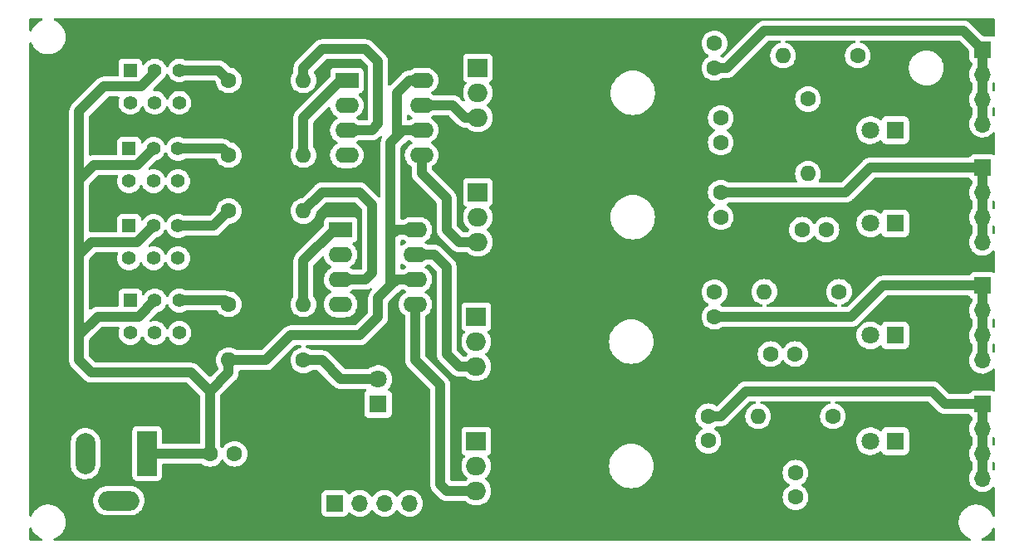
<source format=gbr>
%TF.GenerationSoftware,KiCad,Pcbnew,(6.0.7-1)-1*%
%TF.CreationDate,2022-11-07T13:48:13-05:00*%
%TF.ProjectId,BasicPowerSupply,42617369-6350-46f7-9765-72537570706c,rev?*%
%TF.SameCoordinates,Original*%
%TF.FileFunction,Copper,L1,Top*%
%TF.FilePolarity,Positive*%
%FSLAX46Y46*%
G04 Gerber Fmt 4.6, Leading zero omitted, Abs format (unit mm)*
G04 Created by KiCad (PCBNEW (6.0.7-1)-1) date 2022-11-07 13:48:13*
%MOMM*%
%LPD*%
G01*
G04 APERTURE LIST*
%TA.AperFunction,ComponentPad*%
%ADD10C,1.600000*%
%TD*%
%TA.AperFunction,ComponentPad*%
%ADD11O,1.600000X1.600000*%
%TD*%
%TA.AperFunction,ComponentPad*%
%ADD12R,2.000000X1.905000*%
%TD*%
%TA.AperFunction,ComponentPad*%
%ADD13O,2.000000X1.905000*%
%TD*%
%TA.AperFunction,ComponentPad*%
%ADD14R,1.400000X1.400000*%
%TD*%
%TA.AperFunction,ComponentPad*%
%ADD15C,1.400000*%
%TD*%
%TA.AperFunction,ComponentPad*%
%ADD16R,1.700000X1.700000*%
%TD*%
%TA.AperFunction,ComponentPad*%
%ADD17O,1.700000X1.700000*%
%TD*%
%TA.AperFunction,ComponentPad*%
%ADD18R,1.800000X1.800000*%
%TD*%
%TA.AperFunction,ComponentPad*%
%ADD19C,1.800000*%
%TD*%
%TA.AperFunction,ComponentPad*%
%ADD20R,2.000000X4.600000*%
%TD*%
%TA.AperFunction,ComponentPad*%
%ADD21O,2.000000X4.200000*%
%TD*%
%TA.AperFunction,ComponentPad*%
%ADD22O,4.200000X2.000000*%
%TD*%
%TA.AperFunction,ComponentPad*%
%ADD23R,2.400000X1.600000*%
%TD*%
%TA.AperFunction,ComponentPad*%
%ADD24O,2.400000X1.600000*%
%TD*%
%TA.AperFunction,Conductor*%
%ADD25C,1.016000*%
%TD*%
G04 APERTURE END LIST*
D10*
%TO.P,R7,1*%
%TO.N,Net-(R7-Pad1)*%
X118110000Y-73025000D03*
D11*
%TO.P,R7,2*%
%TO.N,Net-(OC2-Pad3)*%
X125730000Y-73025000D03*
%TD*%
D10*
%TO.P,C6,1*%
%TO.N,Net-(C6-Pad1)*%
X168275000Y-76855000D03*
%TO.P,C6,2*%
%TO.N,Earth*%
X168275000Y-79355000D03*
%TD*%
D12*
%TO.P,U2,1,GND*%
%TO.N,Earth*%
X143350000Y-109855000D03*
D13*
%TO.P,U2,2,VO*%
%TO.N,Net-(C5-Pad1)*%
X143350000Y-112395000D03*
%TO.P,U2,3,VI*%
%TO.N,Net-(C3-Pad1)*%
X143350000Y-114935000D03*
%TD*%
D14*
%TO.P,SW4,1,A*%
%TO.N,unconnected-(SW4-Pad1)*%
X108082500Y-72010000D03*
D15*
%TO.P,SW4,2,B*%
%TO.N,Net-(C1-Pad1)*%
X110582500Y-72010000D03*
%TO.P,SW4,3,C*%
%TO.N,Net-(R7-Pad1)*%
X113082500Y-72010000D03*
%TO.P,SW4,4,A*%
%TO.N,unconnected-(SW4-Pad4)*%
X108082500Y-75310000D03*
%TO.P,SW4,5,B*%
%TO.N,unconnected-(SW4-Pad5)*%
X110582500Y-75310000D03*
%TO.P,SW4,6,C*%
%TO.N,unconnected-(SW4-Pad6)*%
X113082500Y-75310000D03*
%TD*%
D10*
%TO.P,C5,1*%
%TO.N,Net-(C5-Pad1)*%
X167005000Y-107315000D03*
%TO.P,C5,2*%
%TO.N,Earth*%
X167005000Y-109815000D03*
%TD*%
D16*
%TO.P,J3,1,Pin_1*%
%TO.N,Net-(C5-Pad1)*%
X194945000Y-106045000D03*
D17*
%TO.P,J3,2,Pin_2*%
X194945000Y-108585000D03*
%TO.P,J3,3,Pin_3*%
X194945000Y-111125000D03*
%TO.P,J3,4,Pin_4*%
X194945000Y-113665000D03*
%TD*%
D18*
%TO.P,LED1,1,K*%
%TO.N,Earth*%
X133350000Y-106050000D03*
D19*
%TO.P,LED1,2,A*%
%TO.N,Net-(LED1-Pad2)*%
X133350000Y-103510000D03*
%TD*%
D12*
%TO.P,U1,1,GND*%
%TO.N,Earth*%
X143350000Y-97155000D03*
D13*
%TO.P,U1,2,VO*%
%TO.N,Net-(C4-Pad1)*%
X143350000Y-99695000D03*
%TO.P,U1,3,VI*%
%TO.N,Net-(C2-Pad1)*%
X143350000Y-102235000D03*
%TD*%
D16*
%TO.P,J2,1,Pin_1*%
%TO.N,Net-(C4-Pad1)*%
X194945000Y-93980000D03*
D17*
%TO.P,J2,2,Pin_2*%
X194945000Y-96520000D03*
%TO.P,J2,3,Pin_3*%
X194945000Y-99060000D03*
%TO.P,J2,4,Pin_4*%
X194945000Y-101600000D03*
%TD*%
D16*
%TO.P,J6,1,Pin_1*%
%TO.N,Earth*%
X128915000Y-116205000D03*
D17*
%TO.P,J6,2,Pin_2*%
X131455000Y-116205000D03*
%TO.P,J6,3,Pin_3*%
X133995000Y-116205000D03*
%TO.P,J6,4,Pin_4*%
X136535000Y-116205000D03*
%TD*%
D10*
%TO.P,R8,1*%
%TO.N,Net-(LED4-Pad2)*%
X182245000Y-70485000D03*
D11*
%TO.P,R8,2*%
%TO.N,Net-(C6-Pad1)*%
X174625000Y-70485000D03*
%TD*%
D10*
%TO.P,R4,1*%
%TO.N,Net-(LED2-Pad2)*%
X180340000Y-94615000D03*
D11*
%TO.P,R4,2*%
%TO.N,Net-(C2-Pad1)*%
X172720000Y-94615000D03*
%TD*%
D20*
%TO.P,J1,1*%
%TO.N,Net-(C1-Pad1)*%
X109805000Y-111125000D03*
D21*
%TO.P,J1,2*%
%TO.N,Earth*%
X103505000Y-111125000D03*
D22*
%TO.P,J1,3*%
X106905000Y-115925000D03*
%TD*%
D14*
%TO.P,SW3,1,A*%
%TO.N,unconnected-(SW3-Pad1)*%
X107950000Y-80010000D03*
D15*
%TO.P,SW3,2,B*%
%TO.N,Net-(C1-Pad1)*%
X110450000Y-80010000D03*
%TO.P,SW3,3,C*%
%TO.N,Net-(R6-Pad1)*%
X112950000Y-80010000D03*
%TO.P,SW3,4,A*%
%TO.N,unconnected-(SW3-Pad4)*%
X107950000Y-83310000D03*
%TO.P,SW3,5,B*%
%TO.N,unconnected-(SW3-Pad5)*%
X110450000Y-83310000D03*
%TO.P,SW3,6,C*%
%TO.N,unconnected-(SW3-Pad6)*%
X112950000Y-83310000D03*
%TD*%
D10*
%TO.P,C7,1*%
%TO.N,Net-(C7-Pad1)*%
X176550000Y-88265000D03*
%TO.P,C7,2*%
%TO.N,Earth*%
X179050000Y-88265000D03*
%TD*%
D16*
%TO.P,J5,1,Pin_1*%
%TO.N,Net-(C9-Pad1)*%
X194945000Y-81925000D03*
D17*
%TO.P,J5,2,Pin_2*%
X194945000Y-84465000D03*
%TO.P,J5,3,Pin_3*%
X194945000Y-87005000D03*
%TO.P,J5,4,Pin_4*%
X194945000Y-89545000D03*
%TD*%
D23*
%TO.P,OC1,1*%
%TO.N,Net-(OC1-Pad1)*%
X129525000Y-88275000D03*
D24*
%TO.P,OC1,2*%
%TO.N,Earth*%
X129525000Y-90815000D03*
%TO.P,OC1,3*%
%TO.N,Net-(OC1-Pad3)*%
X129525000Y-93355000D03*
%TO.P,OC1,4*%
%TO.N,Earth*%
X129525000Y-95895000D03*
%TO.P,OC1,5*%
%TO.N,Net-(C3-Pad1)*%
X137145000Y-95895000D03*
%TO.P,OC1,6*%
%TO.N,Net-(C1-Pad1)*%
X137145000Y-93355000D03*
%TO.P,OC1,7*%
%TO.N,Net-(C2-Pad1)*%
X137145000Y-90815000D03*
%TO.P,OC1,8*%
%TO.N,Net-(C1-Pad1)*%
X137145000Y-88275000D03*
%TD*%
D12*
%TO.P,U3,1,GND*%
%TO.N,Earth*%
X143510000Y-71755000D03*
D13*
%TO.P,U3,2,VO*%
%TO.N,Net-(C8-Pad1)*%
X143510000Y-74295000D03*
%TO.P,U3,3,VI*%
%TO.N,Net-(C6-Pad1)*%
X143510000Y-76835000D03*
%TD*%
D12*
%TO.P,U4,1,GND*%
%TO.N,Earth*%
X143510000Y-84455000D03*
D13*
%TO.P,U4,2,VO*%
%TO.N,Net-(C9-Pad1)*%
X143510000Y-86995000D03*
%TO.P,U4,3,VI*%
%TO.N,Net-(C7-Pad1)*%
X143510000Y-89535000D03*
%TD*%
D10*
%TO.P,C3,1*%
%TO.N,Net-(C3-Pad1)*%
X175895000Y-115570000D03*
%TO.P,C3,2*%
%TO.N,Earth*%
X175895000Y-113070000D03*
%TD*%
D16*
%TO.P,J4,1,Pin_1*%
%TO.N,Net-(C8-Pad1)*%
X194945000Y-69860000D03*
D17*
%TO.P,J4,2,Pin_2*%
X194945000Y-72400000D03*
%TO.P,J4,3,Pin_3*%
X194945000Y-74940000D03*
%TO.P,J4,4,Pin_4*%
X194945000Y-77480000D03*
%TD*%
D18*
%TO.P,LED4,1,K*%
%TO.N,Earth*%
X186055000Y-78105000D03*
D19*
%TO.P,LED4,2,A*%
%TO.N,Net-(LED4-Pad2)*%
X183515000Y-78105000D03*
%TD*%
D10*
%TO.P,R5,1*%
%TO.N,Net-(LED3-Pad2)*%
X179705000Y-107315000D03*
D11*
%TO.P,R5,2*%
%TO.N,Net-(C3-Pad1)*%
X172085000Y-107315000D03*
%TD*%
D10*
%TO.P,R6,1*%
%TO.N,Net-(R6-Pad1)*%
X118110000Y-80645000D03*
D11*
%TO.P,R6,2*%
%TO.N,Net-(OC2-Pad1)*%
X125730000Y-80645000D03*
%TD*%
D10*
%TO.P,C2,1*%
%TO.N,Net-(C2-Pad1)*%
X173355000Y-100965000D03*
%TO.P,C2,2*%
%TO.N,Earth*%
X175855000Y-100965000D03*
%TD*%
D14*
%TO.P,SW2,1,A*%
%TO.N,unconnected-(SW2-Pad1)*%
X107950000Y-87885000D03*
D15*
%TO.P,SW2,2,B*%
%TO.N,Net-(C1-Pad1)*%
X110450000Y-87885000D03*
%TO.P,SW2,3,C*%
%TO.N,Net-(R3-Pad1)*%
X112950000Y-87885000D03*
%TO.P,SW2,4,A*%
%TO.N,unconnected-(SW2-Pad4)*%
X107950000Y-91185000D03*
%TO.P,SW2,5,B*%
%TO.N,unconnected-(SW2-Pad5)*%
X110450000Y-91185000D03*
%TO.P,SW2,6,C*%
%TO.N,unconnected-(SW2-Pad6)*%
X112950000Y-91185000D03*
%TD*%
D10*
%TO.P,C1,1*%
%TO.N,Net-(C1-Pad1)*%
X116205000Y-111145000D03*
%TO.P,C1,2*%
%TO.N,Earth*%
X118705000Y-111145000D03*
%TD*%
%TO.P,C8,1*%
%TO.N,Net-(C8-Pad1)*%
X167640000Y-71755000D03*
%TO.P,C8,2*%
%TO.N,Earth*%
X167640000Y-69255000D03*
%TD*%
D18*
%TO.P,LED2,1,K*%
%TO.N,Earth*%
X186055000Y-99060000D03*
D19*
%TO.P,LED2,2,A*%
%TO.N,Net-(LED2-Pad2)*%
X183515000Y-99060000D03*
%TD*%
D10*
%TO.P,R3,1*%
%TO.N,Net-(R3-Pad1)*%
X118110000Y-86360000D03*
D11*
%TO.P,R3,2*%
%TO.N,Net-(OC1-Pad3)*%
X125730000Y-86360000D03*
%TD*%
D18*
%TO.P,LED5,1,K*%
%TO.N,Earth*%
X186060000Y-87630000D03*
D19*
%TO.P,LED5,2,A*%
%TO.N,Net-(LED5-Pad2)*%
X183520000Y-87630000D03*
%TD*%
D10*
%TO.P,C4,1*%
%TO.N,Net-(C4-Pad1)*%
X167640000Y-97155000D03*
%TO.P,C4,2*%
%TO.N,Earth*%
X167640000Y-94655000D03*
%TD*%
D18*
%TO.P,LED3,1,K*%
%TO.N,Earth*%
X186055000Y-109855000D03*
D19*
%TO.P,LED3,2,A*%
%TO.N,Net-(LED3-Pad2)*%
X183515000Y-109855000D03*
%TD*%
D14*
%TO.P,SW1,1,A*%
%TO.N,unconnected-(SW1-Pad1)*%
X108082500Y-95505000D03*
D15*
%TO.P,SW1,2,B*%
%TO.N,Net-(C1-Pad1)*%
X110582500Y-95505000D03*
%TO.P,SW1,3,C*%
%TO.N,Net-(R2-Pad1)*%
X113082500Y-95505000D03*
%TO.P,SW1,4,A*%
%TO.N,unconnected-(SW1-Pad4)*%
X108082500Y-98805000D03*
%TO.P,SW1,5,B*%
%TO.N,unconnected-(SW1-Pad5)*%
X110582500Y-98805000D03*
%TO.P,SW1,6,C*%
%TO.N,unconnected-(SW1-Pad6)*%
X113082500Y-98805000D03*
%TD*%
D10*
%TO.P,C9,1*%
%TO.N,Net-(C9-Pad1)*%
X168275000Y-84475000D03*
%TO.P,C9,2*%
%TO.N,Earth*%
X168275000Y-86975000D03*
%TD*%
%TO.P,R9,1*%
%TO.N,Net-(LED5-Pad2)*%
X177165000Y-74930000D03*
D11*
%TO.P,R9,2*%
%TO.N,Net-(C7-Pad1)*%
X177165000Y-82550000D03*
%TD*%
D10*
%TO.P,R2,1*%
%TO.N,Net-(R2-Pad1)*%
X118110000Y-95885000D03*
D11*
%TO.P,R2,2*%
%TO.N,Net-(OC1-Pad1)*%
X125730000Y-95885000D03*
%TD*%
D10*
%TO.P,R1,1*%
%TO.N,Net-(LED1-Pad2)*%
X125730000Y-101600000D03*
D11*
%TO.P,R1,2*%
%TO.N,Net-(C1-Pad1)*%
X118110000Y-101600000D03*
%TD*%
D23*
%TO.P,OC2,1*%
%TO.N,Net-(OC2-Pad1)*%
X130160000Y-73035000D03*
D24*
%TO.P,OC2,2*%
%TO.N,Earth*%
X130160000Y-75575000D03*
%TO.P,OC2,3*%
%TO.N,Net-(OC2-Pad3)*%
X130160000Y-78115000D03*
%TO.P,OC2,4*%
%TO.N,Earth*%
X130160000Y-80655000D03*
%TO.P,OC2,5*%
%TO.N,Net-(C7-Pad1)*%
X137780000Y-80655000D03*
%TO.P,OC2,6*%
%TO.N,Net-(C1-Pad1)*%
X137780000Y-78115000D03*
%TO.P,OC2,7*%
%TO.N,Net-(C6-Pad1)*%
X137780000Y-75575000D03*
%TO.P,OC2,8*%
%TO.N,Net-(C1-Pad1)*%
X137780000Y-73035000D03*
%TD*%
D25*
%TO.N,Net-(C1-Pad1)*%
X108932500Y-97155000D02*
X110582500Y-95505000D01*
X105410000Y-73660000D02*
X109220000Y-73660000D01*
X136515000Y-73035000D02*
X135255000Y-74295000D01*
X116205000Y-111145000D02*
X116205000Y-104775000D01*
X116185000Y-111125000D02*
X116205000Y-111145000D01*
X108800000Y-81660000D02*
X104395000Y-81660000D01*
X137780000Y-78115000D02*
X135880000Y-78115000D01*
X102870000Y-90805000D02*
X102870000Y-83185000D01*
X109805000Y-111125000D02*
X116185000Y-111125000D01*
X134620000Y-93980000D02*
X133350000Y-95250000D01*
X104140000Y-89535000D02*
X108800000Y-89535000D01*
X102870000Y-76200000D02*
X105410000Y-73660000D01*
X135245000Y-88275000D02*
X134620000Y-88900000D01*
X110450000Y-80010000D02*
X108800000Y-81660000D01*
X102870000Y-101600000D02*
X102870000Y-99060000D01*
X104775000Y-97155000D02*
X108932500Y-97155000D01*
X102870000Y-90805000D02*
X104140000Y-89535000D01*
X135255000Y-74295000D02*
X135255000Y-78740000D01*
X134620000Y-88900000D02*
X134620000Y-93980000D01*
X133350000Y-95250000D02*
X133350000Y-97155000D01*
X131445000Y-99060000D02*
X124460000Y-99060000D01*
X121920000Y-101600000D02*
X118110000Y-101600000D01*
X102870000Y-99060000D02*
X102870000Y-90805000D01*
X104395000Y-81660000D02*
X102870000Y-83185000D01*
X116205000Y-104775000D02*
X114300000Y-102870000D01*
X104140000Y-102870000D02*
X102870000Y-101600000D01*
X116205000Y-104775000D02*
X118110000Y-102870000D01*
X133350000Y-97155000D02*
X131445000Y-99060000D01*
X137145000Y-88275000D02*
X135245000Y-88275000D01*
X135245000Y-93355000D02*
X134620000Y-93980000D01*
X134620000Y-79375000D02*
X134620000Y-88900000D01*
X110582500Y-72297500D02*
X110582500Y-72010000D01*
X118110000Y-102870000D02*
X118110000Y-101600000D01*
X124460000Y-99060000D02*
X121920000Y-101600000D01*
X114300000Y-102870000D02*
X104140000Y-102870000D01*
X137145000Y-93355000D02*
X135245000Y-93355000D01*
X102870000Y-83185000D02*
X102870000Y-76200000D01*
X137780000Y-73035000D02*
X136515000Y-73035000D01*
X102870000Y-99060000D02*
X104775000Y-97155000D01*
X109220000Y-73660000D02*
X110582500Y-72297500D01*
X135880000Y-78115000D02*
X134620000Y-79375000D01*
X108800000Y-89535000D02*
X110450000Y-87885000D01*
%TO.N,Net-(C2-Pad1)*%
X140335000Y-92075000D02*
X140335000Y-100965000D01*
X137145000Y-90815000D02*
X139075000Y-90815000D01*
X140335000Y-100965000D02*
X141605000Y-102235000D01*
X141605000Y-102235000D02*
X143350000Y-102235000D01*
X139075000Y-90815000D02*
X140335000Y-92075000D01*
%TO.N,Net-(C3-Pad1)*%
X139700000Y-114300000D02*
X140335000Y-114935000D01*
X139700000Y-104140000D02*
X139700000Y-114300000D01*
X140335000Y-114935000D02*
X143350000Y-114935000D01*
X137145000Y-101585000D02*
X139700000Y-104140000D01*
X137145000Y-95895000D02*
X137145000Y-101585000D01*
%TO.N,Net-(C4-Pad1)*%
X194945000Y-93980000D02*
X194945000Y-96520000D01*
X167640000Y-97155000D02*
X181610000Y-97155000D01*
X194945000Y-96520000D02*
X194945000Y-99060000D01*
X181610000Y-97155000D02*
X184785000Y-93980000D01*
X184785000Y-93980000D02*
X194945000Y-93980000D01*
X194945000Y-99060000D02*
X194945000Y-101600000D01*
%TO.N,Net-(C5-Pad1)*%
X170815000Y-104775000D02*
X189865000Y-104775000D01*
X194945000Y-106045000D02*
X194945000Y-108585000D01*
X194945000Y-111125000D02*
X194945000Y-113665000D01*
X167005000Y-107315000D02*
X168275000Y-107315000D01*
X194945000Y-108585000D02*
X194945000Y-111125000D01*
X189865000Y-104775000D02*
X191135000Y-106045000D01*
X168275000Y-107315000D02*
X170815000Y-104775000D01*
X191135000Y-106045000D02*
X194945000Y-106045000D01*
%TO.N,Net-(C6-Pad1)*%
X140960000Y-75575000D02*
X137780000Y-75575000D01*
X143510000Y-76835000D02*
X142240000Y-76835000D01*
X140970000Y-75565000D02*
X140960000Y-75575000D01*
X142240000Y-76835000D02*
X140970000Y-75565000D01*
%TO.N,Net-(C7-Pad1)*%
X137780000Y-82535000D02*
X137780000Y-80655000D01*
X140335000Y-88265000D02*
X140335000Y-85090000D01*
X143510000Y-89535000D02*
X141605000Y-89535000D01*
X140335000Y-85090000D02*
X137780000Y-82535000D01*
X141605000Y-89535000D02*
X140335000Y-88265000D01*
%TO.N,Net-(C8-Pad1)*%
X193030000Y-67945000D02*
X194945000Y-69860000D01*
X194945000Y-72400000D02*
X194945000Y-74940000D01*
X194945000Y-69860000D02*
X194945000Y-72400000D01*
X194945000Y-74940000D02*
X194945000Y-77480000D01*
X172720000Y-67945000D02*
X193030000Y-67945000D01*
X168910000Y-71755000D02*
X172720000Y-67945000D01*
X167640000Y-71755000D02*
X168910000Y-71755000D01*
%TO.N,Net-(C9-Pad1)*%
X180955000Y-84475000D02*
X183505000Y-81925000D01*
X194945000Y-81925000D02*
X194945000Y-84465000D01*
X168275000Y-84475000D02*
X180955000Y-84475000D01*
X194945000Y-84465000D02*
X194945000Y-87005000D01*
X194945000Y-87005000D02*
X194945000Y-89545000D01*
X183505000Y-81925000D02*
X194945000Y-81925000D01*
%TO.N,Net-(LED1-Pad2)*%
X129545000Y-103510000D02*
X133350000Y-103510000D01*
X127635000Y-101600000D02*
X129545000Y-103510000D01*
X125730000Y-101600000D02*
X127635000Y-101600000D01*
%TO.N,Net-(R2-Pad1)*%
X113082500Y-95505000D02*
X117730000Y-95505000D01*
X117730000Y-95505000D02*
X118110000Y-95885000D01*
%TO.N,Net-(OC1-Pad1)*%
X125730000Y-91440000D02*
X128895000Y-88275000D01*
X128895000Y-88275000D02*
X129525000Y-88275000D01*
X125730000Y-95885000D02*
X125730000Y-91440000D01*
%TO.N,Net-(R3-Pad1)*%
X112950000Y-87885000D02*
X116585000Y-87885000D01*
X116585000Y-87885000D02*
X118110000Y-86360000D01*
%TO.N,Net-(OC1-Pad3)*%
X132715000Y-92710000D02*
X132070000Y-93355000D01*
X132715000Y-85725000D02*
X132715000Y-92710000D01*
X127635000Y-84455000D02*
X131445000Y-84455000D01*
X125730000Y-86360000D02*
X127635000Y-84455000D01*
X132070000Y-93355000D02*
X129525000Y-93355000D01*
X131445000Y-84455000D02*
X132715000Y-85725000D01*
%TO.N,Net-(R6-Pad1)*%
X117475000Y-80010000D02*
X118110000Y-80645000D01*
X112950000Y-80010000D02*
X117475000Y-80010000D01*
%TO.N,Net-(OC2-Pad1)*%
X125730000Y-76835000D02*
X129530000Y-73035000D01*
X129530000Y-73035000D02*
X130160000Y-73035000D01*
X125730000Y-80645000D02*
X125730000Y-76835000D01*
%TO.N,Net-(R7-Pad1)*%
X117095000Y-72010000D02*
X118110000Y-73025000D01*
X113082500Y-72010000D02*
X117095000Y-72010000D01*
%TO.N,Net-(OC2-Pad3)*%
X127635000Y-69850000D02*
X132080000Y-69850000D01*
X133350000Y-77460000D02*
X132695000Y-78115000D01*
X132695000Y-78115000D02*
X130160000Y-78115000D01*
X125730000Y-71755000D02*
X127635000Y-69850000D01*
X125730000Y-73025000D02*
X125730000Y-71755000D01*
X133350000Y-71120000D02*
X133350000Y-77460000D01*
X132080000Y-69850000D02*
X133350000Y-71120000D01*
%TD*%
%TA.AperFunction,NonConductor*%
G36*
X99072832Y-66695002D02*
G01*
X99119325Y-66748658D01*
X99129429Y-66818932D01*
X99099935Y-66883512D01*
X99057462Y-66915426D01*
X99028450Y-66928801D01*
X98830348Y-67020127D01*
X98826439Y-67022690D01*
X98613195Y-67162499D01*
X98613190Y-67162503D01*
X98609282Y-67165065D01*
X98412067Y-67341086D01*
X98243036Y-67544324D01*
X98105901Y-67770314D01*
X98104095Y-67774622D01*
X98104094Y-67774623D01*
X98032197Y-67946078D01*
X97987408Y-68001164D01*
X97919948Y-68023290D01*
X97851234Y-68005432D01*
X97803083Y-67953260D01*
X97790000Y-67897352D01*
X97790000Y-66801000D01*
X97810002Y-66732879D01*
X97863658Y-66686386D01*
X97916000Y-66675000D01*
X99004711Y-66675000D01*
X99072832Y-66695002D01*
G37*
%TD.AperFunction*%
%TA.AperFunction,NonConductor*%
G36*
X196176329Y-73261203D02*
G01*
X196211571Y-73322835D01*
X196215000Y-73352031D01*
X196215000Y-73991378D01*
X196194998Y-74059499D01*
X196141342Y-74105992D01*
X196071068Y-74116096D01*
X196006488Y-74086602D01*
X195995793Y-74076163D01*
X195994293Y-74074514D01*
X195963251Y-74010663D01*
X195961500Y-73989729D01*
X195961500Y-73354119D01*
X195985169Y-73280605D01*
X195986669Y-73278517D01*
X196042658Y-73234863D01*
X196113361Y-73228408D01*
X196176329Y-73261203D01*
G37*
%TD.AperFunction*%
%TA.AperFunction,NonConductor*%
G36*
X196176329Y-75801203D02*
G01*
X196211571Y-75862835D01*
X196215000Y-75892031D01*
X196215000Y-76531378D01*
X196194998Y-76599499D01*
X196141342Y-76645992D01*
X196071068Y-76656096D01*
X196006488Y-76626602D01*
X195995793Y-76616163D01*
X195994293Y-76614514D01*
X195963251Y-76550663D01*
X195961500Y-76529729D01*
X195961500Y-75894119D01*
X195985169Y-75820605D01*
X195986669Y-75818517D01*
X196042658Y-75774863D01*
X196113361Y-75768408D01*
X196176329Y-75801203D01*
G37*
%TD.AperFunction*%
%TA.AperFunction,NonConductor*%
G36*
X196176329Y-85326203D02*
G01*
X196211571Y-85387835D01*
X196215000Y-85417031D01*
X196215000Y-86056378D01*
X196194998Y-86124499D01*
X196141342Y-86170992D01*
X196071068Y-86181096D01*
X196006488Y-86151602D01*
X195995793Y-86141163D01*
X195994293Y-86139514D01*
X195963251Y-86075663D01*
X195961500Y-86054729D01*
X195961500Y-85419119D01*
X195985169Y-85345605D01*
X195986669Y-85343517D01*
X196042658Y-85299863D01*
X196113361Y-85293408D01*
X196176329Y-85326203D01*
G37*
%TD.AperFunction*%
%TA.AperFunction,NonConductor*%
G36*
X196176329Y-87866203D02*
G01*
X196211571Y-87927835D01*
X196215000Y-87957031D01*
X196215000Y-88596378D01*
X196194998Y-88664499D01*
X196141342Y-88710992D01*
X196071068Y-88721096D01*
X196006488Y-88691602D01*
X195995793Y-88681163D01*
X195994293Y-88679514D01*
X195963251Y-88615663D01*
X195961500Y-88594729D01*
X195961500Y-87959119D01*
X195985169Y-87885605D01*
X195986669Y-87883517D01*
X196042658Y-87839863D01*
X196113361Y-87833408D01*
X196176329Y-87866203D01*
G37*
%TD.AperFunction*%
%TA.AperFunction,NonConductor*%
G36*
X196176329Y-97381203D02*
G01*
X196211571Y-97442835D01*
X196215000Y-97472031D01*
X196215000Y-98111378D01*
X196194998Y-98179499D01*
X196141342Y-98225992D01*
X196071068Y-98236096D01*
X196006488Y-98206602D01*
X195995793Y-98196163D01*
X195994293Y-98194514D01*
X195963251Y-98130663D01*
X195961500Y-98109729D01*
X195961500Y-97474119D01*
X195985169Y-97400605D01*
X195986669Y-97398517D01*
X196042658Y-97354863D01*
X196113361Y-97348408D01*
X196176329Y-97381203D01*
G37*
%TD.AperFunction*%
%TA.AperFunction,NonConductor*%
G36*
X196176329Y-99921203D02*
G01*
X196211571Y-99982835D01*
X196215000Y-100012031D01*
X196215000Y-100651378D01*
X196194998Y-100719499D01*
X196141342Y-100765992D01*
X196071068Y-100776096D01*
X196006488Y-100746602D01*
X195995793Y-100736163D01*
X195994293Y-100734514D01*
X195963251Y-100670663D01*
X195961500Y-100649729D01*
X195961500Y-100014119D01*
X195985169Y-99940605D01*
X195986669Y-99938517D01*
X196042658Y-99894863D01*
X196113361Y-99888408D01*
X196176329Y-99921203D01*
G37*
%TD.AperFunction*%
%TA.AperFunction,NonConductor*%
G36*
X196176329Y-109446203D02*
G01*
X196211571Y-109507835D01*
X196215000Y-109537031D01*
X196215000Y-110176378D01*
X196194998Y-110244499D01*
X196141342Y-110290992D01*
X196071068Y-110301096D01*
X196006488Y-110271602D01*
X195995793Y-110261163D01*
X195994293Y-110259514D01*
X195963251Y-110195663D01*
X195961500Y-110174729D01*
X195961500Y-109539119D01*
X195985169Y-109465605D01*
X195986669Y-109463517D01*
X196042658Y-109419863D01*
X196113361Y-109413408D01*
X196176329Y-109446203D01*
G37*
%TD.AperFunction*%
%TA.AperFunction,NonConductor*%
G36*
X196176329Y-111986203D02*
G01*
X196211571Y-112047835D01*
X196215000Y-112077031D01*
X196215000Y-112716378D01*
X196194998Y-112784499D01*
X196141342Y-112830992D01*
X196071068Y-112841096D01*
X196006488Y-112811602D01*
X195995793Y-112801163D01*
X195994293Y-112799514D01*
X195963251Y-112735663D01*
X195961500Y-112714729D01*
X195961500Y-112079119D01*
X195985169Y-112005605D01*
X195986669Y-112003517D01*
X196042658Y-111959863D01*
X196113361Y-111953408D01*
X196176329Y-111986203D01*
G37*
%TD.AperFunction*%
%TA.AperFunction,NonConductor*%
G36*
X196156573Y-118691613D02*
G01*
X196203342Y-118745029D01*
X196215000Y-118797961D01*
X196215000Y-119889000D01*
X196194998Y-119957121D01*
X196141342Y-120003614D01*
X196089000Y-120015000D01*
X194994124Y-120015000D01*
X194926003Y-119994998D01*
X194879510Y-119941342D01*
X194869406Y-119871068D01*
X194898900Y-119806488D01*
X194944386Y-119773232D01*
X195129229Y-119693817D01*
X195129231Y-119693816D01*
X195133523Y-119691972D01*
X195358307Y-119552871D01*
X195374788Y-119538919D01*
X195556496Y-119385093D01*
X195556498Y-119385091D01*
X195560063Y-119382073D01*
X195734356Y-119183329D01*
X195808367Y-119068267D01*
X195874831Y-118964936D01*
X195877359Y-118961006D01*
X195954525Y-118789704D01*
X195974118Y-118746210D01*
X196020334Y-118692316D01*
X196088350Y-118671963D01*
X196156573Y-118691613D01*
G37*
%TD.AperFunction*%
%TA.AperFunction,NonConductor*%
G36*
X136480012Y-76525964D02*
G01*
X136486595Y-76532093D01*
X136535700Y-76581198D01*
X136540208Y-76584355D01*
X136540211Y-76584357D01*
X136601599Y-76627341D01*
X136723251Y-76712523D01*
X136728233Y-76714846D01*
X136728238Y-76714849D01*
X136762457Y-76730805D01*
X136815742Y-76777722D01*
X136835203Y-76845999D01*
X136814661Y-76913959D01*
X136762457Y-76959195D01*
X136728238Y-76975151D01*
X136728233Y-76975154D01*
X136723251Y-76977477D01*
X136622367Y-77048117D01*
X136582956Y-77075713D01*
X136510685Y-77098500D01*
X136397500Y-77098500D01*
X136329379Y-77078498D01*
X136282886Y-77024842D01*
X136271500Y-76972500D01*
X136271500Y-76621188D01*
X136291502Y-76553067D01*
X136345158Y-76506574D01*
X136415432Y-76496470D01*
X136480012Y-76525964D01*
G37*
%TD.AperFunction*%
%TA.AperFunction,NonConductor*%
G36*
X135947956Y-89314287D02*
G01*
X136088251Y-89412523D01*
X136093233Y-89414846D01*
X136093238Y-89414849D01*
X136127457Y-89430805D01*
X136180742Y-89477722D01*
X136200203Y-89545999D01*
X136179661Y-89613959D01*
X136127457Y-89659195D01*
X136093238Y-89675151D01*
X136093233Y-89675154D01*
X136088251Y-89677477D01*
X136013888Y-89729547D01*
X135905211Y-89805643D01*
X135905208Y-89805645D01*
X135900700Y-89808802D01*
X135851595Y-89857907D01*
X135789283Y-89891933D01*
X135718468Y-89886868D01*
X135661632Y-89844321D01*
X135636821Y-89777801D01*
X135636500Y-89768812D01*
X135636500Y-89417500D01*
X135656502Y-89349379D01*
X135710158Y-89302886D01*
X135762500Y-89291500D01*
X135875685Y-89291500D01*
X135947956Y-89314287D01*
G37*
%TD.AperFunction*%
%TA.AperFunction,NonConductor*%
G36*
X135845012Y-91765964D02*
G01*
X135851595Y-91772093D01*
X135900700Y-91821198D01*
X135905208Y-91824355D01*
X135905211Y-91824357D01*
X135957811Y-91861188D01*
X136088251Y-91952523D01*
X136093233Y-91954846D01*
X136093238Y-91954849D01*
X136127457Y-91970805D01*
X136180742Y-92017722D01*
X136200203Y-92085999D01*
X136179661Y-92153959D01*
X136127457Y-92199195D01*
X136093238Y-92215151D01*
X136093233Y-92215154D01*
X136088251Y-92217477D01*
X135986175Y-92288952D01*
X135947956Y-92315713D01*
X135875685Y-92338500D01*
X135762500Y-92338500D01*
X135694379Y-92318498D01*
X135647886Y-92264842D01*
X135636500Y-92212500D01*
X135636500Y-91861188D01*
X135656502Y-91793067D01*
X135710158Y-91746574D01*
X135780432Y-91736470D01*
X135845012Y-91765964D01*
G37*
%TD.AperFunction*%
%TA.AperFunction,NonConductor*%
G36*
X172726701Y-66686727D02*
G01*
X172746234Y-66676977D01*
X172768468Y-66675000D01*
X192991525Y-66675000D01*
X193031521Y-66686744D01*
X193050436Y-66677136D01*
X193073539Y-66675000D01*
X196089000Y-66675000D01*
X196157121Y-66695002D01*
X196203614Y-66748658D01*
X196215000Y-66801000D01*
X196215000Y-68443081D01*
X196194998Y-68511202D01*
X196141342Y-68557695D01*
X196071068Y-68567799D01*
X196042164Y-68558161D01*
X196041705Y-68559385D01*
X195905316Y-68508255D01*
X195843134Y-68501500D01*
X195076238Y-68501500D01*
X195008117Y-68481498D01*
X194987143Y-68464595D01*
X193792815Y-67270267D01*
X193783713Y-67260124D01*
X193763634Y-67235151D01*
X193759775Y-67230351D01*
X193720998Y-67197813D01*
X193717371Y-67194649D01*
X193715502Y-67192954D01*
X193713308Y-67190760D01*
X193679742Y-67163188D01*
X193678945Y-67162526D01*
X193607067Y-67102214D01*
X193602361Y-67099627D01*
X193598211Y-67096218D01*
X193592787Y-67093310D01*
X193592777Y-67093303D01*
X193515632Y-67051939D01*
X193514472Y-67051310D01*
X193457750Y-67020127D01*
X193432379Y-67006179D01*
X193427259Y-67004555D01*
X193422526Y-67002017D01*
X193333007Y-66974648D01*
X193331748Y-66974256D01*
X193248239Y-66947765D01*
X193248235Y-66947764D01*
X193242365Y-66945902D01*
X193237027Y-66945303D01*
X193231891Y-66943733D01*
X193225760Y-66943110D01*
X193225759Y-66943110D01*
X193205103Y-66941012D01*
X193138569Y-66934254D01*
X193137449Y-66934134D01*
X193087216Y-66928500D01*
X193083711Y-66928500D01*
X193082603Y-66928438D01*
X193076911Y-66927990D01*
X193060810Y-66926355D01*
X193035883Y-66916202D01*
X193027023Y-66921896D01*
X193003383Y-66926441D01*
X192987515Y-66927941D01*
X192975657Y-66928500D01*
X172782276Y-66928500D01*
X172768668Y-66927763D01*
X172754860Y-66926263D01*
X172730933Y-66916321D01*
X172722259Y-66921896D01*
X172697742Y-66926521D01*
X172680310Y-66928046D01*
X172675482Y-66928375D01*
X172672928Y-66928500D01*
X172669843Y-66928500D01*
X172626759Y-66932724D01*
X172625514Y-66932840D01*
X172578789Y-66936928D01*
X172538245Y-66940475D01*
X172538243Y-66940475D01*
X172532109Y-66941012D01*
X172526949Y-66942511D01*
X172521606Y-66943035D01*
X172431894Y-66970121D01*
X172430703Y-66970473D01*
X172340678Y-66996628D01*
X172335910Y-66999100D01*
X172330768Y-67000652D01*
X172325323Y-67003547D01*
X172325316Y-67003550D01*
X172248050Y-67044633D01*
X172246946Y-67045213D01*
X172163696Y-67088366D01*
X172159497Y-67091718D01*
X172154756Y-67094239D01*
X172149984Y-67098131D01*
X172082171Y-67153438D01*
X172081145Y-67154266D01*
X172044436Y-67183571D01*
X172041684Y-67185768D01*
X172039189Y-67188263D01*
X172038395Y-67188973D01*
X172034040Y-67192693D01*
X172005049Y-67216337D01*
X172005046Y-67216340D01*
X172000274Y-67220232D01*
X171996346Y-67224980D01*
X171996345Y-67224981D01*
X171970789Y-67255873D01*
X171962800Y-67264652D01*
X168555737Y-70671715D01*
X168493425Y-70705741D01*
X168422610Y-70700676D01*
X168394371Y-70685833D01*
X168392874Y-70684785D01*
X168296749Y-70617477D01*
X168291767Y-70615154D01*
X168289973Y-70614118D01*
X168240981Y-70562734D01*
X168227546Y-70493021D01*
X168253934Y-70427110D01*
X168289973Y-70395882D01*
X168291767Y-70394846D01*
X168296749Y-70392523D01*
X168423845Y-70303529D01*
X168479789Y-70264357D01*
X168479792Y-70264355D01*
X168484300Y-70261198D01*
X168646198Y-70099300D01*
X168649447Y-70094661D01*
X168758408Y-69939048D01*
X168777523Y-69911749D01*
X168779846Y-69906767D01*
X168779849Y-69906762D01*
X168871961Y-69709225D01*
X168871961Y-69709224D01*
X168874284Y-69704243D01*
X168887927Y-69653329D01*
X168932119Y-69488402D01*
X168932119Y-69488400D01*
X168933543Y-69483087D01*
X168953498Y-69255000D01*
X168933543Y-69026913D01*
X168929326Y-69011176D01*
X168875707Y-68811067D01*
X168875706Y-68811065D01*
X168874284Y-68805757D01*
X168842840Y-68738325D01*
X168779849Y-68603238D01*
X168779846Y-68603233D01*
X168777523Y-68598251D01*
X168683936Y-68464595D01*
X168649357Y-68415211D01*
X168649355Y-68415208D01*
X168646198Y-68410700D01*
X168484300Y-68248802D01*
X168479792Y-68245645D01*
X168479789Y-68245643D01*
X168401611Y-68190902D01*
X168296749Y-68117477D01*
X168291767Y-68115154D01*
X168291762Y-68115151D01*
X168094225Y-68023039D01*
X168094224Y-68023039D01*
X168089243Y-68020716D01*
X168083935Y-68019294D01*
X168083933Y-68019293D01*
X167873402Y-67962881D01*
X167873400Y-67962881D01*
X167868087Y-67961457D01*
X167640000Y-67941502D01*
X167411913Y-67961457D01*
X167406600Y-67962881D01*
X167406598Y-67962881D01*
X167196067Y-68019293D01*
X167196065Y-68019294D01*
X167190757Y-68020716D01*
X167185776Y-68023039D01*
X167185775Y-68023039D01*
X166988238Y-68115151D01*
X166988233Y-68115154D01*
X166983251Y-68117477D01*
X166878389Y-68190902D01*
X166800211Y-68245643D01*
X166800208Y-68245645D01*
X166795700Y-68248802D01*
X166633802Y-68410700D01*
X166630645Y-68415208D01*
X166630643Y-68415211D01*
X166596064Y-68464595D01*
X166502477Y-68598251D01*
X166500154Y-68603233D01*
X166500151Y-68603238D01*
X166437160Y-68738325D01*
X166405716Y-68805757D01*
X166404294Y-68811065D01*
X166404293Y-68811067D01*
X166350674Y-69011176D01*
X166346457Y-69026913D01*
X166326502Y-69255000D01*
X166346457Y-69483087D01*
X166347881Y-69488400D01*
X166347881Y-69488402D01*
X166392074Y-69653329D01*
X166405716Y-69704243D01*
X166408039Y-69709224D01*
X166408039Y-69709225D01*
X166500151Y-69906762D01*
X166500154Y-69906767D01*
X166502477Y-69911749D01*
X166521592Y-69939048D01*
X166630554Y-70094661D01*
X166633802Y-70099300D01*
X166795700Y-70261198D01*
X166800208Y-70264355D01*
X166800211Y-70264357D01*
X166856155Y-70303529D01*
X166983251Y-70392523D01*
X166988233Y-70394846D01*
X166990027Y-70395882D01*
X167039019Y-70447266D01*
X167052454Y-70516979D01*
X167026066Y-70582890D01*
X166990027Y-70614118D01*
X166988233Y-70615154D01*
X166983251Y-70617477D01*
X166978747Y-70620631D01*
X166800211Y-70745643D01*
X166800208Y-70745645D01*
X166795700Y-70748802D01*
X166633802Y-70910700D01*
X166630645Y-70915208D01*
X166630643Y-70915211D01*
X166601589Y-70956705D01*
X166502477Y-71098251D01*
X166500154Y-71103233D01*
X166500151Y-71103238D01*
X166419163Y-71276919D01*
X166405716Y-71305757D01*
X166404294Y-71311065D01*
X166404293Y-71311067D01*
X166347881Y-71521598D01*
X166346457Y-71526913D01*
X166326502Y-71755000D01*
X166346457Y-71983087D01*
X166347881Y-71988400D01*
X166347881Y-71988402D01*
X166400150Y-72183469D01*
X166405716Y-72204243D01*
X166408039Y-72209224D01*
X166408039Y-72209225D01*
X166500151Y-72406762D01*
X166500154Y-72406767D01*
X166502477Y-72411749D01*
X166528201Y-72448486D01*
X166620831Y-72580775D01*
X166633802Y-72599300D01*
X166795700Y-72761198D01*
X166800208Y-72764355D01*
X166800211Y-72764357D01*
X166876559Y-72817816D01*
X166983251Y-72892523D01*
X166988233Y-72894846D01*
X166988238Y-72894849D01*
X167181291Y-72984870D01*
X167190757Y-72989284D01*
X167196065Y-72990706D01*
X167196067Y-72990707D01*
X167406598Y-73047119D01*
X167406600Y-73047119D01*
X167411913Y-73048543D01*
X167640000Y-73068498D01*
X167868087Y-73048543D01*
X167873400Y-73047119D01*
X167873402Y-73047119D01*
X168083933Y-72990707D01*
X168083935Y-72990706D01*
X168089243Y-72989284D01*
X168098709Y-72984870D01*
X168291762Y-72894849D01*
X168291767Y-72894846D01*
X168296749Y-72892523D01*
X168437044Y-72794287D01*
X168509315Y-72771500D01*
X168847724Y-72771500D01*
X168861332Y-72772237D01*
X168893179Y-72775697D01*
X168893183Y-72775697D01*
X168899304Y-72776362D01*
X168936172Y-72773137D01*
X168949690Y-72771954D01*
X168954518Y-72771625D01*
X168957073Y-72771500D01*
X168960157Y-72771500D01*
X168975531Y-72769992D01*
X169003219Y-72767278D01*
X169004532Y-72767156D01*
X169044629Y-72763648D01*
X169097892Y-72758988D01*
X169103052Y-72757489D01*
X169108394Y-72756965D01*
X169198096Y-72729883D01*
X169199236Y-72729545D01*
X169289322Y-72703372D01*
X169294090Y-72700900D01*
X169299232Y-72699348D01*
X169304677Y-72696453D01*
X169304684Y-72696450D01*
X169381950Y-72655367D01*
X169383054Y-72654787D01*
X169466304Y-72611634D01*
X169470503Y-72608282D01*
X169475244Y-72605761D01*
X169488724Y-72594767D01*
X169547829Y-72546562D01*
X169548855Y-72545734D01*
X169585564Y-72516429D01*
X169585565Y-72516428D01*
X169588316Y-72514232D01*
X169590811Y-72511737D01*
X169591605Y-72511027D01*
X169595960Y-72507307D01*
X169624951Y-72483663D01*
X169624954Y-72483660D01*
X169629726Y-72479768D01*
X169659211Y-72444127D01*
X169667200Y-72435348D01*
X173104143Y-68998405D01*
X173166455Y-68964379D01*
X173193238Y-68961500D01*
X174298059Y-68961500D01*
X174366180Y-68981502D01*
X174412673Y-69035158D01*
X174422777Y-69105432D01*
X174393283Y-69170012D01*
X174330670Y-69209207D01*
X174181067Y-69249293D01*
X174181065Y-69249294D01*
X174175757Y-69250716D01*
X174170776Y-69253039D01*
X174170775Y-69253039D01*
X173973238Y-69345151D01*
X173973233Y-69345154D01*
X173968251Y-69347477D01*
X173863389Y-69420902D01*
X173785211Y-69475643D01*
X173785208Y-69475645D01*
X173780700Y-69478802D01*
X173618802Y-69640700D01*
X173615645Y-69645208D01*
X173615643Y-69645211D01*
X173570820Y-69709225D01*
X173487477Y-69828251D01*
X173485154Y-69833233D01*
X173485151Y-69833238D01*
X173417537Y-69978239D01*
X173390716Y-70035757D01*
X173389294Y-70041065D01*
X173389293Y-70041067D01*
X173347326Y-70197690D01*
X173331457Y-70256913D01*
X173311502Y-70485000D01*
X173331457Y-70713087D01*
X173332881Y-70718400D01*
X173332881Y-70718402D01*
X173385750Y-70915708D01*
X173390716Y-70934243D01*
X173393039Y-70939224D01*
X173393039Y-70939225D01*
X173485151Y-71136762D01*
X173485154Y-71136767D01*
X173487477Y-71141749D01*
X173535000Y-71209619D01*
X173598829Y-71300775D01*
X173618802Y-71329300D01*
X173780700Y-71491198D01*
X173785208Y-71494355D01*
X173785211Y-71494357D01*
X173848111Y-71538400D01*
X173968251Y-71622523D01*
X173973233Y-71624846D01*
X173973238Y-71624849D01*
X174170775Y-71716961D01*
X174175757Y-71719284D01*
X174181065Y-71720706D01*
X174181067Y-71720707D01*
X174391598Y-71777119D01*
X174391600Y-71777119D01*
X174396913Y-71778543D01*
X174625000Y-71798498D01*
X174853087Y-71778543D01*
X174858400Y-71777119D01*
X174858402Y-71777119D01*
X175068933Y-71720707D01*
X175068935Y-71720706D01*
X175074243Y-71719284D01*
X175079225Y-71716961D01*
X175276762Y-71624849D01*
X175276767Y-71624846D01*
X175281749Y-71622523D01*
X175401889Y-71538400D01*
X175464789Y-71494357D01*
X175464792Y-71494355D01*
X175469300Y-71491198D01*
X175631198Y-71329300D01*
X175651172Y-71300775D01*
X175715000Y-71209619D01*
X175762523Y-71141749D01*
X175764846Y-71136767D01*
X175764849Y-71136762D01*
X175856961Y-70939225D01*
X175856961Y-70939224D01*
X175859284Y-70934243D01*
X175864251Y-70915708D01*
X175917119Y-70718402D01*
X175917119Y-70718400D01*
X175918543Y-70713087D01*
X175938498Y-70485000D01*
X175918543Y-70256913D01*
X175902674Y-70197690D01*
X175860707Y-70041067D01*
X175860706Y-70041065D01*
X175859284Y-70035757D01*
X175832463Y-69978239D01*
X175764849Y-69833238D01*
X175764846Y-69833233D01*
X175762523Y-69828251D01*
X175679180Y-69709225D01*
X175634357Y-69645211D01*
X175634355Y-69645208D01*
X175631198Y-69640700D01*
X175469300Y-69478802D01*
X175464792Y-69475645D01*
X175464789Y-69475643D01*
X175386611Y-69420902D01*
X175281749Y-69347477D01*
X175276767Y-69345154D01*
X175276762Y-69345151D01*
X175079225Y-69253039D01*
X175079224Y-69253039D01*
X175074243Y-69250716D01*
X175068935Y-69249294D01*
X175068933Y-69249293D01*
X174919330Y-69209207D01*
X174858707Y-69172255D01*
X174827686Y-69108394D01*
X174836114Y-69037900D01*
X174881317Y-68983153D01*
X174951941Y-68961500D01*
X181918059Y-68961500D01*
X181986180Y-68981502D01*
X182032673Y-69035158D01*
X182042777Y-69105432D01*
X182013283Y-69170012D01*
X181950670Y-69209207D01*
X181801067Y-69249293D01*
X181801065Y-69249294D01*
X181795757Y-69250716D01*
X181790776Y-69253039D01*
X181790775Y-69253039D01*
X181593238Y-69345151D01*
X181593233Y-69345154D01*
X181588251Y-69347477D01*
X181483389Y-69420902D01*
X181405211Y-69475643D01*
X181405208Y-69475645D01*
X181400700Y-69478802D01*
X181238802Y-69640700D01*
X181235645Y-69645208D01*
X181235643Y-69645211D01*
X181190820Y-69709225D01*
X181107477Y-69828251D01*
X181105154Y-69833233D01*
X181105151Y-69833238D01*
X181037537Y-69978239D01*
X181010716Y-70035757D01*
X181009294Y-70041065D01*
X181009293Y-70041067D01*
X180967326Y-70197690D01*
X180951457Y-70256913D01*
X180931502Y-70485000D01*
X180951457Y-70713087D01*
X180952881Y-70718400D01*
X180952881Y-70718402D01*
X181005750Y-70915708D01*
X181010716Y-70934243D01*
X181013039Y-70939224D01*
X181013039Y-70939225D01*
X181105151Y-71136762D01*
X181105154Y-71136767D01*
X181107477Y-71141749D01*
X181155000Y-71209619D01*
X181218829Y-71300775D01*
X181238802Y-71329300D01*
X181400700Y-71491198D01*
X181405208Y-71494355D01*
X181405211Y-71494357D01*
X181468111Y-71538400D01*
X181588251Y-71622523D01*
X181593233Y-71624846D01*
X181593238Y-71624849D01*
X181790775Y-71716961D01*
X181795757Y-71719284D01*
X181801065Y-71720706D01*
X181801067Y-71720707D01*
X182011598Y-71777119D01*
X182011600Y-71777119D01*
X182016913Y-71778543D01*
X182245000Y-71798498D01*
X182473087Y-71778543D01*
X182478400Y-71777119D01*
X182478402Y-71777119D01*
X182688933Y-71720707D01*
X182688935Y-71720706D01*
X182694243Y-71719284D01*
X182699225Y-71716961D01*
X182717769Y-71708314D01*
X187447124Y-71708314D01*
X187447348Y-71712980D01*
X187447348Y-71712985D01*
X187448006Y-71726680D01*
X187448856Y-71744368D01*
X187459807Y-71972352D01*
X187475614Y-72051820D01*
X187509198Y-72220655D01*
X187511378Y-72231616D01*
X187512957Y-72236014D01*
X187512959Y-72236021D01*
X187583974Y-72433812D01*
X187600704Y-72480410D01*
X187602921Y-72484536D01*
X187712283Y-72688069D01*
X187725822Y-72713267D01*
X187788283Y-72796913D01*
X187880640Y-72920593D01*
X187883985Y-72925073D01*
X187887292Y-72928351D01*
X187887297Y-72928357D01*
X188036379Y-73076142D01*
X188071718Y-73111174D01*
X188075485Y-73113936D01*
X188075486Y-73113937D01*
X188240408Y-73234863D01*
X188284896Y-73267483D01*
X188289031Y-73269659D01*
X188289035Y-73269661D01*
X188356223Y-73305010D01*
X188518836Y-73390565D01*
X188523255Y-73392108D01*
X188758455Y-73474243D01*
X188768400Y-73477716D01*
X188772993Y-73478588D01*
X189023515Y-73526151D01*
X189023518Y-73526151D01*
X189028104Y-73527022D01*
X189160173Y-73532211D01*
X189287575Y-73537218D01*
X189287581Y-73537218D01*
X189292243Y-73537401D01*
X189555015Y-73508622D01*
X189559526Y-73507434D01*
X189559528Y-73507434D01*
X189806124Y-73442511D01*
X189806126Y-73442510D01*
X189810647Y-73441320D01*
X189839660Y-73428855D01*
X190049229Y-73338817D01*
X190049231Y-73338816D01*
X190053523Y-73336972D01*
X190259927Y-73209245D01*
X190274332Y-73200331D01*
X190274334Y-73200330D01*
X190278307Y-73197871D01*
X190360234Y-73128515D01*
X190476496Y-73030093D01*
X190476498Y-73030091D01*
X190480063Y-73027073D01*
X190654356Y-72828329D01*
X190661119Y-72817816D01*
X190793739Y-72611634D01*
X190797359Y-72606006D01*
X190905930Y-72364988D01*
X190977683Y-72110570D01*
X191002776Y-71913325D01*
X191010645Y-71851471D01*
X191010645Y-71851465D01*
X191011043Y-71848340D01*
X191013487Y-71755000D01*
X191011387Y-71726738D01*
X190994243Y-71496036D01*
X190994242Y-71496032D01*
X190993897Y-71491384D01*
X190935557Y-71233559D01*
X190933194Y-71227482D01*
X190841442Y-70991542D01*
X190841441Y-70991540D01*
X190839749Y-70987189D01*
X190817521Y-70948297D01*
X190766703Y-70859385D01*
X190708578Y-70757687D01*
X190544925Y-70550094D01*
X190352385Y-70368970D01*
X190328218Y-70352205D01*
X190139026Y-70220958D01*
X190139021Y-70220955D01*
X190135188Y-70218296D01*
X190130997Y-70216229D01*
X189902294Y-70103445D01*
X189902291Y-70103444D01*
X189898106Y-70101380D01*
X189891609Y-70099300D01*
X189709689Y-70041067D01*
X189646347Y-70020791D01*
X189464884Y-69991238D01*
X189390053Y-69979051D01*
X189390052Y-69979051D01*
X189385441Y-69978300D01*
X189253281Y-69976570D01*
X189125798Y-69974901D01*
X189125795Y-69974901D01*
X189121121Y-69974840D01*
X188859192Y-70010486D01*
X188854702Y-70011795D01*
X188854696Y-70011796D01*
X188772491Y-70035757D01*
X188605410Y-70084457D01*
X188601163Y-70086415D01*
X188601160Y-70086416D01*
X188510950Y-70128004D01*
X188365348Y-70195127D01*
X188361439Y-70197690D01*
X188148195Y-70337499D01*
X188148190Y-70337503D01*
X188144282Y-70340065D01*
X188071474Y-70405049D01*
X187975762Y-70490475D01*
X187947067Y-70516086D01*
X187778036Y-70719324D01*
X187640901Y-70945314D01*
X187639095Y-70949622D01*
X187639094Y-70949623D01*
X187541123Y-71183259D01*
X187538677Y-71189091D01*
X187537526Y-71193623D01*
X187537525Y-71193626D01*
X187516163Y-71277740D01*
X187473608Y-71445301D01*
X187447124Y-71708314D01*
X182717769Y-71708314D01*
X182896762Y-71624849D01*
X182896767Y-71624846D01*
X182901749Y-71622523D01*
X183021889Y-71538400D01*
X183084789Y-71494357D01*
X183084792Y-71494355D01*
X183089300Y-71491198D01*
X183251198Y-71329300D01*
X183271172Y-71300775D01*
X183335000Y-71209619D01*
X183382523Y-71141749D01*
X183384846Y-71136767D01*
X183384849Y-71136762D01*
X183476961Y-70939225D01*
X183476961Y-70939224D01*
X183479284Y-70934243D01*
X183484251Y-70915708D01*
X183537119Y-70718402D01*
X183537119Y-70718400D01*
X183538543Y-70713087D01*
X183558498Y-70485000D01*
X183538543Y-70256913D01*
X183522674Y-70197690D01*
X183480707Y-70041067D01*
X183480706Y-70041065D01*
X183479284Y-70035757D01*
X183452463Y-69978239D01*
X183384849Y-69833238D01*
X183384846Y-69833233D01*
X183382523Y-69828251D01*
X183299180Y-69709225D01*
X183254357Y-69645211D01*
X183254355Y-69645208D01*
X183251198Y-69640700D01*
X183089300Y-69478802D01*
X183084792Y-69475645D01*
X183084789Y-69475643D01*
X183006611Y-69420902D01*
X182901749Y-69347477D01*
X182896767Y-69345154D01*
X182896762Y-69345151D01*
X182699225Y-69253039D01*
X182699224Y-69253039D01*
X182694243Y-69250716D01*
X182688935Y-69249294D01*
X182688933Y-69249293D01*
X182539330Y-69209207D01*
X182478707Y-69172255D01*
X182447686Y-69108394D01*
X182456114Y-69037900D01*
X182501317Y-68983153D01*
X182571941Y-68961500D01*
X192556762Y-68961500D01*
X192624883Y-68981502D01*
X192645857Y-68998405D01*
X193549595Y-69902143D01*
X193583621Y-69964455D01*
X193586500Y-69991238D01*
X193586500Y-70758134D01*
X193593255Y-70820316D01*
X193644385Y-70956705D01*
X193731739Y-71073261D01*
X193746861Y-71084594D01*
X193840710Y-71154930D01*
X193848295Y-71160615D01*
X193856700Y-71163766D01*
X193863009Y-71167220D01*
X193913155Y-71217479D01*
X193928500Y-71277740D01*
X193928500Y-71446752D01*
X193908498Y-71514873D01*
X193893594Y-71533803D01*
X193885629Y-71542138D01*
X193882715Y-71546410D01*
X193882714Y-71546411D01*
X193862464Y-71576096D01*
X193759743Y-71726680D01*
X193724131Y-71803399D01*
X193673106Y-71913325D01*
X193665688Y-71929305D01*
X193605989Y-72144570D01*
X193582251Y-72366695D01*
X193582548Y-72371848D01*
X193582548Y-72371851D01*
X193589584Y-72493880D01*
X193595110Y-72589715D01*
X193596247Y-72594761D01*
X193596248Y-72594767D01*
X193616696Y-72685500D01*
X193644222Y-72807639D01*
X193697684Y-72939301D01*
X193717037Y-72986961D01*
X193728266Y-73014616D01*
X193844987Y-73205088D01*
X193895228Y-73263087D01*
X193897737Y-73265984D01*
X193927220Y-73330570D01*
X193928500Y-73348482D01*
X193928500Y-73986752D01*
X193908498Y-74054873D01*
X193893594Y-74073803D01*
X193885629Y-74082138D01*
X193882715Y-74086410D01*
X193882714Y-74086411D01*
X193822386Y-74174849D01*
X193759743Y-74266680D01*
X193712716Y-74367992D01*
X193678997Y-74440634D01*
X193665688Y-74469305D01*
X193605989Y-74684570D01*
X193582251Y-74906695D01*
X193582548Y-74911848D01*
X193582548Y-74911851D01*
X193593992Y-75110330D01*
X193595110Y-75129715D01*
X193596247Y-75134761D01*
X193596248Y-75134767D01*
X193617275Y-75228069D01*
X193644222Y-75347639D01*
X193728266Y-75554616D01*
X193781862Y-75642077D01*
X193826511Y-75714937D01*
X193844987Y-75745088D01*
X193895228Y-75803087D01*
X193897737Y-75805984D01*
X193927220Y-75870570D01*
X193928500Y-75888482D01*
X193928500Y-76526752D01*
X193908498Y-76594873D01*
X193893594Y-76613803D01*
X193893132Y-76614287D01*
X193885629Y-76622138D01*
X193882715Y-76626410D01*
X193882714Y-76626411D01*
X193822386Y-76714849D01*
X193759743Y-76806680D01*
X193739855Y-76849525D01*
X193678997Y-76980634D01*
X193665688Y-77009305D01*
X193605989Y-77224570D01*
X193582251Y-77446695D01*
X193582548Y-77451848D01*
X193582548Y-77451851D01*
X193593992Y-77650330D01*
X193595110Y-77669715D01*
X193596247Y-77674761D01*
X193596248Y-77674767D01*
X193619379Y-77777402D01*
X193644222Y-77887639D01*
X193689567Y-77999310D01*
X193720555Y-78075625D01*
X193728266Y-78094616D01*
X193760392Y-78147041D01*
X193838830Y-78275040D01*
X193844987Y-78285088D01*
X193991250Y-78453938D01*
X194163126Y-78596632D01*
X194356000Y-78709338D01*
X194564692Y-78789030D01*
X194569760Y-78790061D01*
X194569763Y-78790062D01*
X194659185Y-78808255D01*
X194783597Y-78833567D01*
X194788772Y-78833757D01*
X194788774Y-78833757D01*
X195001673Y-78841564D01*
X195001677Y-78841564D01*
X195006837Y-78841753D01*
X195011957Y-78841097D01*
X195011959Y-78841097D01*
X195223288Y-78814025D01*
X195223289Y-78814025D01*
X195228416Y-78813368D01*
X195233366Y-78811883D01*
X195437429Y-78750661D01*
X195437434Y-78750659D01*
X195442384Y-78749174D01*
X195642994Y-78650896D01*
X195824860Y-78521173D01*
X195839281Y-78506803D01*
X195979435Y-78367137D01*
X195983096Y-78363489D01*
X195986109Y-78359296D01*
X195986114Y-78359290D01*
X195986674Y-78358510D01*
X195986981Y-78358271D01*
X195989465Y-78355352D01*
X195990067Y-78355865D01*
X196042666Y-78314859D01*
X196113369Y-78308410D01*
X196176335Y-78341210D01*
X196211573Y-78402844D01*
X196215000Y-78432031D01*
X196215000Y-80508081D01*
X196194998Y-80576202D01*
X196141342Y-80622695D01*
X196071068Y-80632799D01*
X196042164Y-80623161D01*
X196041705Y-80624385D01*
X195905316Y-80573255D01*
X195843134Y-80566500D01*
X194046866Y-80566500D01*
X193984684Y-80573255D01*
X193848295Y-80624385D01*
X193731739Y-80711739D01*
X193644385Y-80828295D01*
X193641234Y-80836700D01*
X193637780Y-80843009D01*
X193587521Y-80893155D01*
X193527260Y-80908500D01*
X183567276Y-80908500D01*
X183553668Y-80907763D01*
X183521821Y-80904303D01*
X183521817Y-80904303D01*
X183515696Y-80903638D01*
X183489038Y-80905970D01*
X183465310Y-80908046D01*
X183460482Y-80908375D01*
X183457928Y-80908500D01*
X183454843Y-80908500D01*
X183411759Y-80912724D01*
X183410514Y-80912840D01*
X183363789Y-80916928D01*
X183323245Y-80920475D01*
X183323243Y-80920475D01*
X183317109Y-80921012D01*
X183311949Y-80922511D01*
X183306606Y-80923035D01*
X183216834Y-80950139D01*
X183215678Y-80950481D01*
X183131597Y-80974908D01*
X183131591Y-80974910D01*
X183125679Y-80976628D01*
X183120912Y-80979099D01*
X183115768Y-80980652D01*
X183032978Y-81024672D01*
X183031921Y-81025227D01*
X182948696Y-81068366D01*
X182944497Y-81071718D01*
X182939756Y-81074239D01*
X182934984Y-81078131D01*
X182867171Y-81133438D01*
X182866145Y-81134266D01*
X182829436Y-81163571D01*
X182826684Y-81165768D01*
X182824189Y-81168263D01*
X182823395Y-81168973D01*
X182819040Y-81172693D01*
X182790049Y-81196337D01*
X182790046Y-81196340D01*
X182785274Y-81200232D01*
X182781346Y-81204980D01*
X182781345Y-81204981D01*
X182755789Y-81235873D01*
X182747800Y-81244652D01*
X180570857Y-83421595D01*
X180508545Y-83455621D01*
X180481762Y-83458500D01*
X178368289Y-83458500D01*
X178300168Y-83438498D01*
X178253675Y-83384842D01*
X178243571Y-83314568D01*
X178265076Y-83260229D01*
X178299366Y-83211258D01*
X178299367Y-83211256D01*
X178302523Y-83206749D01*
X178304846Y-83201767D01*
X178304849Y-83201762D01*
X178396961Y-83004225D01*
X178396961Y-83004224D01*
X178399284Y-82999243D01*
X178415300Y-82939473D01*
X178457119Y-82783402D01*
X178457119Y-82783400D01*
X178458543Y-82778087D01*
X178478498Y-82550000D01*
X178458543Y-82321913D01*
X178415405Y-82160922D01*
X178400707Y-82106067D01*
X178400706Y-82106065D01*
X178399284Y-82100757D01*
X178396961Y-82095775D01*
X178304849Y-81898238D01*
X178304846Y-81898233D01*
X178302523Y-81893251D01*
X178171198Y-81705700D01*
X178009300Y-81543802D01*
X178004792Y-81540645D01*
X178004789Y-81540643D01*
X177925021Y-81484789D01*
X177821749Y-81412477D01*
X177816767Y-81410154D01*
X177816762Y-81410151D01*
X177619225Y-81318039D01*
X177619224Y-81318039D01*
X177614243Y-81315716D01*
X177608935Y-81314294D01*
X177608933Y-81314293D01*
X177398402Y-81257881D01*
X177398400Y-81257881D01*
X177393087Y-81256457D01*
X177165000Y-81236502D01*
X176936913Y-81256457D01*
X176931600Y-81257881D01*
X176931598Y-81257881D01*
X176721067Y-81314293D01*
X176721065Y-81314294D01*
X176715757Y-81315716D01*
X176710776Y-81318039D01*
X176710775Y-81318039D01*
X176513238Y-81410151D01*
X176513233Y-81410154D01*
X176508251Y-81412477D01*
X176404979Y-81484789D01*
X176325211Y-81540643D01*
X176325208Y-81540645D01*
X176320700Y-81543802D01*
X176158802Y-81705700D01*
X176027477Y-81893251D01*
X176025154Y-81898233D01*
X176025151Y-81898238D01*
X175933039Y-82095775D01*
X175930716Y-82100757D01*
X175929294Y-82106065D01*
X175929293Y-82106067D01*
X175914595Y-82160922D01*
X175871457Y-82321913D01*
X175851502Y-82550000D01*
X175871457Y-82778087D01*
X175872881Y-82783400D01*
X175872881Y-82783402D01*
X175914701Y-82939473D01*
X175930716Y-82999243D01*
X175933039Y-83004224D01*
X175933039Y-83004225D01*
X176025151Y-83201762D01*
X176025154Y-83201767D01*
X176027477Y-83206749D01*
X176030633Y-83211256D01*
X176030634Y-83211258D01*
X176064924Y-83260229D01*
X176087612Y-83327503D01*
X176070327Y-83396364D01*
X176018557Y-83444948D01*
X175961711Y-83458500D01*
X169144315Y-83458500D01*
X169072044Y-83435713D01*
X168999393Y-83384842D01*
X168931749Y-83337477D01*
X168926767Y-83335154D01*
X168926762Y-83335151D01*
X168729225Y-83243039D01*
X168729224Y-83243039D01*
X168724243Y-83240716D01*
X168718935Y-83239294D01*
X168718933Y-83239293D01*
X168508402Y-83182881D01*
X168508400Y-83182881D01*
X168503087Y-83181457D01*
X168275000Y-83161502D01*
X168046913Y-83181457D01*
X168041600Y-83182881D01*
X168041598Y-83182881D01*
X167831067Y-83239293D01*
X167831065Y-83239294D01*
X167825757Y-83240716D01*
X167820776Y-83243039D01*
X167820775Y-83243039D01*
X167623238Y-83335151D01*
X167623233Y-83335154D01*
X167618251Y-83337477D01*
X167550607Y-83384842D01*
X167435211Y-83465643D01*
X167435208Y-83465645D01*
X167430700Y-83468802D01*
X167268802Y-83630700D01*
X167265645Y-83635208D01*
X167265643Y-83635211D01*
X167238956Y-83673324D01*
X167137477Y-83818251D01*
X167135154Y-83823233D01*
X167135151Y-83823238D01*
X167055382Y-83994305D01*
X167040716Y-84025757D01*
X167039294Y-84031065D01*
X167039293Y-84031067D01*
X166982881Y-84241598D01*
X166981457Y-84246913D01*
X166961502Y-84475000D01*
X166981457Y-84703087D01*
X166982881Y-84708400D01*
X166982881Y-84708402D01*
X167034759Y-84902010D01*
X167040716Y-84924243D01*
X167043039Y-84929224D01*
X167043039Y-84929225D01*
X167135151Y-85126762D01*
X167135154Y-85126767D01*
X167137477Y-85131749D01*
X167162214Y-85167077D01*
X167231295Y-85265734D01*
X167268802Y-85319300D01*
X167430700Y-85481198D01*
X167435208Y-85484355D01*
X167435211Y-85484357D01*
X167509615Y-85536455D01*
X167618251Y-85612523D01*
X167623233Y-85614846D01*
X167625027Y-85615882D01*
X167674019Y-85667266D01*
X167687454Y-85736979D01*
X167661066Y-85802890D01*
X167625027Y-85834118D01*
X167623233Y-85835154D01*
X167618251Y-85837477D01*
X167578823Y-85865085D01*
X167435211Y-85965643D01*
X167435208Y-85965645D01*
X167430700Y-85968802D01*
X167268802Y-86130700D01*
X167265645Y-86135208D01*
X167265643Y-86135211D01*
X167259909Y-86143400D01*
X167137477Y-86318251D01*
X167135154Y-86323233D01*
X167135151Y-86323238D01*
X167054618Y-86495944D01*
X167040716Y-86525757D01*
X167039294Y-86531065D01*
X167039293Y-86531067D01*
X166983371Y-86739771D01*
X166981457Y-86746913D01*
X166961502Y-86975000D01*
X166981457Y-87203087D01*
X166982881Y-87208400D01*
X166982881Y-87208402D01*
X167026044Y-87369485D01*
X167040716Y-87424243D01*
X167043039Y-87429224D01*
X167043039Y-87429225D01*
X167135151Y-87626762D01*
X167135154Y-87626767D01*
X167137477Y-87631749D01*
X167210902Y-87736611D01*
X167265085Y-87813991D01*
X167268802Y-87819300D01*
X167430700Y-87981198D01*
X167435208Y-87984355D01*
X167435211Y-87984357D01*
X167455108Y-87998289D01*
X167618251Y-88112523D01*
X167623233Y-88114846D01*
X167623238Y-88114849D01*
X167765710Y-88181284D01*
X167825757Y-88209284D01*
X167831065Y-88210706D01*
X167831067Y-88210707D01*
X168041598Y-88267119D01*
X168041600Y-88267119D01*
X168046913Y-88268543D01*
X168275000Y-88288498D01*
X168503087Y-88268543D01*
X168508400Y-88267119D01*
X168508402Y-88267119D01*
X168516310Y-88265000D01*
X175236502Y-88265000D01*
X175256457Y-88493087D01*
X175257881Y-88498400D01*
X175257881Y-88498402D01*
X175307452Y-88683400D01*
X175315716Y-88714243D01*
X175318039Y-88719224D01*
X175318039Y-88719225D01*
X175410151Y-88916762D01*
X175410154Y-88916767D01*
X175412477Y-88921749D01*
X175447535Y-88971817D01*
X175522794Y-89079297D01*
X175543802Y-89109300D01*
X175705700Y-89271198D01*
X175710208Y-89274355D01*
X175710211Y-89274357D01*
X175734694Y-89291500D01*
X175893251Y-89402523D01*
X175898233Y-89404846D01*
X175898238Y-89404849D01*
X176095775Y-89496961D01*
X176100757Y-89499284D01*
X176106065Y-89500706D01*
X176106067Y-89500707D01*
X176316598Y-89557119D01*
X176316600Y-89557119D01*
X176321913Y-89558543D01*
X176550000Y-89578498D01*
X176778087Y-89558543D01*
X176783400Y-89557119D01*
X176783402Y-89557119D01*
X176993933Y-89500707D01*
X176993935Y-89500706D01*
X176999243Y-89499284D01*
X177004225Y-89496961D01*
X177201762Y-89404849D01*
X177201767Y-89404846D01*
X177206749Y-89402523D01*
X177365306Y-89291500D01*
X177389789Y-89274357D01*
X177389792Y-89274355D01*
X177394300Y-89271198D01*
X177556198Y-89109300D01*
X177577207Y-89079297D01*
X177652465Y-88971817D01*
X177687523Y-88921749D01*
X177689846Y-88916767D01*
X177690882Y-88914973D01*
X177742266Y-88865981D01*
X177811979Y-88852546D01*
X177877890Y-88878934D01*
X177909118Y-88914973D01*
X177910154Y-88916767D01*
X177912477Y-88921749D01*
X177947535Y-88971817D01*
X178022794Y-89079297D01*
X178043802Y-89109300D01*
X178205700Y-89271198D01*
X178210208Y-89274355D01*
X178210211Y-89274357D01*
X178234694Y-89291500D01*
X178393251Y-89402523D01*
X178398233Y-89404846D01*
X178398238Y-89404849D01*
X178595775Y-89496961D01*
X178600757Y-89499284D01*
X178606065Y-89500706D01*
X178606067Y-89500707D01*
X178816598Y-89557119D01*
X178816600Y-89557119D01*
X178821913Y-89558543D01*
X179050000Y-89578498D01*
X179278087Y-89558543D01*
X179283400Y-89557119D01*
X179283402Y-89557119D01*
X179493933Y-89500707D01*
X179493935Y-89500706D01*
X179499243Y-89499284D01*
X179504225Y-89496961D01*
X179701762Y-89404849D01*
X179701767Y-89404846D01*
X179706749Y-89402523D01*
X179865306Y-89291500D01*
X179889789Y-89274357D01*
X179889792Y-89274355D01*
X179894300Y-89271198D01*
X180056198Y-89109300D01*
X180077207Y-89079297D01*
X180152465Y-88971817D01*
X180187523Y-88921749D01*
X180189846Y-88916767D01*
X180189849Y-88916762D01*
X180281961Y-88719225D01*
X180281961Y-88719224D01*
X180284284Y-88714243D01*
X180292549Y-88683400D01*
X180342119Y-88498402D01*
X180342119Y-88498400D01*
X180343543Y-88493087D01*
X180363498Y-88265000D01*
X180343543Y-88036913D01*
X180326121Y-87971892D01*
X180285707Y-87821067D01*
X180285706Y-87821065D01*
X180284284Y-87815757D01*
X180267770Y-87780342D01*
X180189849Y-87613238D01*
X180189846Y-87613233D01*
X180187523Y-87608251D01*
X180178573Y-87595469D01*
X182107095Y-87595469D01*
X182107392Y-87600622D01*
X182107392Y-87600625D01*
X182120086Y-87820775D01*
X182120427Y-87826697D01*
X182121564Y-87831743D01*
X182121565Y-87831749D01*
X182148858Y-87952857D01*
X182171346Y-88052642D01*
X182173288Y-88057424D01*
X182173289Y-88057428D01*
X182256540Y-88262450D01*
X182258484Y-88267237D01*
X182379501Y-88464719D01*
X182531147Y-88639784D01*
X182709349Y-88787730D01*
X182909322Y-88904584D01*
X182914147Y-88906426D01*
X182914148Y-88906427D01*
X182967400Y-88926762D01*
X183125694Y-88987209D01*
X183130760Y-88988240D01*
X183130761Y-88988240D01*
X183132801Y-88988655D01*
X183352656Y-89033385D01*
X183482089Y-89038131D01*
X183578949Y-89041683D01*
X183578953Y-89041683D01*
X183584113Y-89041872D01*
X183589233Y-89041216D01*
X183589235Y-89041216D01*
X183663166Y-89031745D01*
X183813847Y-89012442D01*
X183818795Y-89010957D01*
X183818802Y-89010956D01*
X184030747Y-88947369D01*
X184035690Y-88945886D01*
X184051967Y-88937912D01*
X184239049Y-88846262D01*
X184239052Y-88846260D01*
X184243684Y-88843991D01*
X184432243Y-88709494D01*
X184477309Y-88664585D01*
X184539681Y-88630669D01*
X184610487Y-88635857D01*
X184667249Y-88678503D01*
X184684231Y-88709607D01*
X184699246Y-88749658D01*
X184709385Y-88776705D01*
X184796739Y-88893261D01*
X184913295Y-88980615D01*
X185049684Y-89031745D01*
X185111866Y-89038500D01*
X187008134Y-89038500D01*
X187070316Y-89031745D01*
X187206705Y-88980615D01*
X187323261Y-88893261D01*
X187410615Y-88776705D01*
X187461745Y-88640316D01*
X187468500Y-88578134D01*
X187468500Y-86681866D01*
X187461745Y-86619684D01*
X187410615Y-86483295D01*
X187323261Y-86366739D01*
X187206705Y-86279385D01*
X187070316Y-86228255D01*
X187008134Y-86221500D01*
X185111866Y-86221500D01*
X185049684Y-86228255D01*
X184913295Y-86279385D01*
X184796739Y-86366739D01*
X184709385Y-86483295D01*
X184706233Y-86491703D01*
X184706232Y-86491705D01*
X184685538Y-86546906D01*
X184642897Y-86603671D01*
X184576335Y-86628371D01*
X184506986Y-86613164D01*
X184484167Y-86596666D01*
X184483887Y-86596358D01*
X184399369Y-86529610D01*
X184306177Y-86456011D01*
X184306172Y-86456008D01*
X184302123Y-86452810D01*
X184297607Y-86450317D01*
X184297604Y-86450315D01*
X184103879Y-86343373D01*
X184103875Y-86343371D01*
X184099355Y-86340876D01*
X184094486Y-86339152D01*
X184094482Y-86339150D01*
X183885903Y-86265288D01*
X183885899Y-86265287D01*
X183881028Y-86263562D01*
X183875935Y-86262655D01*
X183875932Y-86262654D01*
X183658095Y-86223851D01*
X183658089Y-86223850D01*
X183653006Y-86222945D01*
X183580096Y-86222054D01*
X183426581Y-86220179D01*
X183426579Y-86220179D01*
X183421411Y-86220116D01*
X183192464Y-86255150D01*
X182972314Y-86327106D01*
X182967726Y-86329494D01*
X182967722Y-86329496D01*
X182789430Y-86422309D01*
X182766872Y-86434052D01*
X182762739Y-86437155D01*
X182762736Y-86437157D01*
X182585790Y-86570012D01*
X182581655Y-86573117D01*
X182421639Y-86740564D01*
X182418725Y-86744836D01*
X182418724Y-86744837D01*
X182357621Y-86834411D01*
X182291119Y-86931899D01*
X182193602Y-87141981D01*
X182131707Y-87365169D01*
X182107095Y-87595469D01*
X180178573Y-87595469D01*
X180107780Y-87494366D01*
X180059357Y-87425211D01*
X180059355Y-87425208D01*
X180056198Y-87420700D01*
X179894300Y-87258802D01*
X179889792Y-87255645D01*
X179889789Y-87255643D01*
X179806905Y-87197607D01*
X179706749Y-87127477D01*
X179701767Y-87125154D01*
X179701762Y-87125151D01*
X179504225Y-87033039D01*
X179504224Y-87033039D01*
X179499243Y-87030716D01*
X179493935Y-87029294D01*
X179493933Y-87029293D01*
X179283402Y-86972881D01*
X179283400Y-86972881D01*
X179278087Y-86971457D01*
X179050000Y-86951502D01*
X178821913Y-86971457D01*
X178816600Y-86972881D01*
X178816598Y-86972881D01*
X178606067Y-87029293D01*
X178606065Y-87029294D01*
X178600757Y-87030716D01*
X178595776Y-87033039D01*
X178595775Y-87033039D01*
X178398238Y-87125151D01*
X178398233Y-87125154D01*
X178393251Y-87127477D01*
X178293095Y-87197607D01*
X178210211Y-87255643D01*
X178210208Y-87255645D01*
X178205700Y-87258802D01*
X178043802Y-87420700D01*
X178040645Y-87425208D01*
X178040643Y-87425211D01*
X177992220Y-87494366D01*
X177912477Y-87608251D01*
X177910154Y-87613233D01*
X177909118Y-87615027D01*
X177857734Y-87664019D01*
X177788021Y-87677454D01*
X177722110Y-87651066D01*
X177690882Y-87615027D01*
X177689846Y-87613233D01*
X177687523Y-87608251D01*
X177607780Y-87494366D01*
X177559357Y-87425211D01*
X177559355Y-87425208D01*
X177556198Y-87420700D01*
X177394300Y-87258802D01*
X177389792Y-87255645D01*
X177389789Y-87255643D01*
X177306905Y-87197607D01*
X177206749Y-87127477D01*
X177201767Y-87125154D01*
X177201762Y-87125151D01*
X177004225Y-87033039D01*
X177004224Y-87033039D01*
X176999243Y-87030716D01*
X176993935Y-87029294D01*
X176993933Y-87029293D01*
X176783402Y-86972881D01*
X176783400Y-86972881D01*
X176778087Y-86971457D01*
X176550000Y-86951502D01*
X176321913Y-86971457D01*
X176316600Y-86972881D01*
X176316598Y-86972881D01*
X176106067Y-87029293D01*
X176106065Y-87029294D01*
X176100757Y-87030716D01*
X176095776Y-87033039D01*
X176095775Y-87033039D01*
X175898238Y-87125151D01*
X175898233Y-87125154D01*
X175893251Y-87127477D01*
X175793095Y-87197607D01*
X175710211Y-87255643D01*
X175710208Y-87255645D01*
X175705700Y-87258802D01*
X175543802Y-87420700D01*
X175540645Y-87425208D01*
X175540643Y-87425211D01*
X175492220Y-87494366D01*
X175412477Y-87608251D01*
X175410154Y-87613233D01*
X175410151Y-87613238D01*
X175332230Y-87780342D01*
X175315716Y-87815757D01*
X175314294Y-87821065D01*
X175314293Y-87821067D01*
X175273879Y-87971892D01*
X175256457Y-88036913D01*
X175236502Y-88265000D01*
X168516310Y-88265000D01*
X168718933Y-88210707D01*
X168718935Y-88210706D01*
X168724243Y-88209284D01*
X168784290Y-88181284D01*
X168926762Y-88114849D01*
X168926767Y-88114846D01*
X168931749Y-88112523D01*
X169094892Y-87998289D01*
X169114789Y-87984357D01*
X169114792Y-87984355D01*
X169119300Y-87981198D01*
X169281198Y-87819300D01*
X169284916Y-87813991D01*
X169339098Y-87736611D01*
X169412523Y-87631749D01*
X169414846Y-87626767D01*
X169414849Y-87626762D01*
X169506961Y-87429225D01*
X169506961Y-87429224D01*
X169509284Y-87424243D01*
X169523957Y-87369485D01*
X169567119Y-87208402D01*
X169567119Y-87208400D01*
X169568543Y-87203087D01*
X169588498Y-86975000D01*
X169568543Y-86746913D01*
X169566629Y-86739771D01*
X169510707Y-86531067D01*
X169510706Y-86531065D01*
X169509284Y-86525757D01*
X169495382Y-86495944D01*
X169414849Y-86323238D01*
X169414846Y-86323233D01*
X169412523Y-86318251D01*
X169290091Y-86143400D01*
X169284357Y-86135211D01*
X169284355Y-86135208D01*
X169281198Y-86130700D01*
X169119300Y-85968802D01*
X169114792Y-85965645D01*
X169114789Y-85965643D01*
X168971177Y-85865085D01*
X168931749Y-85837477D01*
X168926767Y-85835154D01*
X168924973Y-85834118D01*
X168875981Y-85782734D01*
X168862546Y-85713021D01*
X168888934Y-85647110D01*
X168924973Y-85615882D01*
X168926767Y-85614846D01*
X168931749Y-85612523D01*
X169072044Y-85514287D01*
X169144315Y-85491500D01*
X180892724Y-85491500D01*
X180906332Y-85492237D01*
X180938179Y-85495697D01*
X180938183Y-85495697D01*
X180944304Y-85496362D01*
X180981172Y-85493137D01*
X180994690Y-85491954D01*
X180999518Y-85491625D01*
X181002073Y-85491500D01*
X181005157Y-85491500D01*
X181020531Y-85489992D01*
X181048219Y-85487278D01*
X181049532Y-85487156D01*
X181089629Y-85483648D01*
X181142892Y-85478988D01*
X181148052Y-85477489D01*
X181153394Y-85476965D01*
X181243096Y-85449883D01*
X181244236Y-85449545D01*
X181334322Y-85423372D01*
X181339090Y-85420900D01*
X181344232Y-85419348D01*
X181349677Y-85416453D01*
X181349684Y-85416450D01*
X181426950Y-85375367D01*
X181428054Y-85374787D01*
X181511304Y-85331634D01*
X181515503Y-85328282D01*
X181520244Y-85325761D01*
X181551998Y-85299863D01*
X181592829Y-85266562D01*
X181593855Y-85265734D01*
X181630564Y-85236429D01*
X181630565Y-85236428D01*
X181633316Y-85234232D01*
X181635811Y-85231737D01*
X181636605Y-85231027D01*
X181640960Y-85227307D01*
X181669951Y-85203663D01*
X181669954Y-85203660D01*
X181674726Y-85199768D01*
X181704211Y-85164127D01*
X181712200Y-85155348D01*
X183889143Y-82978405D01*
X183951455Y-82944379D01*
X183978238Y-82941500D01*
X193527260Y-82941500D01*
X193595381Y-82961502D01*
X193637780Y-83006991D01*
X193641234Y-83013300D01*
X193644385Y-83021705D01*
X193731739Y-83138261D01*
X193777863Y-83172829D01*
X193831885Y-83213316D01*
X193848295Y-83225615D01*
X193856700Y-83228766D01*
X193863009Y-83232220D01*
X193913155Y-83282479D01*
X193928500Y-83342740D01*
X193928500Y-83511752D01*
X193908498Y-83579873D01*
X193893594Y-83598803D01*
X193885629Y-83607138D01*
X193882715Y-83611410D01*
X193882714Y-83611411D01*
X193816937Y-83707836D01*
X193759743Y-83791680D01*
X193665688Y-83994305D01*
X193605989Y-84209570D01*
X193582251Y-84431695D01*
X193582548Y-84436848D01*
X193582548Y-84436851D01*
X193592929Y-84616882D01*
X193595110Y-84654715D01*
X193596247Y-84659761D01*
X193596248Y-84659767D01*
X193612449Y-84731654D01*
X193644222Y-84872639D01*
X193728266Y-85079616D01*
X193844987Y-85270088D01*
X193893596Y-85326203D01*
X193897737Y-85330984D01*
X193927220Y-85395570D01*
X193928500Y-85413482D01*
X193928500Y-86051752D01*
X193908498Y-86119873D01*
X193893594Y-86138803D01*
X193885629Y-86147138D01*
X193759743Y-86331680D01*
X193732892Y-86389526D01*
X193683495Y-86495944D01*
X193665688Y-86534305D01*
X193605989Y-86749570D01*
X193582251Y-86971695D01*
X193582548Y-86976848D01*
X193582548Y-86976851D01*
X193591992Y-87140634D01*
X193595110Y-87194715D01*
X193596247Y-87199761D01*
X193596248Y-87199767D01*
X193611806Y-87268802D01*
X193644222Y-87412639D01*
X193703321Y-87558183D01*
X193720555Y-87600625D01*
X193728266Y-87619616D01*
X193844987Y-87810088D01*
X193893596Y-87866203D01*
X193897737Y-87870984D01*
X193927220Y-87935570D01*
X193928500Y-87953482D01*
X193928500Y-88591752D01*
X193908498Y-88659873D01*
X193893594Y-88678803D01*
X193885629Y-88687138D01*
X193882715Y-88691410D01*
X193882714Y-88691411D01*
X193813465Y-88792926D01*
X193759743Y-88871680D01*
X193722943Y-88950960D01*
X193672719Y-89059159D01*
X193665688Y-89074305D01*
X193605989Y-89289570D01*
X193582251Y-89511695D01*
X193582548Y-89516848D01*
X193582548Y-89516851D01*
X193586245Y-89580970D01*
X193595110Y-89734715D01*
X193596247Y-89739761D01*
X193596248Y-89739767D01*
X193613518Y-89816397D01*
X193644222Y-89952639D01*
X193682461Y-90046811D01*
X193718448Y-90135436D01*
X193728266Y-90159616D01*
X193730965Y-90164020D01*
X193839882Y-90341757D01*
X193844987Y-90350088D01*
X193991250Y-90518938D01*
X194163126Y-90661632D01*
X194356000Y-90774338D01*
X194564692Y-90854030D01*
X194569760Y-90855061D01*
X194569763Y-90855062D01*
X194652707Y-90871937D01*
X194783597Y-90898567D01*
X194788772Y-90898757D01*
X194788774Y-90898757D01*
X195001673Y-90906564D01*
X195001677Y-90906564D01*
X195006837Y-90906753D01*
X195011957Y-90906097D01*
X195011959Y-90906097D01*
X195223288Y-90879025D01*
X195223289Y-90879025D01*
X195228416Y-90878368D01*
X195246355Y-90872986D01*
X195437429Y-90815661D01*
X195437434Y-90815659D01*
X195442384Y-90814174D01*
X195642994Y-90715896D01*
X195824860Y-90586173D01*
X195839583Y-90571502D01*
X195928021Y-90483372D01*
X195983096Y-90428489D01*
X195986109Y-90424296D01*
X195986114Y-90424290D01*
X195986674Y-90423510D01*
X195986981Y-90423271D01*
X195989465Y-90420352D01*
X195990067Y-90420865D01*
X196042666Y-90379859D01*
X196113369Y-90373410D01*
X196176335Y-90406210D01*
X196211573Y-90467844D01*
X196215000Y-90497031D01*
X196215000Y-92563081D01*
X196194998Y-92631202D01*
X196141342Y-92677695D01*
X196071068Y-92687799D01*
X196042164Y-92678161D01*
X196041705Y-92679385D01*
X195905316Y-92628255D01*
X195843134Y-92621500D01*
X194046866Y-92621500D01*
X193984684Y-92628255D01*
X193848295Y-92679385D01*
X193731739Y-92766739D01*
X193644385Y-92883295D01*
X193641234Y-92891700D01*
X193637780Y-92898009D01*
X193587521Y-92948155D01*
X193527260Y-92963500D01*
X184847276Y-92963500D01*
X184833668Y-92962763D01*
X184801821Y-92959303D01*
X184801817Y-92959303D01*
X184795696Y-92958638D01*
X184758828Y-92961863D01*
X184745310Y-92963046D01*
X184740482Y-92963375D01*
X184737927Y-92963500D01*
X184734843Y-92963500D01*
X184719469Y-92965008D01*
X184691781Y-92967722D01*
X184690468Y-92967844D01*
X184650371Y-92971352D01*
X184597108Y-92976012D01*
X184591948Y-92977511D01*
X184586606Y-92978035D01*
X184496904Y-93005117D01*
X184495764Y-93005455D01*
X184405678Y-93031628D01*
X184400910Y-93034100D01*
X184395768Y-93035652D01*
X184390323Y-93038547D01*
X184390316Y-93038550D01*
X184313050Y-93079633D01*
X184311946Y-93080213D01*
X184228696Y-93123366D01*
X184224497Y-93126718D01*
X184219756Y-93129239D01*
X184214984Y-93133131D01*
X184147171Y-93188438D01*
X184146145Y-93189266D01*
X184127517Y-93204137D01*
X184106684Y-93220768D01*
X184104189Y-93223263D01*
X184103395Y-93223973D01*
X184099040Y-93227693D01*
X184070049Y-93251337D01*
X184070046Y-93251340D01*
X184065274Y-93255232D01*
X184061346Y-93259980D01*
X184061345Y-93259981D01*
X184035789Y-93290873D01*
X184027800Y-93299652D01*
X181225857Y-96101595D01*
X181163545Y-96135621D01*
X181136762Y-96138500D01*
X180666941Y-96138500D01*
X180598820Y-96118498D01*
X180552327Y-96064842D01*
X180542223Y-95994568D01*
X180571717Y-95929988D01*
X180634330Y-95890793D01*
X180639063Y-95889525D01*
X180692228Y-95875279D01*
X180783933Y-95850707D01*
X180783935Y-95850706D01*
X180789243Y-95849284D01*
X180794225Y-95846961D01*
X180991762Y-95754849D01*
X180991767Y-95754846D01*
X180996749Y-95752523D01*
X181113107Y-95671048D01*
X181179789Y-95624357D01*
X181179792Y-95624355D01*
X181184300Y-95621198D01*
X181346198Y-95459300D01*
X181359170Y-95440775D01*
X181446358Y-95316257D01*
X181477523Y-95271749D01*
X181479846Y-95266767D01*
X181479849Y-95266762D01*
X181571961Y-95069225D01*
X181571961Y-95069224D01*
X181574284Y-95064243D01*
X181580593Y-95040700D01*
X181632119Y-94848402D01*
X181632119Y-94848400D01*
X181633543Y-94843087D01*
X181653498Y-94615000D01*
X181633543Y-94386913D01*
X181629413Y-94371500D01*
X181575707Y-94171067D01*
X181575706Y-94171065D01*
X181574284Y-94165757D01*
X181550258Y-94114232D01*
X181479849Y-93963238D01*
X181479846Y-93963233D01*
X181477523Y-93958251D01*
X181377365Y-93815211D01*
X181349357Y-93775211D01*
X181349355Y-93775208D01*
X181346198Y-93770700D01*
X181184300Y-93608802D01*
X181179792Y-93605645D01*
X181179789Y-93605643D01*
X181058383Y-93520634D01*
X180996749Y-93477477D01*
X180991767Y-93475154D01*
X180991762Y-93475151D01*
X180794225Y-93383039D01*
X180794224Y-93383039D01*
X180789243Y-93380716D01*
X180783935Y-93379294D01*
X180783933Y-93379293D01*
X180573402Y-93322881D01*
X180573400Y-93322881D01*
X180568087Y-93321457D01*
X180340000Y-93301502D01*
X180111913Y-93321457D01*
X180106600Y-93322881D01*
X180106598Y-93322881D01*
X179896067Y-93379293D01*
X179896065Y-93379294D01*
X179890757Y-93380716D01*
X179885776Y-93383039D01*
X179885775Y-93383039D01*
X179688238Y-93475151D01*
X179688233Y-93475154D01*
X179683251Y-93477477D01*
X179621617Y-93520634D01*
X179500211Y-93605643D01*
X179500208Y-93605645D01*
X179495700Y-93608802D01*
X179333802Y-93770700D01*
X179330645Y-93775208D01*
X179330643Y-93775211D01*
X179302635Y-93815211D01*
X179202477Y-93958251D01*
X179200154Y-93963233D01*
X179200151Y-93963238D01*
X179129742Y-94114232D01*
X179105716Y-94165757D01*
X179104294Y-94171065D01*
X179104293Y-94171067D01*
X179050587Y-94371500D01*
X179046457Y-94386913D01*
X179026502Y-94615000D01*
X179046457Y-94843087D01*
X179047881Y-94848400D01*
X179047881Y-94848402D01*
X179099408Y-95040700D01*
X179105716Y-95064243D01*
X179108039Y-95069224D01*
X179108039Y-95069225D01*
X179200151Y-95266762D01*
X179200154Y-95266767D01*
X179202477Y-95271749D01*
X179233642Y-95316257D01*
X179320831Y-95440775D01*
X179333802Y-95459300D01*
X179495700Y-95621198D01*
X179500208Y-95624355D01*
X179500211Y-95624357D01*
X179566893Y-95671048D01*
X179683251Y-95752523D01*
X179688233Y-95754846D01*
X179688238Y-95754849D01*
X179885775Y-95846961D01*
X179890757Y-95849284D01*
X179896065Y-95850706D01*
X179896067Y-95850707D01*
X179987773Y-95875279D01*
X180040938Y-95889525D01*
X180045670Y-95890793D01*
X180106293Y-95927745D01*
X180137314Y-95991606D01*
X180128886Y-96062100D01*
X180083683Y-96116847D01*
X180013059Y-96138500D01*
X173046941Y-96138500D01*
X172978820Y-96118498D01*
X172932327Y-96064842D01*
X172922223Y-95994568D01*
X172951717Y-95929988D01*
X173014330Y-95890793D01*
X173019063Y-95889525D01*
X173072227Y-95875279D01*
X173163933Y-95850707D01*
X173163935Y-95850706D01*
X173169243Y-95849284D01*
X173174225Y-95846961D01*
X173371762Y-95754849D01*
X173371767Y-95754846D01*
X173376749Y-95752523D01*
X173493107Y-95671048D01*
X173559789Y-95624357D01*
X173559792Y-95624355D01*
X173564300Y-95621198D01*
X173726198Y-95459300D01*
X173739170Y-95440775D01*
X173826358Y-95316257D01*
X173857523Y-95271749D01*
X173859846Y-95266767D01*
X173859849Y-95266762D01*
X173951961Y-95069225D01*
X173951961Y-95069224D01*
X173954284Y-95064243D01*
X173960593Y-95040700D01*
X174012119Y-94848402D01*
X174012119Y-94848400D01*
X174013543Y-94843087D01*
X174033498Y-94615000D01*
X174013543Y-94386913D01*
X174009413Y-94371500D01*
X173955707Y-94171067D01*
X173955706Y-94171065D01*
X173954284Y-94165757D01*
X173930258Y-94114232D01*
X173859849Y-93963238D01*
X173859846Y-93963233D01*
X173857523Y-93958251D01*
X173757365Y-93815211D01*
X173729357Y-93775211D01*
X173729355Y-93775208D01*
X173726198Y-93770700D01*
X173564300Y-93608802D01*
X173559792Y-93605645D01*
X173559789Y-93605643D01*
X173438383Y-93520634D01*
X173376749Y-93477477D01*
X173371767Y-93475154D01*
X173371762Y-93475151D01*
X173174225Y-93383039D01*
X173174224Y-93383039D01*
X173169243Y-93380716D01*
X173163935Y-93379294D01*
X173163933Y-93379293D01*
X172953402Y-93322881D01*
X172953400Y-93322881D01*
X172948087Y-93321457D01*
X172720000Y-93301502D01*
X172491913Y-93321457D01*
X172486600Y-93322881D01*
X172486598Y-93322881D01*
X172276067Y-93379293D01*
X172276065Y-93379294D01*
X172270757Y-93380716D01*
X172265776Y-93383039D01*
X172265775Y-93383039D01*
X172068238Y-93475151D01*
X172068233Y-93475154D01*
X172063251Y-93477477D01*
X172001617Y-93520634D01*
X171880211Y-93605643D01*
X171880208Y-93605645D01*
X171875700Y-93608802D01*
X171713802Y-93770700D01*
X171710645Y-93775208D01*
X171710643Y-93775211D01*
X171682635Y-93815211D01*
X171582477Y-93958251D01*
X171580154Y-93963233D01*
X171580151Y-93963238D01*
X171509742Y-94114232D01*
X171485716Y-94165757D01*
X171484294Y-94171065D01*
X171484293Y-94171067D01*
X171430587Y-94371500D01*
X171426457Y-94386913D01*
X171406502Y-94615000D01*
X171426457Y-94843087D01*
X171427881Y-94848400D01*
X171427881Y-94848402D01*
X171479408Y-95040700D01*
X171485716Y-95064243D01*
X171488039Y-95069224D01*
X171488039Y-95069225D01*
X171580151Y-95266762D01*
X171580154Y-95266767D01*
X171582477Y-95271749D01*
X171613642Y-95316257D01*
X171700831Y-95440775D01*
X171713802Y-95459300D01*
X171875700Y-95621198D01*
X171880208Y-95624355D01*
X171880211Y-95624357D01*
X171946893Y-95671048D01*
X172063251Y-95752523D01*
X172068233Y-95754846D01*
X172068238Y-95754849D01*
X172265775Y-95846961D01*
X172270757Y-95849284D01*
X172276065Y-95850706D01*
X172276067Y-95850707D01*
X172367773Y-95875279D01*
X172420938Y-95889525D01*
X172425670Y-95890793D01*
X172486293Y-95927745D01*
X172517314Y-95991606D01*
X172508886Y-96062100D01*
X172463683Y-96116847D01*
X172393059Y-96138500D01*
X168509315Y-96138500D01*
X168437044Y-96115713D01*
X168387043Y-96080702D01*
X168296749Y-96017477D01*
X168291767Y-96015154D01*
X168289973Y-96014118D01*
X168240981Y-95962734D01*
X168227546Y-95893021D01*
X168253934Y-95827110D01*
X168289973Y-95795882D01*
X168291767Y-95794846D01*
X168296749Y-95792523D01*
X168437454Y-95694000D01*
X168479789Y-95664357D01*
X168479792Y-95664355D01*
X168484300Y-95661198D01*
X168646198Y-95499300D01*
X168674207Y-95459300D01*
X168748800Y-95352769D01*
X168777523Y-95311749D01*
X168779846Y-95306767D01*
X168779849Y-95306762D01*
X168871961Y-95109225D01*
X168871961Y-95109224D01*
X168874284Y-95104243D01*
X168885606Y-95061991D01*
X168932119Y-94888402D01*
X168932119Y-94888400D01*
X168933543Y-94883087D01*
X168953498Y-94655000D01*
X168933543Y-94426913D01*
X168921401Y-94381598D01*
X168875707Y-94211067D01*
X168875706Y-94211065D01*
X168874284Y-94205757D01*
X168846480Y-94146130D01*
X168779849Y-94003238D01*
X168779846Y-94003233D01*
X168777523Y-93998251D01*
X168646198Y-93810700D01*
X168484300Y-93648802D01*
X168479792Y-93645645D01*
X168479789Y-93645643D01*
X168398040Y-93588402D01*
X168296749Y-93517477D01*
X168291767Y-93515154D01*
X168291762Y-93515151D01*
X168094225Y-93423039D01*
X168094224Y-93423039D01*
X168089243Y-93420716D01*
X168083935Y-93419294D01*
X168083933Y-93419293D01*
X167873402Y-93362881D01*
X167873400Y-93362881D01*
X167868087Y-93361457D01*
X167640000Y-93341502D01*
X167411913Y-93361457D01*
X167406600Y-93362881D01*
X167406598Y-93362881D01*
X167196067Y-93419293D01*
X167196065Y-93419294D01*
X167190757Y-93420716D01*
X167185776Y-93423039D01*
X167185775Y-93423039D01*
X166988238Y-93515151D01*
X166988233Y-93515154D01*
X166983251Y-93517477D01*
X166881960Y-93588402D01*
X166800211Y-93645643D01*
X166800208Y-93645645D01*
X166795700Y-93648802D01*
X166633802Y-93810700D01*
X166502477Y-93998251D01*
X166500154Y-94003233D01*
X166500151Y-94003238D01*
X166433520Y-94146130D01*
X166405716Y-94205757D01*
X166404294Y-94211065D01*
X166404293Y-94211067D01*
X166358599Y-94381598D01*
X166346457Y-94426913D01*
X166326502Y-94655000D01*
X166346457Y-94883087D01*
X166347881Y-94888400D01*
X166347881Y-94888402D01*
X166394395Y-95061991D01*
X166405716Y-95104243D01*
X166408039Y-95109224D01*
X166408039Y-95109225D01*
X166500151Y-95306762D01*
X166500154Y-95306767D01*
X166502477Y-95311749D01*
X166531200Y-95352769D01*
X166605794Y-95459300D01*
X166633802Y-95499300D01*
X166795700Y-95661198D01*
X166800208Y-95664355D01*
X166800211Y-95664357D01*
X166842546Y-95694000D01*
X166983251Y-95792523D01*
X166988233Y-95794846D01*
X166990027Y-95795882D01*
X167039019Y-95847266D01*
X167052454Y-95916979D01*
X167026066Y-95982890D01*
X166990027Y-96014118D01*
X166988233Y-96015154D01*
X166983251Y-96017477D01*
X166978747Y-96020631D01*
X166800211Y-96145643D01*
X166800208Y-96145645D01*
X166795700Y-96148802D01*
X166633802Y-96310700D01*
X166630645Y-96315208D01*
X166630643Y-96315211D01*
X166590847Y-96372046D01*
X166502477Y-96498251D01*
X166500154Y-96503233D01*
X166500151Y-96503238D01*
X166408039Y-96700775D01*
X166405716Y-96705757D01*
X166404294Y-96711065D01*
X166404293Y-96711067D01*
X166353347Y-96901198D01*
X166346457Y-96926913D01*
X166326502Y-97155000D01*
X166346457Y-97383087D01*
X166347881Y-97388400D01*
X166347881Y-97388402D01*
X166391928Y-97552784D01*
X166405716Y-97604243D01*
X166408039Y-97609224D01*
X166408039Y-97609225D01*
X166500151Y-97806762D01*
X166500154Y-97806767D01*
X166502477Y-97811749D01*
X166549983Y-97879594D01*
X166618122Y-97976906D01*
X166633802Y-97999300D01*
X166795700Y-98161198D01*
X166800208Y-98164355D01*
X166800211Y-98164357D01*
X166873688Y-98215806D01*
X166983251Y-98292523D01*
X166988233Y-98294846D01*
X166988238Y-98294849D01*
X167185775Y-98386961D01*
X167190757Y-98389284D01*
X167196065Y-98390706D01*
X167196067Y-98390707D01*
X167406598Y-98447119D01*
X167406600Y-98447119D01*
X167411913Y-98448543D01*
X167640000Y-98468498D01*
X167868087Y-98448543D01*
X167873400Y-98447119D01*
X167873402Y-98447119D01*
X168083933Y-98390707D01*
X168083935Y-98390706D01*
X168089243Y-98389284D01*
X168094225Y-98386961D01*
X168291762Y-98294849D01*
X168291767Y-98294846D01*
X168296749Y-98292523D01*
X168437044Y-98194287D01*
X168509315Y-98171500D01*
X181547724Y-98171500D01*
X181561332Y-98172237D01*
X181593179Y-98175697D01*
X181593183Y-98175697D01*
X181599304Y-98176362D01*
X181636172Y-98173137D01*
X181649690Y-98171954D01*
X181654518Y-98171625D01*
X181657073Y-98171500D01*
X181660157Y-98171500D01*
X181675531Y-98169992D01*
X181703219Y-98167278D01*
X181704532Y-98167156D01*
X181744629Y-98163648D01*
X181797892Y-98158988D01*
X181803052Y-98157489D01*
X181808394Y-98156965D01*
X181898096Y-98129883D01*
X181899236Y-98129545D01*
X181989322Y-98103372D01*
X181994090Y-98100900D01*
X181999232Y-98099348D01*
X182004677Y-98096453D01*
X182004684Y-98096450D01*
X182081950Y-98055367D01*
X182083054Y-98054787D01*
X182166304Y-98011634D01*
X182170503Y-98008282D01*
X182175244Y-98005761D01*
X182188697Y-97994789D01*
X182247829Y-97946562D01*
X182248855Y-97945734D01*
X182285564Y-97916429D01*
X182285565Y-97916428D01*
X182288316Y-97914232D01*
X182290811Y-97911737D01*
X182291605Y-97911027D01*
X182295960Y-97907307D01*
X182324951Y-97883663D01*
X182324954Y-97883660D01*
X182329726Y-97879768D01*
X182359211Y-97844127D01*
X182367200Y-97835348D01*
X185169143Y-95033405D01*
X185231455Y-94999379D01*
X185258238Y-94996500D01*
X193527260Y-94996500D01*
X193595381Y-95016502D01*
X193637780Y-95061991D01*
X193641234Y-95068300D01*
X193644385Y-95076705D01*
X193649769Y-95083888D01*
X193649769Y-95083889D01*
X193661044Y-95098933D01*
X193731739Y-95193261D01*
X193848295Y-95280615D01*
X193856700Y-95283766D01*
X193863009Y-95287220D01*
X193913155Y-95337479D01*
X193928500Y-95397740D01*
X193928500Y-95566752D01*
X193908498Y-95634873D01*
X193893594Y-95653803D01*
X193885629Y-95662138D01*
X193882715Y-95666410D01*
X193882714Y-95666411D01*
X193822386Y-95754849D01*
X193759743Y-95846680D01*
X193665688Y-96049305D01*
X193605989Y-96264570D01*
X193582251Y-96486695D01*
X193582548Y-96491848D01*
X193582548Y-96491851D01*
X193585685Y-96546257D01*
X193595110Y-96709715D01*
X193596247Y-96714761D01*
X193596248Y-96714767D01*
X193604162Y-96749883D01*
X193644222Y-96927639D01*
X193697227Y-97058176D01*
X193725158Y-97126961D01*
X193728266Y-97134616D01*
X193844987Y-97325088D01*
X193895228Y-97383087D01*
X193897737Y-97385984D01*
X193927220Y-97450570D01*
X193928500Y-97468482D01*
X193928500Y-98106752D01*
X193908498Y-98174873D01*
X193893594Y-98193803D01*
X193893132Y-98194287D01*
X193885629Y-98202138D01*
X193882715Y-98206410D01*
X193882714Y-98206411D01*
X193822386Y-98294849D01*
X193759743Y-98386680D01*
X193731688Y-98447119D01*
X193676931Y-98565085D01*
X193665688Y-98589305D01*
X193605989Y-98804570D01*
X193582251Y-99026695D01*
X193582548Y-99031848D01*
X193582548Y-99031851D01*
X193588312Y-99131817D01*
X193595110Y-99249715D01*
X193596247Y-99254761D01*
X193596248Y-99254767D01*
X193612214Y-99325611D01*
X193644222Y-99467639D01*
X193728266Y-99674616D01*
X193771124Y-99744554D01*
X193840590Y-99857912D01*
X193844987Y-99865088D01*
X193893596Y-99921203D01*
X193897737Y-99925984D01*
X193927220Y-99990570D01*
X193928500Y-100008482D01*
X193928500Y-100646752D01*
X193908498Y-100714873D01*
X193893594Y-100733803D01*
X193885629Y-100742138D01*
X193882715Y-100746410D01*
X193882714Y-100746411D01*
X193833658Y-100818324D01*
X193759743Y-100926680D01*
X193744497Y-100959525D01*
X193679630Y-101099270D01*
X193665688Y-101129305D01*
X193605989Y-101344570D01*
X193582251Y-101566695D01*
X193582548Y-101571848D01*
X193582548Y-101571851D01*
X193594469Y-101778597D01*
X193595110Y-101789715D01*
X193596247Y-101794761D01*
X193596248Y-101794767D01*
X193613518Y-101871397D01*
X193644222Y-102007639D01*
X193699414Y-102143562D01*
X193725217Y-102207106D01*
X193728266Y-102214616D01*
X193769317Y-102281605D01*
X193836434Y-102391130D01*
X193844987Y-102405088D01*
X193991250Y-102573938D01*
X194163126Y-102716632D01*
X194356000Y-102829338D01*
X194360825Y-102831180D01*
X194360826Y-102831181D01*
X194373315Y-102835950D01*
X194564692Y-102909030D01*
X194569760Y-102910061D01*
X194569763Y-102910062D01*
X194654078Y-102927216D01*
X194783597Y-102953567D01*
X194788772Y-102953757D01*
X194788774Y-102953757D01*
X195001673Y-102961564D01*
X195001677Y-102961564D01*
X195006837Y-102961753D01*
X195011957Y-102961097D01*
X195011959Y-102961097D01*
X195223288Y-102934025D01*
X195223289Y-102934025D01*
X195228416Y-102933368D01*
X195248922Y-102927216D01*
X195437429Y-102870661D01*
X195437434Y-102870659D01*
X195442384Y-102869174D01*
X195642994Y-102770896D01*
X195824860Y-102641173D01*
X195829548Y-102636502D01*
X195920292Y-102546074D01*
X195983096Y-102483489D01*
X195986109Y-102479296D01*
X195986114Y-102479290D01*
X195986674Y-102478510D01*
X195986981Y-102478271D01*
X195989465Y-102475352D01*
X195990067Y-102475865D01*
X196042666Y-102434859D01*
X196113369Y-102428410D01*
X196176335Y-102461210D01*
X196211573Y-102522844D01*
X196215000Y-102552031D01*
X196215000Y-104628081D01*
X196194998Y-104696202D01*
X196141342Y-104742695D01*
X196071068Y-104752799D01*
X196042164Y-104743161D01*
X196041705Y-104744385D01*
X195905316Y-104693255D01*
X195843134Y-104686500D01*
X194046866Y-104686500D01*
X193984684Y-104693255D01*
X193848295Y-104744385D01*
X193731739Y-104831739D01*
X193644385Y-104948295D01*
X193641234Y-104956700D01*
X193637780Y-104963009D01*
X193587521Y-105013155D01*
X193527260Y-105028500D01*
X191608238Y-105028500D01*
X191540117Y-105008498D01*
X191519143Y-104991595D01*
X190627815Y-104100267D01*
X190618713Y-104090124D01*
X190598634Y-104065151D01*
X190594775Y-104060351D01*
X190555998Y-104027813D01*
X190552371Y-104024649D01*
X190550502Y-104022954D01*
X190548308Y-104020760D01*
X190514742Y-103993188D01*
X190513945Y-103992526D01*
X190442067Y-103932214D01*
X190437361Y-103929627D01*
X190433211Y-103926218D01*
X190427787Y-103923310D01*
X190427777Y-103923303D01*
X190350632Y-103881939D01*
X190349472Y-103881310D01*
X190325796Y-103868294D01*
X190267379Y-103836179D01*
X190262259Y-103834555D01*
X190257526Y-103832017D01*
X190168007Y-103804648D01*
X190166748Y-103804256D01*
X190083239Y-103777765D01*
X190083235Y-103777764D01*
X190077365Y-103775902D01*
X190072027Y-103775303D01*
X190066891Y-103773733D01*
X190060760Y-103773110D01*
X190060759Y-103773110D01*
X190040113Y-103771013D01*
X189973569Y-103764254D01*
X189972449Y-103764134D01*
X189922216Y-103758500D01*
X189918711Y-103758500D01*
X189917603Y-103758438D01*
X189911908Y-103757990D01*
X189874695Y-103754210D01*
X189874688Y-103754210D01*
X189868565Y-103753588D01*
X189824398Y-103757763D01*
X189822515Y-103757941D01*
X189810657Y-103758500D01*
X170877273Y-103758500D01*
X170863665Y-103757763D01*
X170825695Y-103753638D01*
X170819557Y-103754175D01*
X170819555Y-103754175D01*
X170806299Y-103755335D01*
X170775322Y-103758045D01*
X170770507Y-103758374D01*
X170767931Y-103758500D01*
X170764843Y-103758500D01*
X170745931Y-103760354D01*
X170721665Y-103762733D01*
X170720354Y-103762854D01*
X170633245Y-103770476D01*
X170627108Y-103771013D01*
X170621953Y-103772511D01*
X170616606Y-103773035D01*
X170526771Y-103800158D01*
X170525615Y-103800500D01*
X170441596Y-103824909D01*
X170441590Y-103824911D01*
X170435678Y-103826629D01*
X170430914Y-103829098D01*
X170425768Y-103830652D01*
X170342944Y-103874690D01*
X170341902Y-103875237D01*
X170319095Y-103887059D01*
X170258695Y-103918367D01*
X170254497Y-103921718D01*
X170249756Y-103924239D01*
X170244979Y-103928135D01*
X170177233Y-103983387D01*
X170176208Y-103984215D01*
X170136683Y-104015768D01*
X170134187Y-104018264D01*
X170133383Y-104018983D01*
X170129028Y-104022703D01*
X170100049Y-104046337D01*
X170100046Y-104046340D01*
X170095274Y-104050232D01*
X170091346Y-104054980D01*
X170091345Y-104054981D01*
X170065794Y-104085867D01*
X170057805Y-104094646D01*
X168972335Y-105180117D01*
X167920737Y-106231715D01*
X167858425Y-106265740D01*
X167787610Y-106260676D01*
X167759371Y-106245833D01*
X167661749Y-106177477D01*
X167656767Y-106175154D01*
X167656762Y-106175151D01*
X167459225Y-106083039D01*
X167459224Y-106083039D01*
X167454243Y-106080716D01*
X167448935Y-106079294D01*
X167448933Y-106079293D01*
X167238402Y-106022881D01*
X167238400Y-106022881D01*
X167233087Y-106021457D01*
X167005000Y-106001502D01*
X166776913Y-106021457D01*
X166771600Y-106022881D01*
X166771598Y-106022881D01*
X166561067Y-106079293D01*
X166561065Y-106079294D01*
X166555757Y-106080716D01*
X166550776Y-106083039D01*
X166550775Y-106083039D01*
X166353238Y-106175151D01*
X166353233Y-106175154D01*
X166348251Y-106177477D01*
X166250629Y-106245833D01*
X166165211Y-106305643D01*
X166165208Y-106305645D01*
X166160700Y-106308802D01*
X165998802Y-106470700D01*
X165867477Y-106658251D01*
X165865154Y-106663233D01*
X165865151Y-106663238D01*
X165788547Y-106827518D01*
X165770716Y-106865757D01*
X165769294Y-106871065D01*
X165769293Y-106871067D01*
X165716601Y-107067715D01*
X165711457Y-107086913D01*
X165691502Y-107315000D01*
X165711457Y-107543087D01*
X165712881Y-107548400D01*
X165712881Y-107548402D01*
X165767778Y-107753277D01*
X165770716Y-107764243D01*
X165773039Y-107769224D01*
X165773039Y-107769225D01*
X165865151Y-107966762D01*
X165865154Y-107966767D01*
X165867477Y-107971749D01*
X165911779Y-108035019D01*
X165989281Y-108145702D01*
X165998802Y-108159300D01*
X166160700Y-108321198D01*
X166165208Y-108324355D01*
X166165211Y-108324357D01*
X166232157Y-108371233D01*
X166348251Y-108452523D01*
X166353233Y-108454846D01*
X166355027Y-108455882D01*
X166404019Y-108507266D01*
X166417454Y-108576979D01*
X166391066Y-108642890D01*
X166355027Y-108674118D01*
X166353233Y-108675154D01*
X166348251Y-108677477D01*
X166295114Y-108714684D01*
X166165211Y-108805643D01*
X166165208Y-108805645D01*
X166160700Y-108808802D01*
X165998802Y-108970700D01*
X165995645Y-108975208D01*
X165995643Y-108975211D01*
X165970719Y-109010806D01*
X165867477Y-109158251D01*
X165865154Y-109163233D01*
X165865151Y-109163238D01*
X165843517Y-109209633D01*
X165770716Y-109365757D01*
X165769294Y-109371065D01*
X165769293Y-109371067D01*
X165722073Y-109547294D01*
X165711457Y-109586913D01*
X165691502Y-109815000D01*
X165711457Y-110043087D01*
X165712881Y-110048400D01*
X165712881Y-110048402D01*
X165765426Y-110244499D01*
X165770716Y-110264243D01*
X165773039Y-110269224D01*
X165773039Y-110269225D01*
X165865151Y-110466762D01*
X165865154Y-110466767D01*
X165867477Y-110471749D01*
X165940902Y-110576611D01*
X165958740Y-110602085D01*
X165998802Y-110659300D01*
X166160700Y-110821198D01*
X166165208Y-110824355D01*
X166165211Y-110824357D01*
X166212487Y-110857460D01*
X166348251Y-110952523D01*
X166353233Y-110954846D01*
X166353238Y-110954849D01*
X166548279Y-111045797D01*
X166555757Y-111049284D01*
X166561065Y-111050706D01*
X166561067Y-111050707D01*
X166771598Y-111107119D01*
X166771600Y-111107119D01*
X166776913Y-111108543D01*
X167005000Y-111128498D01*
X167233087Y-111108543D01*
X167238400Y-111107119D01*
X167238402Y-111107119D01*
X167448933Y-111050707D01*
X167448935Y-111050706D01*
X167454243Y-111049284D01*
X167461721Y-111045797D01*
X167656762Y-110954849D01*
X167656767Y-110954846D01*
X167661749Y-110952523D01*
X167797513Y-110857460D01*
X167844789Y-110824357D01*
X167844792Y-110824355D01*
X167849300Y-110821198D01*
X168011198Y-110659300D01*
X168051261Y-110602085D01*
X168069098Y-110576611D01*
X168142523Y-110471749D01*
X168144846Y-110466767D01*
X168144849Y-110466762D01*
X168236961Y-110269225D01*
X168236961Y-110269224D01*
X168239284Y-110264243D01*
X168244575Y-110244499D01*
X168297119Y-110048402D01*
X168297119Y-110048400D01*
X168298543Y-110043087D01*
X168318020Y-109820469D01*
X182102095Y-109820469D01*
X182102392Y-109825622D01*
X182102392Y-109825625D01*
X182110516Y-109966518D01*
X182115427Y-110051697D01*
X182116564Y-110056743D01*
X182116565Y-110056749D01*
X182143525Y-110176378D01*
X182166346Y-110277642D01*
X182168288Y-110282424D01*
X182168289Y-110282428D01*
X182251540Y-110487450D01*
X182253484Y-110492237D01*
X182374501Y-110689719D01*
X182526147Y-110864784D01*
X182704349Y-111012730D01*
X182904322Y-111129584D01*
X183120694Y-111212209D01*
X183125760Y-111213240D01*
X183125761Y-111213240D01*
X183178846Y-111224040D01*
X183347656Y-111258385D01*
X183477089Y-111263131D01*
X183573949Y-111266683D01*
X183573953Y-111266683D01*
X183579113Y-111266872D01*
X183584233Y-111266216D01*
X183584235Y-111266216D01*
X183658166Y-111256745D01*
X183808847Y-111237442D01*
X183813795Y-111235957D01*
X183813802Y-111235956D01*
X184025747Y-111172369D01*
X184030690Y-111170886D01*
X184035324Y-111168616D01*
X184234049Y-111071262D01*
X184234052Y-111071260D01*
X184238684Y-111068991D01*
X184427243Y-110934494D01*
X184472309Y-110889585D01*
X184534681Y-110855669D01*
X184605487Y-110860857D01*
X184662249Y-110903503D01*
X184679231Y-110934607D01*
X184704385Y-111001705D01*
X184791739Y-111118261D01*
X184908295Y-111205615D01*
X185044684Y-111256745D01*
X185106866Y-111263500D01*
X187003134Y-111263500D01*
X187065316Y-111256745D01*
X187201705Y-111205615D01*
X187318261Y-111118261D01*
X187405615Y-111001705D01*
X187456745Y-110865316D01*
X187463500Y-110803134D01*
X187463500Y-108906866D01*
X187456745Y-108844684D01*
X187405615Y-108708295D01*
X187318261Y-108591739D01*
X187201705Y-108504385D01*
X187065316Y-108453255D01*
X187003134Y-108446500D01*
X185106866Y-108446500D01*
X185044684Y-108453255D01*
X184908295Y-108504385D01*
X184791739Y-108591739D01*
X184704385Y-108708295D01*
X184701233Y-108716703D01*
X184701232Y-108716705D01*
X184680538Y-108771906D01*
X184637897Y-108828671D01*
X184571335Y-108853371D01*
X184501986Y-108838164D01*
X184479167Y-108821666D01*
X184478887Y-108821358D01*
X184433450Y-108785474D01*
X184301177Y-108681011D01*
X184301172Y-108681008D01*
X184297123Y-108677810D01*
X184292607Y-108675317D01*
X184292604Y-108675315D01*
X184098879Y-108568373D01*
X184098875Y-108568371D01*
X184094355Y-108565876D01*
X184089486Y-108564152D01*
X184089482Y-108564150D01*
X183880903Y-108490288D01*
X183880899Y-108490287D01*
X183876028Y-108488562D01*
X183870935Y-108487655D01*
X183870932Y-108487654D01*
X183653095Y-108448851D01*
X183653089Y-108448850D01*
X183648006Y-108447945D01*
X183575096Y-108447054D01*
X183421581Y-108445179D01*
X183421579Y-108445179D01*
X183416411Y-108445116D01*
X183187464Y-108480150D01*
X182967314Y-108552106D01*
X182962726Y-108554494D01*
X182962722Y-108554496D01*
X182766461Y-108656663D01*
X182761872Y-108659052D01*
X182757739Y-108662155D01*
X182757736Y-108662157D01*
X182584557Y-108792184D01*
X182576655Y-108798117D01*
X182416639Y-108965564D01*
X182286119Y-109156899D01*
X182188602Y-109366981D01*
X182126707Y-109590169D01*
X182102095Y-109820469D01*
X168318020Y-109820469D01*
X168318498Y-109815000D01*
X168298543Y-109586913D01*
X168287927Y-109547294D01*
X168240707Y-109371067D01*
X168240706Y-109371065D01*
X168239284Y-109365757D01*
X168166483Y-109209633D01*
X168144849Y-109163238D01*
X168144846Y-109163233D01*
X168142523Y-109158251D01*
X168039281Y-109010806D01*
X168014357Y-108975211D01*
X168014355Y-108975208D01*
X168011198Y-108970700D01*
X167849300Y-108808802D01*
X167844792Y-108805645D01*
X167844789Y-108805643D01*
X167714886Y-108714684D01*
X167661749Y-108677477D01*
X167656767Y-108675154D01*
X167654973Y-108674118D01*
X167605981Y-108622734D01*
X167592546Y-108553021D01*
X167618934Y-108487110D01*
X167654973Y-108455882D01*
X167656767Y-108454846D01*
X167661749Y-108452523D01*
X167802044Y-108354287D01*
X167874315Y-108331500D01*
X168212724Y-108331500D01*
X168226332Y-108332237D01*
X168258179Y-108335697D01*
X168258183Y-108335697D01*
X168264304Y-108336362D01*
X168301172Y-108333137D01*
X168314690Y-108331954D01*
X168319518Y-108331625D01*
X168322073Y-108331500D01*
X168325157Y-108331500D01*
X168340531Y-108329992D01*
X168368219Y-108327278D01*
X168369532Y-108327156D01*
X168409629Y-108323648D01*
X168462892Y-108318988D01*
X168468052Y-108317489D01*
X168473394Y-108316965D01*
X168563096Y-108289883D01*
X168564236Y-108289545D01*
X168654322Y-108263372D01*
X168659090Y-108260900D01*
X168664232Y-108259348D01*
X168669677Y-108256453D01*
X168669684Y-108256450D01*
X168746950Y-108215367D01*
X168748054Y-108214787D01*
X168831304Y-108171634D01*
X168835503Y-108168282D01*
X168840244Y-108165761D01*
X168853697Y-108154789D01*
X168912829Y-108106562D01*
X168913855Y-108105734D01*
X168950564Y-108076429D01*
X168950565Y-108076428D01*
X168953316Y-108074232D01*
X168955811Y-108071737D01*
X168956605Y-108071027D01*
X168960960Y-108067307D01*
X168989951Y-108043663D01*
X168989954Y-108043660D01*
X168994726Y-108039768D01*
X169024211Y-108004127D01*
X169032200Y-107995348D01*
X171199143Y-105828405D01*
X171261455Y-105794379D01*
X171288238Y-105791500D01*
X171758059Y-105791500D01*
X171826180Y-105811502D01*
X171872673Y-105865158D01*
X171882777Y-105935432D01*
X171853283Y-106000012D01*
X171790670Y-106039207D01*
X171641067Y-106079293D01*
X171641065Y-106079294D01*
X171635757Y-106080716D01*
X171630776Y-106083039D01*
X171630775Y-106083039D01*
X171433238Y-106175151D01*
X171433233Y-106175154D01*
X171428251Y-106177477D01*
X171330629Y-106245833D01*
X171245211Y-106305643D01*
X171245208Y-106305645D01*
X171240700Y-106308802D01*
X171078802Y-106470700D01*
X170947477Y-106658251D01*
X170945154Y-106663233D01*
X170945151Y-106663238D01*
X170868547Y-106827518D01*
X170850716Y-106865757D01*
X170849294Y-106871065D01*
X170849293Y-106871067D01*
X170796601Y-107067715D01*
X170791457Y-107086913D01*
X170771502Y-107315000D01*
X170791457Y-107543087D01*
X170792881Y-107548400D01*
X170792881Y-107548402D01*
X170847778Y-107753277D01*
X170850716Y-107764243D01*
X170853039Y-107769224D01*
X170853039Y-107769225D01*
X170945151Y-107966762D01*
X170945154Y-107966767D01*
X170947477Y-107971749D01*
X170991779Y-108035019D01*
X171069281Y-108145702D01*
X171078802Y-108159300D01*
X171240700Y-108321198D01*
X171245208Y-108324355D01*
X171245211Y-108324357D01*
X171261589Y-108335825D01*
X171428251Y-108452523D01*
X171433233Y-108454846D01*
X171433238Y-108454849D01*
X171630775Y-108546961D01*
X171635757Y-108549284D01*
X171641065Y-108550706D01*
X171641067Y-108550707D01*
X171851598Y-108607119D01*
X171851600Y-108607119D01*
X171856913Y-108608543D01*
X172085000Y-108628498D01*
X172313087Y-108608543D01*
X172318400Y-108607119D01*
X172318402Y-108607119D01*
X172528933Y-108550707D01*
X172528935Y-108550706D01*
X172534243Y-108549284D01*
X172539225Y-108546961D01*
X172736762Y-108454849D01*
X172736767Y-108454846D01*
X172741749Y-108452523D01*
X172908411Y-108335825D01*
X172924789Y-108324357D01*
X172924792Y-108324355D01*
X172929300Y-108321198D01*
X173091198Y-108159300D01*
X173100720Y-108145702D01*
X173178221Y-108035019D01*
X173222523Y-107971749D01*
X173224846Y-107966767D01*
X173224849Y-107966762D01*
X173316961Y-107769225D01*
X173316961Y-107769224D01*
X173319284Y-107764243D01*
X173322223Y-107753277D01*
X173377119Y-107548402D01*
X173377119Y-107548400D01*
X173378543Y-107543087D01*
X173398498Y-107315000D01*
X173378543Y-107086913D01*
X173373399Y-107067715D01*
X173320707Y-106871067D01*
X173320706Y-106871065D01*
X173319284Y-106865757D01*
X173301453Y-106827518D01*
X173224849Y-106663238D01*
X173224846Y-106663233D01*
X173222523Y-106658251D01*
X173091198Y-106470700D01*
X172929300Y-106308802D01*
X172924792Y-106305645D01*
X172924789Y-106305643D01*
X172839371Y-106245833D01*
X172741749Y-106177477D01*
X172736767Y-106175154D01*
X172736762Y-106175151D01*
X172539225Y-106083039D01*
X172539224Y-106083039D01*
X172534243Y-106080716D01*
X172528935Y-106079294D01*
X172528933Y-106079293D01*
X172379330Y-106039207D01*
X172318707Y-106002255D01*
X172287686Y-105938394D01*
X172296114Y-105867900D01*
X172341317Y-105813153D01*
X172411941Y-105791500D01*
X179378059Y-105791500D01*
X179446180Y-105811502D01*
X179492673Y-105865158D01*
X179502777Y-105935432D01*
X179473283Y-106000012D01*
X179410670Y-106039207D01*
X179261067Y-106079293D01*
X179261065Y-106079294D01*
X179255757Y-106080716D01*
X179250776Y-106083039D01*
X179250775Y-106083039D01*
X179053238Y-106175151D01*
X179053233Y-106175154D01*
X179048251Y-106177477D01*
X178950629Y-106245833D01*
X178865211Y-106305643D01*
X178865208Y-106305645D01*
X178860700Y-106308802D01*
X178698802Y-106470700D01*
X178567477Y-106658251D01*
X178565154Y-106663233D01*
X178565151Y-106663238D01*
X178488547Y-106827518D01*
X178470716Y-106865757D01*
X178469294Y-106871065D01*
X178469293Y-106871067D01*
X178416601Y-107067715D01*
X178411457Y-107086913D01*
X178391502Y-107315000D01*
X178411457Y-107543087D01*
X178412881Y-107548400D01*
X178412881Y-107548402D01*
X178467778Y-107753277D01*
X178470716Y-107764243D01*
X178473039Y-107769224D01*
X178473039Y-107769225D01*
X178565151Y-107966762D01*
X178565154Y-107966767D01*
X178567477Y-107971749D01*
X178611779Y-108035019D01*
X178689281Y-108145702D01*
X178698802Y-108159300D01*
X178860700Y-108321198D01*
X178865208Y-108324355D01*
X178865211Y-108324357D01*
X178881589Y-108335825D01*
X179048251Y-108452523D01*
X179053233Y-108454846D01*
X179053238Y-108454849D01*
X179250775Y-108546961D01*
X179255757Y-108549284D01*
X179261065Y-108550706D01*
X179261067Y-108550707D01*
X179471598Y-108607119D01*
X179471600Y-108607119D01*
X179476913Y-108608543D01*
X179705000Y-108628498D01*
X179933087Y-108608543D01*
X179938400Y-108607119D01*
X179938402Y-108607119D01*
X180148933Y-108550707D01*
X180148935Y-108550706D01*
X180154243Y-108549284D01*
X180159225Y-108546961D01*
X180356762Y-108454849D01*
X180356767Y-108454846D01*
X180361749Y-108452523D01*
X180528411Y-108335825D01*
X180544789Y-108324357D01*
X180544792Y-108324355D01*
X180549300Y-108321198D01*
X180711198Y-108159300D01*
X180720720Y-108145702D01*
X180798221Y-108035019D01*
X180842523Y-107971749D01*
X180844846Y-107966767D01*
X180844849Y-107966762D01*
X180936961Y-107769225D01*
X180936961Y-107769224D01*
X180939284Y-107764243D01*
X180942223Y-107753277D01*
X180997119Y-107548402D01*
X180997119Y-107548400D01*
X180998543Y-107543087D01*
X181018498Y-107315000D01*
X180998543Y-107086913D01*
X180993399Y-107067715D01*
X180940707Y-106871067D01*
X180940706Y-106871065D01*
X180939284Y-106865757D01*
X180921453Y-106827518D01*
X180844849Y-106663238D01*
X180844846Y-106663233D01*
X180842523Y-106658251D01*
X180711198Y-106470700D01*
X180549300Y-106308802D01*
X180544792Y-106305645D01*
X180544789Y-106305643D01*
X180459371Y-106245833D01*
X180361749Y-106177477D01*
X180356767Y-106175154D01*
X180356762Y-106175151D01*
X180159225Y-106083039D01*
X180159224Y-106083039D01*
X180154243Y-106080716D01*
X180148935Y-106079294D01*
X180148933Y-106079293D01*
X179999330Y-106039207D01*
X179938707Y-106002255D01*
X179907686Y-105938394D01*
X179916114Y-105867900D01*
X179961317Y-105813153D01*
X180031941Y-105791500D01*
X189391762Y-105791500D01*
X189459883Y-105811502D01*
X189480857Y-105828405D01*
X190372185Y-106719733D01*
X190381286Y-106729875D01*
X190405225Y-106759649D01*
X190444002Y-106792187D01*
X190447629Y-106795351D01*
X190449498Y-106797046D01*
X190451692Y-106799240D01*
X190485258Y-106826812D01*
X190486055Y-106827474D01*
X190557933Y-106887786D01*
X190562639Y-106890373D01*
X190566789Y-106893782D01*
X190572213Y-106896690D01*
X190572223Y-106896697D01*
X190649368Y-106938061D01*
X190650528Y-106938690D01*
X190732621Y-106983821D01*
X190737741Y-106985445D01*
X190742474Y-106987983D01*
X190821716Y-107012210D01*
X190831993Y-107015352D01*
X190833252Y-107015744D01*
X190916761Y-107042235D01*
X190916765Y-107042236D01*
X190922635Y-107044098D01*
X190927973Y-107044697D01*
X190933109Y-107046267D01*
X190939239Y-107046890D01*
X190939241Y-107046890D01*
X190966737Y-107049683D01*
X191026368Y-107055739D01*
X191027508Y-107055861D01*
X191077784Y-107061500D01*
X191081290Y-107061500D01*
X191082416Y-107061563D01*
X191088110Y-107062011D01*
X191125305Y-107065789D01*
X191125311Y-107065789D01*
X191131435Y-107066411D01*
X191177477Y-107062059D01*
X191189334Y-107061500D01*
X193527260Y-107061500D01*
X193595381Y-107081502D01*
X193637780Y-107126991D01*
X193641234Y-107133300D01*
X193644385Y-107141705D01*
X193731739Y-107258261D01*
X193848295Y-107345615D01*
X193856700Y-107348766D01*
X193863009Y-107352220D01*
X193913155Y-107402479D01*
X193928500Y-107462740D01*
X193928500Y-107631752D01*
X193908498Y-107699873D01*
X193893594Y-107718803D01*
X193885629Y-107727138D01*
X193759743Y-107911680D01*
X193720906Y-107995348D01*
X193669483Y-108106130D01*
X193665688Y-108114305D01*
X193605989Y-108329570D01*
X193582251Y-108551695D01*
X193582548Y-108556848D01*
X193582548Y-108556851D01*
X193591649Y-108714684D01*
X193595110Y-108774715D01*
X193596247Y-108779761D01*
X193596248Y-108779767D01*
X193609211Y-108837285D01*
X193644222Y-108992639D01*
X193653854Y-109016359D01*
X193713495Y-109163238D01*
X193728266Y-109199616D01*
X193781862Y-109287077D01*
X193833875Y-109371954D01*
X193844987Y-109390088D01*
X193893596Y-109446203D01*
X193897737Y-109450984D01*
X193927220Y-109515570D01*
X193928500Y-109533482D01*
X193928500Y-110171752D01*
X193908498Y-110239873D01*
X193893594Y-110258803D01*
X193885629Y-110267138D01*
X193882715Y-110271410D01*
X193882714Y-110271411D01*
X193862464Y-110301096D01*
X193759743Y-110451680D01*
X193739622Y-110495027D01*
X193689928Y-110602085D01*
X193665688Y-110654305D01*
X193605989Y-110869570D01*
X193582251Y-111091695D01*
X193582548Y-111096848D01*
X193582548Y-111096851D01*
X193592351Y-111266872D01*
X193595110Y-111314715D01*
X193596247Y-111319761D01*
X193596248Y-111319767D01*
X193612580Y-111392235D01*
X193644222Y-111532639D01*
X193728266Y-111739616D01*
X193844987Y-111930088D01*
X193893596Y-111986203D01*
X193897737Y-111990984D01*
X193927220Y-112055570D01*
X193928500Y-112073482D01*
X193928500Y-112711752D01*
X193908498Y-112779873D01*
X193893594Y-112798803D01*
X193885629Y-112807138D01*
X193759743Y-112991680D01*
X193665688Y-113194305D01*
X193605989Y-113409570D01*
X193582251Y-113631695D01*
X193582548Y-113636848D01*
X193582548Y-113636851D01*
X193591589Y-113793642D01*
X193595110Y-113854715D01*
X193596247Y-113859761D01*
X193596248Y-113859767D01*
X193608538Y-113914300D01*
X193644222Y-114072639D01*
X193692134Y-114190633D01*
X193713037Y-114242110D01*
X193728266Y-114279616D01*
X193771493Y-114350157D01*
X193837749Y-114458276D01*
X193844987Y-114470088D01*
X193991250Y-114638938D01*
X194163126Y-114781632D01*
X194356000Y-114894338D01*
X194564692Y-114974030D01*
X194569760Y-114975061D01*
X194569763Y-114975062D01*
X194651734Y-114991739D01*
X194783597Y-115018567D01*
X194788772Y-115018757D01*
X194788774Y-115018757D01*
X195001673Y-115026564D01*
X195001677Y-115026564D01*
X195006837Y-115026753D01*
X195011957Y-115026097D01*
X195011959Y-115026097D01*
X195223288Y-114999025D01*
X195223289Y-114999025D01*
X195228416Y-114998368D01*
X195233366Y-114996883D01*
X195437429Y-114935661D01*
X195437434Y-114935659D01*
X195442384Y-114934174D01*
X195642994Y-114835896D01*
X195824860Y-114706173D01*
X195841861Y-114689232D01*
X195942756Y-114588688D01*
X195983096Y-114548489D01*
X195986109Y-114544296D01*
X195986114Y-114544290D01*
X195986674Y-114543510D01*
X195986981Y-114543271D01*
X195989465Y-114540352D01*
X195990067Y-114540865D01*
X196042666Y-114499859D01*
X196113369Y-114493410D01*
X196176335Y-114526210D01*
X196211573Y-114587844D01*
X196215000Y-114617031D01*
X196215000Y-117429772D01*
X196194998Y-117497893D01*
X196141342Y-117544386D01*
X196071068Y-117554490D01*
X196006488Y-117524996D01*
X195971567Y-117475439D01*
X195921442Y-117346542D01*
X195921441Y-117346540D01*
X195919749Y-117342189D01*
X195909492Y-117324242D01*
X195828331Y-117182240D01*
X195788578Y-117112687D01*
X195624925Y-116905094D01*
X195432385Y-116723970D01*
X195395212Y-116698182D01*
X195219026Y-116575958D01*
X195219021Y-116575955D01*
X195215188Y-116573296D01*
X195210997Y-116571229D01*
X194982294Y-116458445D01*
X194982291Y-116458444D01*
X194978106Y-116456380D01*
X194921150Y-116438148D01*
X194832556Y-116409789D01*
X194726347Y-116375791D01*
X194551681Y-116347345D01*
X194470053Y-116334051D01*
X194470052Y-116334051D01*
X194465441Y-116333300D01*
X194333281Y-116331570D01*
X194205798Y-116329901D01*
X194205795Y-116329901D01*
X194201121Y-116329840D01*
X193939192Y-116365486D01*
X193934702Y-116366795D01*
X193934696Y-116366796D01*
X193835725Y-116395644D01*
X193685410Y-116439457D01*
X193681163Y-116441415D01*
X193681160Y-116441416D01*
X193590950Y-116483004D01*
X193445348Y-116550127D01*
X193441439Y-116552690D01*
X193228195Y-116692499D01*
X193228190Y-116692503D01*
X193224282Y-116695065D01*
X193220790Y-116698182D01*
X193034982Y-116864022D01*
X193027067Y-116871086D01*
X193000992Y-116902438D01*
X192875971Y-117052760D01*
X192858036Y-117074324D01*
X192720901Y-117300314D01*
X192719095Y-117304622D01*
X192719094Y-117304623D01*
X192621077Y-117538368D01*
X192618677Y-117544091D01*
X192617526Y-117548623D01*
X192617525Y-117548626D01*
X192595082Y-117636996D01*
X192553608Y-117800301D01*
X192527124Y-118063314D01*
X192528856Y-118099368D01*
X192539807Y-118327352D01*
X192540720Y-118331941D01*
X192565811Y-118458080D01*
X192591378Y-118586616D01*
X192592957Y-118591014D01*
X192592959Y-118591021D01*
X192648254Y-118745029D01*
X192680704Y-118835410D01*
X192682921Y-118839536D01*
X192750301Y-118964936D01*
X192805822Y-119068267D01*
X192808617Y-119072011D01*
X192808619Y-119072013D01*
X192891743Y-119183329D01*
X192963985Y-119280073D01*
X192967292Y-119283351D01*
X192967297Y-119283357D01*
X193066879Y-119382073D01*
X193151718Y-119466174D01*
X193364896Y-119622483D01*
X193369031Y-119624659D01*
X193369035Y-119624661D01*
X193492293Y-119689510D01*
X193598836Y-119745565D01*
X193603255Y-119747108D01*
X193668936Y-119770045D01*
X193726654Y-119811387D01*
X193752857Y-119877371D01*
X193739228Y-119947047D01*
X193690092Y-119998294D01*
X193627395Y-120015000D01*
X100379124Y-120015000D01*
X100311003Y-119994998D01*
X100264510Y-119941342D01*
X100254406Y-119871068D01*
X100283900Y-119806488D01*
X100329386Y-119773232D01*
X100514229Y-119693817D01*
X100514231Y-119693816D01*
X100518523Y-119691972D01*
X100743307Y-119552871D01*
X100759788Y-119538919D01*
X100941496Y-119385093D01*
X100941498Y-119385091D01*
X100945063Y-119382073D01*
X101119356Y-119183329D01*
X101193367Y-119068267D01*
X101259831Y-118964936D01*
X101262359Y-118961006D01*
X101370930Y-118719988D01*
X101442683Y-118465570D01*
X101476043Y-118203340D01*
X101478487Y-118110000D01*
X101458897Y-117846384D01*
X101400557Y-117588559D01*
X101387308Y-117554490D01*
X101306442Y-117346542D01*
X101306441Y-117346540D01*
X101304749Y-117342189D01*
X101294492Y-117324242D01*
X101213331Y-117182240D01*
X101173578Y-117112687D01*
X101009925Y-116905094D01*
X100817385Y-116723970D01*
X100780212Y-116698182D01*
X100604026Y-116575958D01*
X100604021Y-116575955D01*
X100600188Y-116573296D01*
X100595997Y-116571229D01*
X100367294Y-116458445D01*
X100367291Y-116458444D01*
X100363106Y-116456380D01*
X100306150Y-116438148D01*
X100217556Y-116409789D01*
X100111347Y-116375791D01*
X99936681Y-116347345D01*
X99855053Y-116334051D01*
X99855052Y-116334051D01*
X99850441Y-116333300D01*
X99718281Y-116331570D01*
X99590798Y-116329901D01*
X99590795Y-116329901D01*
X99586121Y-116329840D01*
X99324192Y-116365486D01*
X99319702Y-116366795D01*
X99319696Y-116366796D01*
X99220725Y-116395644D01*
X99070410Y-116439457D01*
X99066163Y-116441415D01*
X99066160Y-116441416D01*
X98975950Y-116483004D01*
X98830348Y-116550127D01*
X98826439Y-116552690D01*
X98613195Y-116692499D01*
X98613190Y-116692503D01*
X98609282Y-116695065D01*
X98605790Y-116698182D01*
X98419982Y-116864022D01*
X98412067Y-116871086D01*
X98385992Y-116902438D01*
X98260971Y-117052760D01*
X98243036Y-117074324D01*
X98105901Y-117300314D01*
X98104095Y-117304622D01*
X98104094Y-117304623D01*
X98032197Y-117476078D01*
X97987408Y-117531164D01*
X97919948Y-117553290D01*
X97851234Y-117535432D01*
X97803083Y-117483260D01*
X97790000Y-117427352D01*
X97790000Y-115977817D01*
X104292514Y-115977817D01*
X104293095Y-115982837D01*
X104293095Y-115982841D01*
X104319190Y-116208365D01*
X104320415Y-116218956D01*
X104321791Y-116223820D01*
X104321792Y-116223823D01*
X104361700Y-116364855D01*
X104386510Y-116452532D01*
X104388644Y-116457108D01*
X104388646Y-116457114D01*
X104444064Y-116575958D01*
X104489099Y-116672536D01*
X104625544Y-116873307D01*
X104792332Y-117049681D01*
X104796358Y-117052759D01*
X104796359Y-117052760D01*
X104981154Y-117194047D01*
X104981158Y-117194050D01*
X104985174Y-117197120D01*
X105199109Y-117311831D01*
X105428631Y-117390862D01*
X105527978Y-117408022D01*
X105663926Y-117431504D01*
X105663932Y-117431505D01*
X105667836Y-117432179D01*
X105671797Y-117432359D01*
X105671798Y-117432359D01*
X105695506Y-117433436D01*
X105695525Y-117433436D01*
X105696925Y-117433500D01*
X108066001Y-117433500D01*
X108068509Y-117433298D01*
X108068514Y-117433298D01*
X108241924Y-117419346D01*
X108241929Y-117419345D01*
X108246965Y-117418940D01*
X108251873Y-117417734D01*
X108251876Y-117417734D01*
X108477792Y-117362244D01*
X108482706Y-117361037D01*
X108487358Y-117359062D01*
X108487362Y-117359061D01*
X108701498Y-117268165D01*
X108706156Y-117266188D01*
X108812037Y-117199511D01*
X108907288Y-117139528D01*
X108907291Y-117139526D01*
X108911567Y-117136833D01*
X108949791Y-117103134D01*
X127556500Y-117103134D01*
X127563255Y-117165316D01*
X127614385Y-117301705D01*
X127701739Y-117418261D01*
X127818295Y-117505615D01*
X127954684Y-117556745D01*
X128016866Y-117563500D01*
X129813134Y-117563500D01*
X129875316Y-117556745D01*
X130011705Y-117505615D01*
X130128261Y-117418261D01*
X130215615Y-117301705D01*
X130253926Y-117199511D01*
X130259598Y-117184382D01*
X130302240Y-117127618D01*
X130368802Y-117102918D01*
X130438150Y-117118126D01*
X130472817Y-117146114D01*
X130501250Y-117178938D01*
X130673126Y-117321632D01*
X130866000Y-117434338D01*
X131074692Y-117514030D01*
X131079760Y-117515061D01*
X131079763Y-117515062D01*
X131187017Y-117536883D01*
X131293597Y-117558567D01*
X131298772Y-117558757D01*
X131298774Y-117558757D01*
X131511673Y-117566564D01*
X131511677Y-117566564D01*
X131516837Y-117566753D01*
X131521957Y-117566097D01*
X131521959Y-117566097D01*
X131733288Y-117539025D01*
X131733289Y-117539025D01*
X131738416Y-117538368D01*
X131782987Y-117524996D01*
X131947429Y-117475661D01*
X131947434Y-117475659D01*
X131952384Y-117474174D01*
X132152994Y-117375896D01*
X132334860Y-117246173D01*
X132387169Y-117194047D01*
X132478616Y-117102918D01*
X132493096Y-117088489D01*
X132623453Y-116907077D01*
X132624776Y-116908028D01*
X132671645Y-116864857D01*
X132741580Y-116852625D01*
X132807026Y-116880144D01*
X132834875Y-116911994D01*
X132894987Y-117010088D01*
X133041250Y-117178938D01*
X133213126Y-117321632D01*
X133406000Y-117434338D01*
X133614692Y-117514030D01*
X133619760Y-117515061D01*
X133619763Y-117515062D01*
X133727017Y-117536883D01*
X133833597Y-117558567D01*
X133838772Y-117558757D01*
X133838774Y-117558757D01*
X134051673Y-117566564D01*
X134051677Y-117566564D01*
X134056837Y-117566753D01*
X134061957Y-117566097D01*
X134061959Y-117566097D01*
X134273288Y-117539025D01*
X134273289Y-117539025D01*
X134278416Y-117538368D01*
X134322987Y-117524996D01*
X134487429Y-117475661D01*
X134487434Y-117475659D01*
X134492384Y-117474174D01*
X134692994Y-117375896D01*
X134874860Y-117246173D01*
X134927169Y-117194047D01*
X135018616Y-117102918D01*
X135033096Y-117088489D01*
X135163453Y-116907077D01*
X135164776Y-116908028D01*
X135211645Y-116864857D01*
X135281580Y-116852625D01*
X135347026Y-116880144D01*
X135374875Y-116911994D01*
X135434987Y-117010088D01*
X135581250Y-117178938D01*
X135753126Y-117321632D01*
X135946000Y-117434338D01*
X136154692Y-117514030D01*
X136159760Y-117515061D01*
X136159763Y-117515062D01*
X136267017Y-117536883D01*
X136373597Y-117558567D01*
X136378772Y-117558757D01*
X136378774Y-117558757D01*
X136591673Y-117566564D01*
X136591677Y-117566564D01*
X136596837Y-117566753D01*
X136601957Y-117566097D01*
X136601959Y-117566097D01*
X136813288Y-117539025D01*
X136813289Y-117539025D01*
X136818416Y-117538368D01*
X136862987Y-117524996D01*
X137027429Y-117475661D01*
X137027434Y-117475659D01*
X137032384Y-117474174D01*
X137232994Y-117375896D01*
X137414860Y-117246173D01*
X137467169Y-117194047D01*
X137558616Y-117102918D01*
X137573096Y-117088489D01*
X137703453Y-116907077D01*
X137715107Y-116883498D01*
X137800136Y-116711453D01*
X137800137Y-116711451D01*
X137802430Y-116706811D01*
X137867370Y-116493069D01*
X137896529Y-116271590D01*
X137896611Y-116268240D01*
X137898074Y-116208365D01*
X137898074Y-116208361D01*
X137898156Y-116205000D01*
X137879852Y-115982361D01*
X137825431Y-115765702D01*
X137736354Y-115560840D01*
X137615014Y-115373277D01*
X137464670Y-115208051D01*
X137460619Y-115204852D01*
X137460615Y-115204848D01*
X137293414Y-115072800D01*
X137293410Y-115072798D01*
X137289359Y-115069598D01*
X137274288Y-115061278D01*
X137206133Y-115023655D01*
X137093789Y-114961638D01*
X137088920Y-114959914D01*
X137088916Y-114959912D01*
X136888087Y-114888795D01*
X136888083Y-114888794D01*
X136883212Y-114887069D01*
X136878119Y-114886162D01*
X136878116Y-114886161D01*
X136668373Y-114848800D01*
X136668367Y-114848799D01*
X136663284Y-114847894D01*
X136589452Y-114846992D01*
X136445081Y-114845228D01*
X136445079Y-114845228D01*
X136439911Y-114845165D01*
X136219091Y-114878955D01*
X136006756Y-114948357D01*
X135808607Y-115051507D01*
X135804474Y-115054610D01*
X135804471Y-115054612D01*
X135634745Y-115182046D01*
X135629965Y-115185635D01*
X135626393Y-115189373D01*
X135518729Y-115302037D01*
X135475629Y-115347138D01*
X135368201Y-115504621D01*
X135313293Y-115549621D01*
X135242768Y-115557792D01*
X135179021Y-115526538D01*
X135158324Y-115502054D01*
X135077822Y-115377617D01*
X135077820Y-115377614D01*
X135075014Y-115373277D01*
X134924670Y-115208051D01*
X134920619Y-115204852D01*
X134920615Y-115204848D01*
X134753414Y-115072800D01*
X134753410Y-115072798D01*
X134749359Y-115069598D01*
X134734288Y-115061278D01*
X134666133Y-115023655D01*
X134553789Y-114961638D01*
X134548920Y-114959914D01*
X134548916Y-114959912D01*
X134348087Y-114888795D01*
X134348083Y-114888794D01*
X134343212Y-114887069D01*
X134338119Y-114886162D01*
X134338116Y-114886161D01*
X134128373Y-114848800D01*
X134128367Y-114848799D01*
X134123284Y-114847894D01*
X134049452Y-114846992D01*
X133905081Y-114845228D01*
X133905079Y-114845228D01*
X133899911Y-114845165D01*
X133679091Y-114878955D01*
X133466756Y-114948357D01*
X133268607Y-115051507D01*
X133264474Y-115054610D01*
X133264471Y-115054612D01*
X133094745Y-115182046D01*
X133089965Y-115185635D01*
X133086393Y-115189373D01*
X132978729Y-115302037D01*
X132935629Y-115347138D01*
X132828201Y-115504621D01*
X132773293Y-115549621D01*
X132702768Y-115557792D01*
X132639021Y-115526538D01*
X132618324Y-115502054D01*
X132537822Y-115377617D01*
X132537820Y-115377614D01*
X132535014Y-115373277D01*
X132384670Y-115208051D01*
X132380619Y-115204852D01*
X132380615Y-115204848D01*
X132213414Y-115072800D01*
X132213410Y-115072798D01*
X132209359Y-115069598D01*
X132194288Y-115061278D01*
X132126133Y-115023655D01*
X132013789Y-114961638D01*
X132008920Y-114959914D01*
X132008916Y-114959912D01*
X131808087Y-114888795D01*
X131808083Y-114888794D01*
X131803212Y-114887069D01*
X131798119Y-114886162D01*
X131798116Y-114886161D01*
X131588373Y-114848800D01*
X131588367Y-114848799D01*
X131583284Y-114847894D01*
X131509452Y-114846992D01*
X131365081Y-114845228D01*
X131365079Y-114845228D01*
X131359911Y-114845165D01*
X131139091Y-114878955D01*
X130926756Y-114948357D01*
X130728607Y-115051507D01*
X130724474Y-115054610D01*
X130724471Y-115054612D01*
X130554745Y-115182046D01*
X130549965Y-115185635D01*
X130493537Y-115244684D01*
X130469283Y-115270064D01*
X130407759Y-115305494D01*
X130336846Y-115302037D01*
X130279060Y-115260791D01*
X130260207Y-115227243D01*
X130218767Y-115116703D01*
X130215615Y-115108295D01*
X130128261Y-114991739D01*
X130011705Y-114904385D01*
X129875316Y-114853255D01*
X129813134Y-114846500D01*
X128016866Y-114846500D01*
X127954684Y-114853255D01*
X127818295Y-114904385D01*
X127701739Y-114991739D01*
X127614385Y-115108295D01*
X127563255Y-115244684D01*
X127556500Y-115306866D01*
X127556500Y-117103134D01*
X108949791Y-117103134D01*
X108966403Y-117088489D01*
X109089858Y-116979650D01*
X109089861Y-116979647D01*
X109093655Y-116976302D01*
X109172640Y-116880144D01*
X109244526Y-116792628D01*
X109244528Y-116792625D01*
X109247734Y-116788722D01*
X109369841Y-116578922D01*
X109380894Y-116550127D01*
X109455020Y-116357022D01*
X109455021Y-116357018D01*
X109456833Y-116352298D01*
X109462997Y-116322794D01*
X109505440Y-116119631D01*
X109505440Y-116119627D01*
X109506474Y-116114680D01*
X109517486Y-115872183D01*
X109516905Y-115867159D01*
X109490167Y-115636071D01*
X109490166Y-115636067D01*
X109489585Y-115631044D01*
X109472312Y-115570000D01*
X109424866Y-115402331D01*
X109423490Y-115397468D01*
X109421356Y-115392892D01*
X109421354Y-115392886D01*
X109323038Y-115182046D01*
X109323036Y-115182042D01*
X109320901Y-115177464D01*
X109184456Y-114976693D01*
X109017668Y-114800319D01*
X108996640Y-114784242D01*
X108828846Y-114655953D01*
X108828842Y-114655950D01*
X108824826Y-114652880D01*
X108804983Y-114642240D01*
X108615352Y-114540561D01*
X108610891Y-114538169D01*
X108381369Y-114459138D01*
X108282022Y-114441978D01*
X108146074Y-114418496D01*
X108146068Y-114418495D01*
X108142164Y-114417821D01*
X108138203Y-114417641D01*
X108138202Y-114417641D01*
X108114494Y-114416564D01*
X108114475Y-114416564D01*
X108113075Y-114416500D01*
X105743999Y-114416500D01*
X105741491Y-114416702D01*
X105741486Y-114416702D01*
X105568076Y-114430654D01*
X105568071Y-114430655D01*
X105563035Y-114431060D01*
X105558127Y-114432266D01*
X105558124Y-114432266D01*
X105332208Y-114487756D01*
X105327294Y-114488963D01*
X105322642Y-114490938D01*
X105322638Y-114490939D01*
X105198789Y-114543510D01*
X105103844Y-114583812D01*
X105027354Y-114631981D01*
X104902712Y-114710472D01*
X104902709Y-114710474D01*
X104898433Y-114713167D01*
X104894639Y-114716512D01*
X104720142Y-114870350D01*
X104720139Y-114870353D01*
X104716345Y-114873698D01*
X104713135Y-114877606D01*
X104713134Y-114877607D01*
X104565616Y-115057200D01*
X104562266Y-115061278D01*
X104440159Y-115271078D01*
X104438346Y-115275801D01*
X104410963Y-115347138D01*
X104353167Y-115497702D01*
X104352133Y-115502652D01*
X104352132Y-115502655D01*
X104307233Y-115717577D01*
X104303526Y-115735320D01*
X104292514Y-115977817D01*
X97790000Y-115977817D01*
X97790000Y-112286001D01*
X101996500Y-112286001D01*
X101996702Y-112288509D01*
X101996702Y-112288514D01*
X102010379Y-112458498D01*
X102011060Y-112466965D01*
X102012266Y-112471873D01*
X102012266Y-112471876D01*
X102050139Y-112626067D01*
X102068963Y-112702706D01*
X102070938Y-112707358D01*
X102070939Y-112707362D01*
X102111705Y-112803400D01*
X102163812Y-112926156D01*
X102293167Y-113131567D01*
X102296512Y-113135361D01*
X102450350Y-113309858D01*
X102450353Y-113309861D01*
X102453698Y-113313655D01*
X102457606Y-113316865D01*
X102457607Y-113316866D01*
X102570468Y-113409570D01*
X102641278Y-113467734D01*
X102645646Y-113470276D01*
X102836376Y-113581284D01*
X102851078Y-113589841D01*
X102855801Y-113591654D01*
X103072978Y-113675020D01*
X103072982Y-113675021D01*
X103077702Y-113676833D01*
X103082652Y-113677867D01*
X103082655Y-113677868D01*
X103310369Y-113725440D01*
X103310373Y-113725440D01*
X103315320Y-113726474D01*
X103557817Y-113737486D01*
X103562837Y-113736905D01*
X103562841Y-113736905D01*
X103793929Y-113710167D01*
X103793933Y-113710166D01*
X103798956Y-113709585D01*
X103803820Y-113708209D01*
X103803823Y-113708208D01*
X103965266Y-113662524D01*
X104032532Y-113643490D01*
X104037108Y-113641356D01*
X104037114Y-113641354D01*
X104247954Y-113543038D01*
X104247958Y-113543036D01*
X104252536Y-113540901D01*
X104453307Y-113404456D01*
X104629681Y-113237668D01*
X104707901Y-113135361D01*
X104774047Y-113048846D01*
X104774050Y-113048842D01*
X104777120Y-113044826D01*
X104818480Y-112967691D01*
X104889439Y-112835352D01*
X104891831Y-112830891D01*
X104970862Y-112601369D01*
X104998904Y-112439022D01*
X105011504Y-112366074D01*
X105011505Y-112366068D01*
X105012179Y-112362164D01*
X105013500Y-112333075D01*
X105013500Y-109963999D01*
X105013298Y-109961486D01*
X104999346Y-109788076D01*
X104999345Y-109788071D01*
X104998940Y-109783035D01*
X104941037Y-109547294D01*
X104916722Y-109490010D01*
X104872439Y-109385687D01*
X104846188Y-109323844D01*
X104767957Y-109199616D01*
X104719528Y-109122712D01*
X104719526Y-109122709D01*
X104716833Y-109118433D01*
X104676633Y-109072834D01*
X104559650Y-108940142D01*
X104559647Y-108940139D01*
X104556302Y-108936345D01*
X104552393Y-108933134D01*
X104372628Y-108785474D01*
X104372625Y-108785472D01*
X104368722Y-108782266D01*
X104194749Y-108681011D01*
X104163290Y-108662701D01*
X104163288Y-108662700D01*
X104158922Y-108660159D01*
X104128833Y-108648609D01*
X103937022Y-108574980D01*
X103937018Y-108574979D01*
X103932298Y-108573167D01*
X103927348Y-108572133D01*
X103927345Y-108572132D01*
X103699631Y-108524560D01*
X103699627Y-108524560D01*
X103694680Y-108523526D01*
X103452183Y-108512514D01*
X103447163Y-108513095D01*
X103447159Y-108513095D01*
X103216071Y-108539833D01*
X103216067Y-108539834D01*
X103211044Y-108540415D01*
X103206180Y-108541791D01*
X103206177Y-108541792D01*
X103053483Y-108585000D01*
X102977468Y-108606510D01*
X102972892Y-108608644D01*
X102972886Y-108608646D01*
X102762046Y-108706962D01*
X102762042Y-108706964D01*
X102757464Y-108709099D01*
X102556693Y-108845544D01*
X102380319Y-109012332D01*
X102377241Y-109016358D01*
X102377240Y-109016359D01*
X102235953Y-109201154D01*
X102235950Y-109201158D01*
X102232880Y-109205174D01*
X102118169Y-109419109D01*
X102039138Y-109648631D01*
X102038276Y-109653623D01*
X102003859Y-109852881D01*
X101997821Y-109887836D01*
X101997641Y-109891797D01*
X101997641Y-109891798D01*
X101996847Y-109909293D01*
X101996500Y-109916925D01*
X101996500Y-112286001D01*
X97790000Y-112286001D01*
X97790000Y-99056435D01*
X101848588Y-99056435D01*
X101849168Y-99062566D01*
X101852941Y-99102485D01*
X101853500Y-99114343D01*
X101853500Y-101537724D01*
X101852763Y-101551332D01*
X101849765Y-101578934D01*
X101848638Y-101589304D01*
X101849175Y-101595439D01*
X101853046Y-101639690D01*
X101853375Y-101644518D01*
X101853500Y-101647073D01*
X101853500Y-101650157D01*
X101854692Y-101662309D01*
X101857722Y-101693219D01*
X101857844Y-101694532D01*
X101866012Y-101787892D01*
X101867511Y-101793052D01*
X101868035Y-101798394D01*
X101890768Y-101873688D01*
X101895098Y-101888031D01*
X101895455Y-101889236D01*
X101921628Y-101979322D01*
X101924100Y-101984090D01*
X101925652Y-101989232D01*
X101928547Y-101994677D01*
X101928550Y-101994684D01*
X101969633Y-102071950D01*
X101970213Y-102073054D01*
X102013366Y-102156304D01*
X102016718Y-102160503D01*
X102019239Y-102165244D01*
X102023131Y-102170016D01*
X102078438Y-102237829D01*
X102079266Y-102238855D01*
X102101419Y-102266605D01*
X102110768Y-102278316D01*
X102113263Y-102280811D01*
X102113973Y-102281605D01*
X102117693Y-102285960D01*
X102141337Y-102314951D01*
X102141340Y-102314954D01*
X102145232Y-102319726D01*
X102149980Y-102323654D01*
X102149981Y-102323655D01*
X102180873Y-102349211D01*
X102189652Y-102357200D01*
X103377185Y-103544733D01*
X103386286Y-103554875D01*
X103410225Y-103584649D01*
X103449002Y-103617187D01*
X103452629Y-103620351D01*
X103454498Y-103622046D01*
X103456692Y-103624240D01*
X103490258Y-103651812D01*
X103491055Y-103652474D01*
X103562933Y-103712786D01*
X103567639Y-103715373D01*
X103571789Y-103718782D01*
X103577213Y-103721690D01*
X103577223Y-103721697D01*
X103654368Y-103763061D01*
X103655528Y-103763690D01*
X103667872Y-103770476D01*
X103737621Y-103808821D01*
X103742741Y-103810445D01*
X103747474Y-103812983D01*
X103826716Y-103837210D01*
X103836993Y-103840352D01*
X103838252Y-103840744D01*
X103921761Y-103867235D01*
X103921765Y-103867236D01*
X103927635Y-103869098D01*
X103932973Y-103869697D01*
X103938109Y-103871267D01*
X103944239Y-103871890D01*
X103944241Y-103871890D01*
X103971150Y-103874623D01*
X104031368Y-103880739D01*
X104032508Y-103880861D01*
X104082784Y-103886500D01*
X104086290Y-103886500D01*
X104087416Y-103886563D01*
X104093110Y-103887011D01*
X104130305Y-103890789D01*
X104130311Y-103890789D01*
X104136435Y-103891411D01*
X104182477Y-103887059D01*
X104194334Y-103886500D01*
X113826762Y-103886500D01*
X113894883Y-103906502D01*
X113915857Y-103923405D01*
X115151595Y-105159144D01*
X115185621Y-105221456D01*
X115188500Y-105248239D01*
X115188500Y-109982500D01*
X115168498Y-110050621D01*
X115114842Y-110097114D01*
X115062500Y-110108500D01*
X111439500Y-110108500D01*
X111371379Y-110088498D01*
X111324886Y-110034842D01*
X111313500Y-109982500D01*
X111313500Y-108776866D01*
X111306745Y-108714684D01*
X111255615Y-108578295D01*
X111168261Y-108461739D01*
X111051705Y-108374385D01*
X110915316Y-108323255D01*
X110859440Y-108317185D01*
X110856531Y-108316869D01*
X110853134Y-108316500D01*
X108756866Y-108316500D01*
X108753469Y-108316869D01*
X108750560Y-108317185D01*
X108694684Y-108323255D01*
X108558295Y-108374385D01*
X108441739Y-108461739D01*
X108354385Y-108578295D01*
X108303255Y-108714684D01*
X108296500Y-108776866D01*
X108296500Y-113473134D01*
X108303255Y-113535316D01*
X108354385Y-113671705D01*
X108441739Y-113788261D01*
X108558295Y-113875615D01*
X108694684Y-113926745D01*
X108756866Y-113933500D01*
X110853134Y-113933500D01*
X110915316Y-113926745D01*
X111051705Y-113875615D01*
X111168261Y-113788261D01*
X111255615Y-113671705D01*
X111306745Y-113535316D01*
X111313500Y-113473134D01*
X111313500Y-112267500D01*
X111333502Y-112199379D01*
X111387158Y-112152886D01*
X111439500Y-112141500D01*
X115307122Y-112141500D01*
X115379393Y-112164287D01*
X115548251Y-112282523D01*
X115553233Y-112284846D01*
X115553238Y-112284849D01*
X115750775Y-112376961D01*
X115755757Y-112379284D01*
X115761065Y-112380706D01*
X115761067Y-112380707D01*
X115971598Y-112437119D01*
X115971600Y-112437119D01*
X115976913Y-112438543D01*
X116205000Y-112458498D01*
X116433087Y-112438543D01*
X116438400Y-112437119D01*
X116438402Y-112437119D01*
X116648933Y-112380707D01*
X116648935Y-112380706D01*
X116654243Y-112379284D01*
X116659225Y-112376961D01*
X116856762Y-112284849D01*
X116856767Y-112284846D01*
X116861749Y-112282523D01*
X117030607Y-112164287D01*
X117044789Y-112154357D01*
X117044792Y-112154355D01*
X117049300Y-112151198D01*
X117211198Y-111989300D01*
X117248776Y-111935634D01*
X117324913Y-111826899D01*
X117342523Y-111801749D01*
X117344846Y-111796767D01*
X117345882Y-111794973D01*
X117397266Y-111745981D01*
X117466979Y-111732546D01*
X117532890Y-111758934D01*
X117564118Y-111794973D01*
X117565154Y-111796767D01*
X117567477Y-111801749D01*
X117585087Y-111826899D01*
X117661225Y-111935634D01*
X117698802Y-111989300D01*
X117860700Y-112151198D01*
X117865208Y-112154355D01*
X117865211Y-112154357D01*
X117879393Y-112164287D01*
X118048251Y-112282523D01*
X118053233Y-112284846D01*
X118053238Y-112284849D01*
X118250775Y-112376961D01*
X118255757Y-112379284D01*
X118261065Y-112380706D01*
X118261067Y-112380707D01*
X118471598Y-112437119D01*
X118471600Y-112437119D01*
X118476913Y-112438543D01*
X118705000Y-112458498D01*
X118933087Y-112438543D01*
X118938400Y-112437119D01*
X118938402Y-112437119D01*
X119148933Y-112380707D01*
X119148935Y-112380706D01*
X119154243Y-112379284D01*
X119159225Y-112376961D01*
X119356762Y-112284849D01*
X119356767Y-112284846D01*
X119361749Y-112282523D01*
X119530607Y-112164287D01*
X119544789Y-112154357D01*
X119544792Y-112154355D01*
X119549300Y-112151198D01*
X119711198Y-111989300D01*
X119748776Y-111935634D01*
X119824788Y-111827077D01*
X119842523Y-111801749D01*
X119844846Y-111796767D01*
X119844849Y-111796762D01*
X119936961Y-111599225D01*
X119936961Y-111599224D01*
X119939284Y-111594243D01*
X119954509Y-111537425D01*
X119997119Y-111378402D01*
X119997119Y-111378400D01*
X119998543Y-111373087D01*
X120018498Y-111145000D01*
X119998543Y-110916913D01*
X119994644Y-110902361D01*
X119940707Y-110701067D01*
X119940706Y-110701065D01*
X119939284Y-110695757D01*
X119936961Y-110690775D01*
X119844849Y-110493238D01*
X119844846Y-110493233D01*
X119842523Y-110488251D01*
X119711198Y-110300700D01*
X119549300Y-110138802D01*
X119544792Y-110135645D01*
X119544789Y-110135643D01*
X119466611Y-110080902D01*
X119361749Y-110007477D01*
X119356767Y-110005154D01*
X119356762Y-110005151D01*
X119159225Y-109913039D01*
X119159224Y-109913039D01*
X119154243Y-109910716D01*
X119148935Y-109909294D01*
X119148933Y-109909293D01*
X118938402Y-109852881D01*
X118938400Y-109852881D01*
X118933087Y-109851457D01*
X118705000Y-109831502D01*
X118476913Y-109851457D01*
X118471600Y-109852881D01*
X118471598Y-109852881D01*
X118261067Y-109909293D01*
X118261065Y-109909294D01*
X118255757Y-109910716D01*
X118250776Y-109913039D01*
X118250775Y-109913039D01*
X118053238Y-110005151D01*
X118053233Y-110005154D01*
X118048251Y-110007477D01*
X117943389Y-110080902D01*
X117865211Y-110135643D01*
X117865208Y-110135645D01*
X117860700Y-110138802D01*
X117698802Y-110300700D01*
X117695645Y-110305208D01*
X117695643Y-110305211D01*
X117665713Y-110347956D01*
X117567477Y-110488251D01*
X117565154Y-110493233D01*
X117564118Y-110495027D01*
X117512734Y-110544019D01*
X117443021Y-110557454D01*
X117377110Y-110531066D01*
X117345882Y-110495027D01*
X117344846Y-110493233D01*
X117342523Y-110488251D01*
X117244287Y-110347956D01*
X117221500Y-110275685D01*
X117221500Y-105248238D01*
X117241502Y-105180117D01*
X117258405Y-105159143D01*
X118013870Y-104403679D01*
X118784738Y-103632811D01*
X118794881Y-103623709D01*
X118798582Y-103620733D01*
X118824649Y-103599775D01*
X118857157Y-103561033D01*
X118860341Y-103557384D01*
X118862056Y-103555493D01*
X118864241Y-103553308D01*
X118891785Y-103519776D01*
X118892627Y-103518763D01*
X118948827Y-103451785D01*
X118952786Y-103447067D01*
X118955375Y-103442358D01*
X118958782Y-103438210D01*
X118961690Y-103432786D01*
X118961693Y-103432782D01*
X119003050Y-103355651D01*
X119003679Y-103354492D01*
X119045854Y-103277776D01*
X119048821Y-103272379D01*
X119050444Y-103267263D01*
X119052984Y-103262526D01*
X119080399Y-103172856D01*
X119080767Y-103171674D01*
X119081028Y-103170852D01*
X119109098Y-103082365D01*
X119109697Y-103077027D01*
X119111267Y-103071891D01*
X119120746Y-102978569D01*
X119120866Y-102977449D01*
X119126500Y-102927216D01*
X119126500Y-102923711D01*
X119126562Y-102922603D01*
X119127010Y-102916908D01*
X119130790Y-102879695D01*
X119130790Y-102879688D01*
X119131412Y-102873565D01*
X119127059Y-102827514D01*
X119126500Y-102815657D01*
X119126500Y-102742500D01*
X119146502Y-102674379D01*
X119200158Y-102627886D01*
X119252500Y-102616500D01*
X121857724Y-102616500D01*
X121871332Y-102617237D01*
X121903179Y-102620697D01*
X121903183Y-102620697D01*
X121909304Y-102621362D01*
X121946172Y-102618137D01*
X121959690Y-102616954D01*
X121964518Y-102616625D01*
X121967073Y-102616500D01*
X121970157Y-102616500D01*
X121985531Y-102614992D01*
X122013219Y-102612278D01*
X122014532Y-102612156D01*
X122054629Y-102608648D01*
X122107892Y-102603988D01*
X122113052Y-102602489D01*
X122118394Y-102601965D01*
X122208096Y-102574883D01*
X122209236Y-102574545D01*
X122299322Y-102548372D01*
X122304090Y-102545900D01*
X122309232Y-102544348D01*
X122314677Y-102541453D01*
X122314684Y-102541450D01*
X122391950Y-102500367D01*
X122393054Y-102499787D01*
X122476304Y-102456634D01*
X122480503Y-102453282D01*
X122485244Y-102450761D01*
X122512649Y-102428410D01*
X122557829Y-102391562D01*
X122558855Y-102390734D01*
X122595564Y-102361429D01*
X122595565Y-102361428D01*
X122598316Y-102359232D01*
X122600811Y-102356737D01*
X122601605Y-102356027D01*
X122605960Y-102352307D01*
X122634951Y-102328663D01*
X122634954Y-102328660D01*
X122639726Y-102324768D01*
X122646023Y-102317157D01*
X122669211Y-102289127D01*
X122677200Y-102280348D01*
X124844143Y-100113405D01*
X124906455Y-100079379D01*
X124933238Y-100076500D01*
X125403059Y-100076500D01*
X125471180Y-100096502D01*
X125517673Y-100150158D01*
X125527777Y-100220432D01*
X125498283Y-100285012D01*
X125435670Y-100324207D01*
X125390064Y-100336427D01*
X125286067Y-100364293D01*
X125286065Y-100364294D01*
X125280757Y-100365716D01*
X125275776Y-100368039D01*
X125275775Y-100368039D01*
X125078238Y-100460151D01*
X125078233Y-100460154D01*
X125073251Y-100462477D01*
X124993178Y-100518545D01*
X124890211Y-100590643D01*
X124890208Y-100590645D01*
X124885700Y-100593802D01*
X124723802Y-100755700D01*
X124720645Y-100760208D01*
X124720643Y-100760211D01*
X124680542Y-100817482D01*
X124592477Y-100943251D01*
X124590154Y-100948233D01*
X124590151Y-100948238D01*
X124498039Y-101145775D01*
X124495716Y-101150757D01*
X124494294Y-101156065D01*
X124494293Y-101156067D01*
X124440996Y-101354974D01*
X124436457Y-101371913D01*
X124416502Y-101600000D01*
X124436457Y-101828087D01*
X124437881Y-101833400D01*
X124437881Y-101833402D01*
X124488207Y-102021218D01*
X124495716Y-102049243D01*
X124498039Y-102054224D01*
X124498039Y-102054225D01*
X124590151Y-102251762D01*
X124590154Y-102251767D01*
X124592477Y-102256749D01*
X124632601Y-102314052D01*
X124712676Y-102428410D01*
X124723802Y-102444300D01*
X124885700Y-102606198D01*
X124890208Y-102609355D01*
X124890211Y-102609357D01*
X124928978Y-102636502D01*
X125073251Y-102737523D01*
X125078233Y-102739846D01*
X125078238Y-102739849D01*
X125275775Y-102831961D01*
X125280757Y-102834284D01*
X125286065Y-102835706D01*
X125286067Y-102835707D01*
X125496598Y-102892119D01*
X125496600Y-102892119D01*
X125501913Y-102893543D01*
X125730000Y-102913498D01*
X125958087Y-102893543D01*
X125963400Y-102892119D01*
X125963402Y-102892119D01*
X126173933Y-102835707D01*
X126173935Y-102835706D01*
X126179243Y-102834284D01*
X126184225Y-102831961D01*
X126381762Y-102739849D01*
X126381767Y-102739846D01*
X126386749Y-102737523D01*
X126520544Y-102643838D01*
X126527044Y-102639287D01*
X126599315Y-102616500D01*
X127161762Y-102616500D01*
X127229883Y-102636502D01*
X127250857Y-102653405D01*
X128782185Y-104184733D01*
X128791286Y-104194875D01*
X128815225Y-104224649D01*
X128854002Y-104257187D01*
X128857630Y-104260352D01*
X128859498Y-104262046D01*
X128861692Y-104264240D01*
X128864081Y-104266202D01*
X128895156Y-104291727D01*
X128896073Y-104292488D01*
X128967933Y-104352786D01*
X128972642Y-104355375D01*
X128976790Y-104358782D01*
X128982214Y-104361690D01*
X128982218Y-104361693D01*
X129059349Y-104403050D01*
X129060478Y-104403663D01*
X129142621Y-104448821D01*
X129147737Y-104450444D01*
X129152474Y-104452984D01*
X129242096Y-104480384D01*
X129243300Y-104480759D01*
X129332635Y-104509098D01*
X129337973Y-104509697D01*
X129343109Y-104511267D01*
X129349240Y-104511890D01*
X129349241Y-104511890D01*
X129368544Y-104513851D01*
X129436431Y-104520746D01*
X129437551Y-104520866D01*
X129487784Y-104526500D01*
X129491289Y-104526500D01*
X129492397Y-104526562D01*
X129498092Y-104527010D01*
X129535305Y-104530790D01*
X129535312Y-104530790D01*
X129541435Y-104531412D01*
X129587486Y-104527059D01*
X129599343Y-104526500D01*
X132055757Y-104526500D01*
X132123878Y-104546502D01*
X132170371Y-104600158D01*
X132180475Y-104670432D01*
X132150981Y-104735012D01*
X132131323Y-104753325D01*
X132086739Y-104786739D01*
X131999385Y-104903295D01*
X131948255Y-105039684D01*
X131941500Y-105101866D01*
X131941500Y-106998134D01*
X131948255Y-107060316D01*
X131999385Y-107196705D01*
X132086739Y-107313261D01*
X132203295Y-107400615D01*
X132339684Y-107451745D01*
X132401866Y-107458500D01*
X134298134Y-107458500D01*
X134360316Y-107451745D01*
X134496705Y-107400615D01*
X134613261Y-107313261D01*
X134700615Y-107196705D01*
X134751745Y-107060316D01*
X134758500Y-106998134D01*
X134758500Y-105101866D01*
X134751745Y-105039684D01*
X134700615Y-104903295D01*
X134613261Y-104786739D01*
X134496705Y-104699385D01*
X134488296Y-104696233D01*
X134488295Y-104696232D01*
X134429804Y-104674305D01*
X134373039Y-104631664D01*
X134348339Y-104565103D01*
X134363546Y-104495754D01*
X134385093Y-104467073D01*
X134422636Y-104429660D01*
X134422640Y-104429655D01*
X134426303Y-104426005D01*
X134561458Y-104237917D01*
X134566060Y-104228607D01*
X134661784Y-104034922D01*
X134661785Y-104034920D01*
X134664078Y-104030280D01*
X134731408Y-103808671D01*
X134761640Y-103579041D01*
X134762169Y-103557384D01*
X134763245Y-103513365D01*
X134763245Y-103513361D01*
X134763327Y-103510000D01*
X134752410Y-103377215D01*
X134744773Y-103284318D01*
X134744772Y-103284312D01*
X134744349Y-103279167D01*
X134696004Y-103086697D01*
X134689184Y-103059544D01*
X134689183Y-103059540D01*
X134687925Y-103054533D01*
X134682370Y-103041757D01*
X134597630Y-102846868D01*
X134597628Y-102846865D01*
X134595570Y-102842131D01*
X134469764Y-102647665D01*
X134459607Y-102636502D01*
X134382744Y-102552031D01*
X134313887Y-102476358D01*
X134309836Y-102473159D01*
X134309832Y-102473155D01*
X134136177Y-102336011D01*
X134136172Y-102336008D01*
X134132123Y-102332810D01*
X134127607Y-102330317D01*
X134127604Y-102330315D01*
X133933879Y-102223373D01*
X133933875Y-102223371D01*
X133929355Y-102220876D01*
X133924486Y-102219152D01*
X133924482Y-102219150D01*
X133715903Y-102145288D01*
X133715899Y-102145287D01*
X133711028Y-102143562D01*
X133705935Y-102142655D01*
X133705932Y-102142654D01*
X133488095Y-102103851D01*
X133488089Y-102103850D01*
X133483006Y-102102945D01*
X133410096Y-102102054D01*
X133256581Y-102100179D01*
X133256579Y-102100179D01*
X133251411Y-102100116D01*
X133022464Y-102135150D01*
X132802314Y-102207106D01*
X132797726Y-102209494D01*
X132797722Y-102209496D01*
X132601461Y-102311663D01*
X132596872Y-102314052D01*
X132592739Y-102317155D01*
X132592736Y-102317157D01*
X132417202Y-102448952D01*
X132411655Y-102453117D01*
X132408084Y-102456854D01*
X132404215Y-102460289D01*
X132402895Y-102458802D01*
X132348777Y-102489977D01*
X132319191Y-102493500D01*
X130018238Y-102493500D01*
X129950117Y-102473498D01*
X129929143Y-102456595D01*
X128397815Y-100925267D01*
X128388713Y-100915124D01*
X128368634Y-100890151D01*
X128364775Y-100885351D01*
X128325998Y-100852813D01*
X128322371Y-100849649D01*
X128320502Y-100847954D01*
X128318308Y-100845760D01*
X128284742Y-100818188D01*
X128283945Y-100817526D01*
X128212067Y-100757214D01*
X128207361Y-100754627D01*
X128203211Y-100751218D01*
X128197787Y-100748310D01*
X128197777Y-100748303D01*
X128120632Y-100706939D01*
X128119472Y-100706310D01*
X128091185Y-100690759D01*
X128037379Y-100661179D01*
X128032259Y-100659555D01*
X128027526Y-100657017D01*
X127938007Y-100629648D01*
X127936748Y-100629256D01*
X127853239Y-100602765D01*
X127853235Y-100602764D01*
X127847365Y-100600902D01*
X127842027Y-100600303D01*
X127836891Y-100598733D01*
X127830760Y-100598110D01*
X127830759Y-100598110D01*
X127811456Y-100596149D01*
X127743569Y-100589254D01*
X127742449Y-100589134D01*
X127692216Y-100583500D01*
X127688711Y-100583500D01*
X127687603Y-100583438D01*
X127681908Y-100582990D01*
X127644695Y-100579210D01*
X127644688Y-100579210D01*
X127638565Y-100578588D01*
X127592515Y-100582941D01*
X127580657Y-100583500D01*
X126599315Y-100583500D01*
X126527044Y-100560713D01*
X126428572Y-100491762D01*
X126386749Y-100462477D01*
X126381767Y-100460154D01*
X126381762Y-100460151D01*
X126184225Y-100368039D01*
X126184224Y-100368039D01*
X126179243Y-100365716D01*
X126173935Y-100364294D01*
X126173933Y-100364293D01*
X126069936Y-100336427D01*
X126024330Y-100324207D01*
X125963707Y-100287255D01*
X125932686Y-100223394D01*
X125941114Y-100152900D01*
X125986317Y-100098153D01*
X126056941Y-100076500D01*
X131382724Y-100076500D01*
X131396332Y-100077237D01*
X131428179Y-100080697D01*
X131428183Y-100080697D01*
X131434304Y-100081362D01*
X131471172Y-100078137D01*
X131484690Y-100076954D01*
X131489518Y-100076625D01*
X131492073Y-100076500D01*
X131495157Y-100076500D01*
X131510531Y-100074992D01*
X131538219Y-100072278D01*
X131539532Y-100072156D01*
X131579629Y-100068648D01*
X131632892Y-100063988D01*
X131638052Y-100062489D01*
X131643394Y-100061965D01*
X131733096Y-100034883D01*
X131734236Y-100034545D01*
X131824322Y-100008372D01*
X131829090Y-100005900D01*
X131834232Y-100004348D01*
X131839677Y-100001453D01*
X131839684Y-100001450D01*
X131916950Y-99960367D01*
X131918054Y-99959787D01*
X132001304Y-99916634D01*
X132005503Y-99913282D01*
X132010244Y-99910761D01*
X132029913Y-99894719D01*
X132082829Y-99851562D01*
X132083855Y-99850734D01*
X132120564Y-99821429D01*
X132120565Y-99821428D01*
X132123316Y-99819232D01*
X132125811Y-99816737D01*
X132126605Y-99816027D01*
X132130960Y-99812307D01*
X132143135Y-99802377D01*
X132164726Y-99784768D01*
X132194215Y-99749122D01*
X132202205Y-99740343D01*
X134024738Y-97917811D01*
X134034881Y-97908709D01*
X134059849Y-97888634D01*
X134064649Y-97884775D01*
X134097157Y-97846033D01*
X134100341Y-97842384D01*
X134102056Y-97840493D01*
X134104241Y-97838308D01*
X134131785Y-97804776D01*
X134132627Y-97803763D01*
X134171776Y-97757106D01*
X134192786Y-97732067D01*
X134195375Y-97727358D01*
X134198782Y-97723210D01*
X134201690Y-97717786D01*
X134201693Y-97717782D01*
X134230967Y-97663185D01*
X134243067Y-97640619D01*
X134243679Y-97639492D01*
X134260319Y-97609225D01*
X134288821Y-97557379D01*
X134290444Y-97552263D01*
X134292984Y-97547526D01*
X134320384Y-97457904D01*
X134320767Y-97456674D01*
X134331926Y-97421498D01*
X134349098Y-97367365D01*
X134349697Y-97362027D01*
X134351267Y-97356891D01*
X134360746Y-97263569D01*
X134360866Y-97262449D01*
X134366500Y-97212216D01*
X134366500Y-97208711D01*
X134366562Y-97207603D01*
X134367010Y-97201908D01*
X134370790Y-97164695D01*
X134370790Y-97164688D01*
X134371412Y-97158565D01*
X134367059Y-97112514D01*
X134366500Y-97100657D01*
X134366500Y-95723238D01*
X134386502Y-95655117D01*
X134403405Y-95634143D01*
X135294733Y-94742815D01*
X135304876Y-94733713D01*
X135315434Y-94725224D01*
X135334649Y-94709775D01*
X135366977Y-94671248D01*
X135374403Y-94663145D01*
X135629143Y-94408405D01*
X135691455Y-94374379D01*
X135718238Y-94371500D01*
X135875685Y-94371500D01*
X135947956Y-94394287D01*
X136088251Y-94492523D01*
X136093233Y-94494846D01*
X136093238Y-94494849D01*
X136127457Y-94510805D01*
X136180742Y-94557722D01*
X136200203Y-94625999D01*
X136179661Y-94693959D01*
X136127457Y-94739195D01*
X136093238Y-94755151D01*
X136093233Y-94755154D01*
X136088251Y-94757477D01*
X135983389Y-94830902D01*
X135905211Y-94885643D01*
X135905208Y-94885645D01*
X135900700Y-94888802D01*
X135738802Y-95050700D01*
X135735645Y-95055208D01*
X135735643Y-95055211D01*
X135720593Y-95076705D01*
X135607477Y-95238251D01*
X135605154Y-95243233D01*
X135605151Y-95243238D01*
X135517702Y-95430775D01*
X135510716Y-95445757D01*
X135509294Y-95451065D01*
X135509293Y-95451067D01*
X135453738Y-95658400D01*
X135451457Y-95666913D01*
X135431502Y-95895000D01*
X135451457Y-96123087D01*
X135452881Y-96128400D01*
X135452881Y-96128402D01*
X135506614Y-96328933D01*
X135510716Y-96344243D01*
X135513039Y-96349224D01*
X135513039Y-96349225D01*
X135605151Y-96546762D01*
X135605154Y-96546767D01*
X135607477Y-96551749D01*
X135671115Y-96642633D01*
X135734529Y-96733197D01*
X135738802Y-96739300D01*
X135900700Y-96901198D01*
X135905208Y-96904355D01*
X135905211Y-96904357D01*
X136074771Y-97023084D01*
X136119099Y-97078541D01*
X136128500Y-97126297D01*
X136128500Y-101522724D01*
X136127763Y-101536332D01*
X136124465Y-101566695D01*
X136123638Y-101574304D01*
X136124950Y-101589304D01*
X136128046Y-101624690D01*
X136128375Y-101629518D01*
X136128500Y-101632073D01*
X136128500Y-101635157D01*
X136129030Y-101640564D01*
X136132722Y-101678219D01*
X136132844Y-101679532D01*
X136135878Y-101714211D01*
X136141012Y-101772892D01*
X136142511Y-101778052D01*
X136143035Y-101783394D01*
X136170018Y-101872765D01*
X136170098Y-101873031D01*
X136170455Y-101874236D01*
X136196628Y-101964322D01*
X136199100Y-101969090D01*
X136200652Y-101974232D01*
X136203545Y-101979674D01*
X136203548Y-101979680D01*
X136244633Y-102056950D01*
X136245213Y-102058054D01*
X136288366Y-102141304D01*
X136291718Y-102145503D01*
X136294239Y-102150244D01*
X136298131Y-102155016D01*
X136353438Y-102222829D01*
X136354266Y-102223855D01*
X136380821Y-102257119D01*
X136385768Y-102263316D01*
X136388263Y-102265811D01*
X136388973Y-102266605D01*
X136392693Y-102270960D01*
X136416337Y-102299951D01*
X136416340Y-102299954D01*
X136420232Y-102304726D01*
X136424980Y-102308654D01*
X136424981Y-102308655D01*
X136455873Y-102334211D01*
X136464652Y-102342200D01*
X138646595Y-104524143D01*
X138680621Y-104586455D01*
X138683500Y-104613238D01*
X138683500Y-114237724D01*
X138682763Y-114251332D01*
X138678638Y-114289304D01*
X138681863Y-114326172D01*
X138683046Y-114339690D01*
X138683375Y-114344518D01*
X138683500Y-114347073D01*
X138683500Y-114350157D01*
X138684692Y-114362309D01*
X138687722Y-114393219D01*
X138687844Y-114394532D01*
X138691040Y-114431060D01*
X138696012Y-114487892D01*
X138697511Y-114493052D01*
X138698035Y-114498394D01*
X138725042Y-114587844D01*
X138725098Y-114588031D01*
X138725455Y-114589236D01*
X138751628Y-114679322D01*
X138754100Y-114684090D01*
X138755652Y-114689232D01*
X138758547Y-114694677D01*
X138758550Y-114694684D01*
X138799633Y-114771950D01*
X138800213Y-114773054D01*
X138843366Y-114856304D01*
X138846718Y-114860503D01*
X138849239Y-114865244D01*
X138853131Y-114870016D01*
X138908438Y-114937829D01*
X138909266Y-114938855D01*
X138938170Y-114975062D01*
X138940768Y-114978316D01*
X138943263Y-114980811D01*
X138943973Y-114981605D01*
X138947693Y-114985960D01*
X138971337Y-115014951D01*
X138971340Y-115014954D01*
X138975232Y-115019726D01*
X138979980Y-115023654D01*
X138979981Y-115023655D01*
X139010873Y-115049211D01*
X139019652Y-115057200D01*
X139572185Y-115609733D01*
X139581286Y-115619875D01*
X139605225Y-115649649D01*
X139643975Y-115682164D01*
X139647624Y-115685347D01*
X139649502Y-115687050D01*
X139651693Y-115689241D01*
X139654083Y-115691205D01*
X139654084Y-115691205D01*
X139685163Y-115716733D01*
X139686179Y-115717577D01*
X139753213Y-115773826D01*
X139753217Y-115773828D01*
X139757933Y-115777786D01*
X139762642Y-115780375D01*
X139766790Y-115783782D01*
X139772214Y-115786690D01*
X139772218Y-115786693D01*
X139849349Y-115828050D01*
X139850478Y-115828663D01*
X139932621Y-115873821D01*
X139937737Y-115875444D01*
X139942474Y-115877984D01*
X140032096Y-115905384D01*
X140033300Y-115905759D01*
X140122635Y-115934098D01*
X140127973Y-115934697D01*
X140133109Y-115936267D01*
X140139240Y-115936890D01*
X140139241Y-115936890D01*
X140153015Y-115938289D01*
X140226431Y-115945746D01*
X140227551Y-115945866D01*
X140277784Y-115951500D01*
X140281289Y-115951500D01*
X140282397Y-115951562D01*
X140288092Y-115952010D01*
X140325305Y-115955790D01*
X140325312Y-115955790D01*
X140331435Y-115956412D01*
X140377486Y-115952059D01*
X140389343Y-115951500D01*
X142200884Y-115951500D01*
X142269005Y-115971502D01*
X142287935Y-115986406D01*
X142379912Y-116074301D01*
X142384184Y-116077215D01*
X142571509Y-116205000D01*
X142578378Y-116209686D01*
X142583061Y-116211860D01*
X142583065Y-116211862D01*
X142791595Y-116308658D01*
X142791599Y-116308659D01*
X142796290Y-116310837D01*
X143027798Y-116375040D01*
X143032935Y-116375589D01*
X143220593Y-116395644D01*
X143220601Y-116395644D01*
X143223928Y-116396000D01*
X143458402Y-116396000D01*
X143460975Y-116395788D01*
X143460986Y-116395788D01*
X143561946Y-116387487D01*
X143636937Y-116381322D01*
X143869944Y-116322794D01*
X144080466Y-116231257D01*
X144085526Y-116229057D01*
X144085529Y-116229055D01*
X144090263Y-116226997D01*
X144291977Y-116096502D01*
X144469670Y-115934814D01*
X144573453Y-115803402D01*
X144615367Y-115750330D01*
X144615370Y-115750325D01*
X144618568Y-115746276D01*
X144627350Y-115730369D01*
X144715878Y-115570000D01*
X174581502Y-115570000D01*
X174601457Y-115798087D01*
X174602881Y-115803400D01*
X174602881Y-115803402D01*
X174649489Y-115977342D01*
X174660716Y-116019243D01*
X174663039Y-116024224D01*
X174663039Y-116024225D01*
X174755151Y-116221762D01*
X174755154Y-116221767D01*
X174757477Y-116226749D01*
X174824729Y-116322794D01*
X174875840Y-116395788D01*
X174888802Y-116414300D01*
X175050700Y-116576198D01*
X175055208Y-116579355D01*
X175055211Y-116579357D01*
X175060828Y-116583290D01*
X175238251Y-116707523D01*
X175243233Y-116709846D01*
X175243238Y-116709849D01*
X175412384Y-116788722D01*
X175445757Y-116804284D01*
X175451065Y-116805706D01*
X175451067Y-116805707D01*
X175661598Y-116862119D01*
X175661600Y-116862119D01*
X175666913Y-116863543D01*
X175895000Y-116883498D01*
X176123087Y-116863543D01*
X176128400Y-116862119D01*
X176128402Y-116862119D01*
X176338933Y-116805707D01*
X176338935Y-116805706D01*
X176344243Y-116804284D01*
X176377616Y-116788722D01*
X176546762Y-116709849D01*
X176546767Y-116709846D01*
X176551749Y-116707523D01*
X176729172Y-116583290D01*
X176734789Y-116579357D01*
X176734792Y-116579355D01*
X176739300Y-116576198D01*
X176901198Y-116414300D01*
X176914161Y-116395788D01*
X176965271Y-116322794D01*
X177032523Y-116226749D01*
X177034846Y-116221767D01*
X177034849Y-116221762D01*
X177126961Y-116024225D01*
X177126961Y-116024224D01*
X177129284Y-116019243D01*
X177140512Y-115977342D01*
X177187119Y-115803402D01*
X177187119Y-115803400D01*
X177188543Y-115798087D01*
X177208498Y-115570000D01*
X177188543Y-115341913D01*
X177179152Y-115306866D01*
X177130707Y-115126067D01*
X177130706Y-115126065D01*
X177129284Y-115120757D01*
X177120122Y-115101109D01*
X177034849Y-114918238D01*
X177034846Y-114918233D01*
X177032523Y-114913251D01*
X176901198Y-114725700D01*
X176739300Y-114563802D01*
X176734792Y-114560645D01*
X176734789Y-114560643D01*
X176622132Y-114481760D01*
X176551749Y-114432477D01*
X176546767Y-114430154D01*
X176544973Y-114429118D01*
X176495981Y-114377734D01*
X176482546Y-114308021D01*
X176508934Y-114242110D01*
X176544973Y-114210882D01*
X176546767Y-114209846D01*
X176551749Y-114207523D01*
X176634389Y-114149658D01*
X176734789Y-114079357D01*
X176734792Y-114079355D01*
X176739300Y-114076198D01*
X176901198Y-113914300D01*
X177032523Y-113726749D01*
X177034846Y-113721767D01*
X177034849Y-113721762D01*
X177126961Y-113524225D01*
X177126961Y-113524224D01*
X177129284Y-113519243D01*
X177143946Y-113464526D01*
X177187119Y-113303402D01*
X177187119Y-113303400D01*
X177188543Y-113298087D01*
X177208498Y-113070000D01*
X177188543Y-112841913D01*
X177185590Y-112830891D01*
X177130707Y-112626067D01*
X177130706Y-112626065D01*
X177129284Y-112620757D01*
X177126961Y-112615775D01*
X177034849Y-112418238D01*
X177034846Y-112418233D01*
X177032523Y-112413251D01*
X176940986Y-112282523D01*
X176904357Y-112230211D01*
X176904355Y-112230208D01*
X176901198Y-112225700D01*
X176739300Y-112063802D01*
X176734792Y-112060645D01*
X176734789Y-112060643D01*
X176581641Y-111953408D01*
X176551749Y-111932477D01*
X176546767Y-111930154D01*
X176546762Y-111930151D01*
X176349225Y-111838039D01*
X176349224Y-111838039D01*
X176344243Y-111835716D01*
X176338935Y-111834294D01*
X176338933Y-111834293D01*
X176128402Y-111777881D01*
X176128400Y-111777881D01*
X176123087Y-111776457D01*
X175895000Y-111756502D01*
X175666913Y-111776457D01*
X175661600Y-111777881D01*
X175661598Y-111777881D01*
X175451067Y-111834293D01*
X175451065Y-111834294D01*
X175445757Y-111835716D01*
X175440776Y-111838039D01*
X175440775Y-111838039D01*
X175243238Y-111930151D01*
X175243233Y-111930154D01*
X175238251Y-111932477D01*
X175208359Y-111953408D01*
X175055211Y-112060643D01*
X175055208Y-112060645D01*
X175050700Y-112063802D01*
X174888802Y-112225700D01*
X174885645Y-112230208D01*
X174885643Y-112230211D01*
X174849014Y-112282523D01*
X174757477Y-112413251D01*
X174755154Y-112418233D01*
X174755151Y-112418238D01*
X174663039Y-112615775D01*
X174660716Y-112620757D01*
X174659294Y-112626065D01*
X174659293Y-112626067D01*
X174604410Y-112830891D01*
X174601457Y-112841913D01*
X174581502Y-113070000D01*
X174601457Y-113298087D01*
X174602881Y-113303400D01*
X174602881Y-113303402D01*
X174646055Y-113464526D01*
X174660716Y-113519243D01*
X174663039Y-113524224D01*
X174663039Y-113524225D01*
X174755151Y-113721762D01*
X174755154Y-113721767D01*
X174757477Y-113726749D01*
X174888802Y-113914300D01*
X175050700Y-114076198D01*
X175055208Y-114079355D01*
X175055211Y-114079357D01*
X175155611Y-114149658D01*
X175238251Y-114207523D01*
X175243233Y-114209846D01*
X175245027Y-114210882D01*
X175294019Y-114262266D01*
X175307454Y-114331979D01*
X175281066Y-114397890D01*
X175245027Y-114429118D01*
X175243233Y-114430154D01*
X175238251Y-114432477D01*
X175167868Y-114481760D01*
X175055211Y-114560643D01*
X175055208Y-114560645D01*
X175050700Y-114563802D01*
X174888802Y-114725700D01*
X174757477Y-114913251D01*
X174755154Y-114918233D01*
X174755151Y-114918238D01*
X174669878Y-115101109D01*
X174660716Y-115120757D01*
X174659294Y-115126065D01*
X174659293Y-115126067D01*
X174610848Y-115306866D01*
X174601457Y-115341913D01*
X174581502Y-115570000D01*
X144715878Y-115570000D01*
X144732177Y-115540474D01*
X144732179Y-115540470D01*
X144734674Y-115535950D01*
X144745770Y-115504618D01*
X144813144Y-115314360D01*
X144813145Y-115314356D01*
X144814870Y-115309485D01*
X144820870Y-115275801D01*
X144856095Y-115078052D01*
X144856096Y-115078046D01*
X144857001Y-115072963D01*
X144858543Y-114946750D01*
X144859873Y-114837907D01*
X144859873Y-114837905D01*
X144859936Y-114832737D01*
X144823596Y-114595256D01*
X144786500Y-114481760D01*
X144750566Y-114371817D01*
X144750563Y-114371811D01*
X144748958Y-114366899D01*
X144741840Y-114353224D01*
X144640416Y-114158393D01*
X144638025Y-114153800D01*
X144493777Y-113961680D01*
X144320088Y-113795699D01*
X144283097Y-113770465D01*
X144238096Y-113715556D01*
X144229925Y-113645032D01*
X144261179Y-113581284D01*
X144285660Y-113560589D01*
X144287635Y-113559311D01*
X144291977Y-113556502D01*
X144469670Y-113394814D01*
X144572315Y-113264843D01*
X144615367Y-113210330D01*
X144615370Y-113210325D01*
X144618568Y-113206276D01*
X144625177Y-113194305D01*
X144732177Y-113000474D01*
X144732179Y-113000470D01*
X144734674Y-112995950D01*
X144737702Y-112987401D01*
X144813144Y-112774360D01*
X144813145Y-112774356D01*
X144814870Y-112769485D01*
X144815778Y-112764389D01*
X144856095Y-112538052D01*
X144856096Y-112538046D01*
X144857001Y-112532963D01*
X144858686Y-112395000D01*
X156886654Y-112395000D01*
X156886924Y-112399119D01*
X156901799Y-112626067D01*
X156906017Y-112690426D01*
X156906819Y-112694459D01*
X156906820Y-112694465D01*
X156960256Y-112963101D01*
X156963776Y-112980797D01*
X156965103Y-112984706D01*
X156965104Y-112984710D01*
X157041692Y-113210330D01*
X157058941Y-113261145D01*
X157077159Y-113298087D01*
X157165158Y-113476531D01*
X157189885Y-113526673D01*
X157209816Y-113556502D01*
X157330746Y-113737486D01*
X157354367Y-113772838D01*
X157357081Y-113775932D01*
X157357085Y-113775938D01*
X157523604Y-113965815D01*
X157549573Y-113995427D01*
X157552662Y-113998136D01*
X157769062Y-114187915D01*
X157769068Y-114187919D01*
X157772162Y-114190633D01*
X157775588Y-114192922D01*
X157775593Y-114192926D01*
X157910667Y-114283179D01*
X158018327Y-114355115D01*
X158022026Y-114356939D01*
X158022031Y-114356942D01*
X158105066Y-114397890D01*
X158283855Y-114486059D01*
X158287760Y-114487384D01*
X158287761Y-114487385D01*
X158560290Y-114579896D01*
X158560294Y-114579897D01*
X158564203Y-114581224D01*
X158568247Y-114582028D01*
X158568253Y-114582030D01*
X158850535Y-114638180D01*
X158850541Y-114638181D01*
X158854574Y-114638983D01*
X158858679Y-114639252D01*
X158858686Y-114639253D01*
X159145881Y-114658076D01*
X159150000Y-114658346D01*
X159154119Y-114658076D01*
X159441314Y-114639253D01*
X159441321Y-114639252D01*
X159445426Y-114638983D01*
X159449459Y-114638181D01*
X159449465Y-114638180D01*
X159731747Y-114582030D01*
X159731753Y-114582028D01*
X159735797Y-114581224D01*
X159739706Y-114579897D01*
X159739710Y-114579896D01*
X160012239Y-114487385D01*
X160012240Y-114487384D01*
X160016145Y-114486059D01*
X160194934Y-114397890D01*
X160277969Y-114356942D01*
X160277974Y-114356939D01*
X160281673Y-114355115D01*
X160389333Y-114283179D01*
X160524407Y-114192926D01*
X160524412Y-114192922D01*
X160527838Y-114190633D01*
X160530932Y-114187919D01*
X160530938Y-114187915D01*
X160747338Y-113998136D01*
X160750427Y-113995427D01*
X160776396Y-113965815D01*
X160942915Y-113775938D01*
X160942919Y-113775932D01*
X160945633Y-113772838D01*
X160969255Y-113737486D01*
X161090184Y-113556502D01*
X161110115Y-113526673D01*
X161134843Y-113476531D01*
X161222841Y-113298087D01*
X161241059Y-113261145D01*
X161258308Y-113210330D01*
X161334896Y-112984710D01*
X161334897Y-112984706D01*
X161336224Y-112980797D01*
X161339744Y-112963101D01*
X161393180Y-112694465D01*
X161393181Y-112694459D01*
X161393983Y-112690426D01*
X161398202Y-112626067D01*
X161413076Y-112399119D01*
X161413346Y-112395000D01*
X161406982Y-112297907D01*
X161394253Y-112103686D01*
X161394252Y-112103679D01*
X161393983Y-112099574D01*
X161389915Y-112079119D01*
X161337030Y-111813253D01*
X161337028Y-111813247D01*
X161336224Y-111809203D01*
X161332735Y-111798923D01*
X161242385Y-111532761D01*
X161242384Y-111532760D01*
X161241059Y-111528855D01*
X161137948Y-111319767D01*
X161111942Y-111267031D01*
X161111939Y-111267026D01*
X161110115Y-111263327D01*
X161048348Y-111170886D01*
X160947926Y-111020593D01*
X160947922Y-111020588D01*
X160945633Y-111017162D01*
X160942919Y-111014068D01*
X160942915Y-111014062D01*
X160753136Y-110797662D01*
X160750427Y-110794573D01*
X160704629Y-110754409D01*
X160530938Y-110602085D01*
X160530932Y-110602081D01*
X160527838Y-110599367D01*
X160524412Y-110597078D01*
X160524407Y-110597074D01*
X160313835Y-110456375D01*
X160281673Y-110434885D01*
X160277974Y-110433061D01*
X160277969Y-110433058D01*
X160141687Y-110365852D01*
X160016145Y-110303941D01*
X160007764Y-110301096D01*
X159739710Y-110210104D01*
X159739706Y-110210103D01*
X159735797Y-110208776D01*
X159731753Y-110207972D01*
X159731747Y-110207970D01*
X159449465Y-110151820D01*
X159449459Y-110151819D01*
X159445426Y-110151017D01*
X159441321Y-110150748D01*
X159441314Y-110150747D01*
X159154119Y-110131924D01*
X159150000Y-110131654D01*
X159145881Y-110131924D01*
X158858686Y-110150747D01*
X158858679Y-110150748D01*
X158854574Y-110151017D01*
X158850541Y-110151819D01*
X158850535Y-110151820D01*
X158568253Y-110207970D01*
X158568247Y-110207972D01*
X158564203Y-110208776D01*
X158560294Y-110210103D01*
X158560290Y-110210104D01*
X158292236Y-110301096D01*
X158283855Y-110303941D01*
X158158313Y-110365852D01*
X158022031Y-110433058D01*
X158022026Y-110433061D01*
X158018327Y-110434885D01*
X157986165Y-110456375D01*
X157775593Y-110597074D01*
X157775588Y-110597078D01*
X157772162Y-110599367D01*
X157769068Y-110602081D01*
X157769062Y-110602085D01*
X157595371Y-110754409D01*
X157549573Y-110794573D01*
X157546864Y-110797662D01*
X157357085Y-111014062D01*
X157357081Y-111014068D01*
X157354367Y-111017162D01*
X157352078Y-111020588D01*
X157352074Y-111020593D01*
X157251652Y-111170886D01*
X157189885Y-111263327D01*
X157188061Y-111267026D01*
X157188058Y-111267031D01*
X157162052Y-111319767D01*
X157058941Y-111528855D01*
X157057616Y-111532760D01*
X157057615Y-111532761D01*
X156967266Y-111798923D01*
X156963776Y-111809203D01*
X156962972Y-111813247D01*
X156962970Y-111813253D01*
X156910086Y-112079119D01*
X156906017Y-112099574D01*
X156905748Y-112103679D01*
X156905747Y-112103686D01*
X156893018Y-112297907D01*
X156886654Y-112395000D01*
X144858686Y-112395000D01*
X144859443Y-112333075D01*
X144859873Y-112297907D01*
X144859873Y-112297905D01*
X144859936Y-112292737D01*
X144823596Y-112055256D01*
X144781247Y-111925687D01*
X144750566Y-111831817D01*
X144750563Y-111831811D01*
X144748958Y-111826899D01*
X144741855Y-111813253D01*
X144640416Y-111618393D01*
X144638025Y-111613800D01*
X144521585Y-111458717D01*
X144496680Y-111392235D01*
X144511672Y-111322839D01*
X144561802Y-111272565D01*
X144578115Y-111265085D01*
X144588293Y-111261269D01*
X144588296Y-111261267D01*
X144596705Y-111258115D01*
X144713261Y-111170761D01*
X144800615Y-111054205D01*
X144851745Y-110917816D01*
X144858500Y-110855634D01*
X144858500Y-108854366D01*
X144851745Y-108792184D01*
X144800615Y-108655795D01*
X144713261Y-108539239D01*
X144596705Y-108451885D01*
X144460316Y-108400755D01*
X144398134Y-108394000D01*
X142301866Y-108394000D01*
X142239684Y-108400755D01*
X142103295Y-108451885D01*
X141986739Y-108539239D01*
X141899385Y-108655795D01*
X141848255Y-108792184D01*
X141841500Y-108854366D01*
X141841500Y-110855634D01*
X141848255Y-110917816D01*
X141899385Y-111054205D01*
X141986739Y-111170761D01*
X142103295Y-111258115D01*
X142123189Y-111265573D01*
X142179953Y-111308213D01*
X142204654Y-111374774D01*
X142189447Y-111444123D01*
X142177842Y-111461647D01*
X142084633Y-111579670D01*
X142084630Y-111579675D01*
X142081432Y-111583724D01*
X142078939Y-111588240D01*
X142078937Y-111588243D01*
X141967823Y-111789526D01*
X141965326Y-111794050D01*
X141963602Y-111798919D01*
X141963600Y-111798923D01*
X141886856Y-112015640D01*
X141885130Y-112020515D01*
X141884223Y-112025608D01*
X141884222Y-112025611D01*
X141861852Y-112151198D01*
X141842999Y-112257037D01*
X141842936Y-112262201D01*
X141840538Y-112458498D01*
X141840064Y-112497263D01*
X141876404Y-112734744D01*
X141908609Y-112833277D01*
X141949434Y-112958183D01*
X141949437Y-112958189D01*
X141951042Y-112963101D01*
X141953429Y-112967687D01*
X141953431Y-112967691D01*
X142036513Y-113127288D01*
X142061975Y-113176200D01*
X142206223Y-113368320D01*
X142379912Y-113534301D01*
X142416903Y-113559535D01*
X142461904Y-113614444D01*
X142470075Y-113684968D01*
X142438821Y-113748716D01*
X142414340Y-113769411D01*
X142412368Y-113770687D01*
X142408023Y-113773498D01*
X142379700Y-113799270D01*
X142284721Y-113885694D01*
X142220876Y-113916746D01*
X142199922Y-113918500D01*
X140842500Y-113918500D01*
X140774379Y-113898498D01*
X140727886Y-113844842D01*
X140716500Y-113792500D01*
X140716500Y-104202276D01*
X140717237Y-104188668D01*
X140720697Y-104156821D01*
X140720697Y-104156817D01*
X140721362Y-104150696D01*
X140716954Y-104100310D01*
X140716625Y-104095482D01*
X140716500Y-104092928D01*
X140716500Y-104089843D01*
X140712276Y-104046759D01*
X140712157Y-104045481D01*
X140710335Y-104024649D01*
X140703988Y-103952109D01*
X140702489Y-103946949D01*
X140701965Y-103941606D01*
X140674879Y-103851894D01*
X140674523Y-103850691D01*
X140671170Y-103839148D01*
X140648372Y-103760678D01*
X140645900Y-103755910D01*
X140644348Y-103750768D01*
X140641453Y-103745323D01*
X140641450Y-103745316D01*
X140600367Y-103668050D01*
X140599753Y-103666882D01*
X140592308Y-103652518D01*
X140556634Y-103583696D01*
X140553282Y-103579497D01*
X140550761Y-103574756D01*
X140526275Y-103544733D01*
X140491562Y-103502171D01*
X140490734Y-103501145D01*
X140461429Y-103464436D01*
X140461428Y-103464435D01*
X140459232Y-103461684D01*
X140456737Y-103459189D01*
X140456027Y-103458395D01*
X140452307Y-103454040D01*
X140428663Y-103425049D01*
X140428660Y-103425046D01*
X140424768Y-103420274D01*
X140389127Y-103390789D01*
X140380348Y-103382800D01*
X138198405Y-101200857D01*
X138164379Y-101138545D01*
X138161500Y-101111762D01*
X138161500Y-97126297D01*
X138181502Y-97058176D01*
X138215229Y-97023084D01*
X138384789Y-96904357D01*
X138384792Y-96904355D01*
X138389300Y-96901198D01*
X138551198Y-96739300D01*
X138555472Y-96733197D01*
X138618885Y-96642633D01*
X138682523Y-96551749D01*
X138684846Y-96546767D01*
X138684849Y-96546762D01*
X138776961Y-96349225D01*
X138776961Y-96349224D01*
X138779284Y-96344243D01*
X138783387Y-96328933D01*
X138837119Y-96128402D01*
X138837119Y-96128400D01*
X138838543Y-96123087D01*
X138858498Y-95895000D01*
X138838543Y-95666913D01*
X138836262Y-95658400D01*
X138780707Y-95451067D01*
X138780706Y-95451065D01*
X138779284Y-95445757D01*
X138772298Y-95430775D01*
X138684849Y-95243238D01*
X138684846Y-95243233D01*
X138682523Y-95238251D01*
X138569407Y-95076705D01*
X138554357Y-95055211D01*
X138554355Y-95055208D01*
X138551198Y-95050700D01*
X138389300Y-94888802D01*
X138384792Y-94885645D01*
X138384789Y-94885643D01*
X138306611Y-94830902D01*
X138201749Y-94757477D01*
X138196767Y-94755154D01*
X138196762Y-94755151D01*
X138162543Y-94739195D01*
X138109258Y-94692278D01*
X138089797Y-94624001D01*
X138110339Y-94556041D01*
X138162543Y-94510805D01*
X138196762Y-94494849D01*
X138196767Y-94494846D01*
X138201749Y-94492523D01*
X138344749Y-94392393D01*
X138384789Y-94364357D01*
X138384792Y-94364355D01*
X138389300Y-94361198D01*
X138551198Y-94199300D01*
X138682523Y-94011749D01*
X138684846Y-94006767D01*
X138684849Y-94006762D01*
X138776961Y-93809225D01*
X138776961Y-93809224D01*
X138779284Y-93804243D01*
X138819891Y-93652699D01*
X138837119Y-93588402D01*
X138837119Y-93588400D01*
X138838543Y-93583087D01*
X138858498Y-93355000D01*
X138838543Y-93126913D01*
X138798492Y-92977441D01*
X138780707Y-92911067D01*
X138780706Y-92911065D01*
X138779284Y-92905757D01*
X138765460Y-92876111D01*
X138684849Y-92703238D01*
X138684846Y-92703233D01*
X138682523Y-92698251D01*
X138587876Y-92563081D01*
X138554357Y-92515211D01*
X138554355Y-92515208D01*
X138551198Y-92510700D01*
X138389300Y-92348802D01*
X138384792Y-92345645D01*
X138384789Y-92345643D01*
X138230933Y-92237912D01*
X138201749Y-92217477D01*
X138196767Y-92215154D01*
X138196762Y-92215151D01*
X138162543Y-92199195D01*
X138109258Y-92152278D01*
X138089797Y-92084001D01*
X138110339Y-92016041D01*
X138162543Y-91970805D01*
X138196762Y-91954849D01*
X138196767Y-91954846D01*
X138201749Y-91952523D01*
X138342044Y-91854287D01*
X138414315Y-91831500D01*
X138601762Y-91831500D01*
X138669883Y-91851502D01*
X138690857Y-91868405D01*
X139281595Y-92459143D01*
X139315621Y-92521455D01*
X139318500Y-92548238D01*
X139318500Y-100902724D01*
X139317763Y-100916332D01*
X139314839Y-100943251D01*
X139313638Y-100954304D01*
X139314175Y-100960439D01*
X139318046Y-101004690D01*
X139318375Y-101009518D01*
X139318500Y-101012072D01*
X139318500Y-101015157D01*
X139318801Y-101018222D01*
X139322720Y-101058195D01*
X139322842Y-101059509D01*
X139324371Y-101076979D01*
X139331012Y-101152892D01*
X139332511Y-101158052D01*
X139333035Y-101163394D01*
X139349673Y-101218500D01*
X139360098Y-101253031D01*
X139360455Y-101254236D01*
X139386628Y-101344322D01*
X139389100Y-101349090D01*
X139390652Y-101354232D01*
X139393547Y-101359677D01*
X139393550Y-101359684D01*
X139434633Y-101436950D01*
X139435213Y-101438054D01*
X139478366Y-101521304D01*
X139481718Y-101525503D01*
X139484239Y-101530244D01*
X139488131Y-101535016D01*
X139543438Y-101602829D01*
X139544266Y-101603855D01*
X139569255Y-101635157D01*
X139575768Y-101643316D01*
X139578263Y-101645811D01*
X139578973Y-101646605D01*
X139582693Y-101650960D01*
X139606337Y-101679951D01*
X139606340Y-101679954D01*
X139610232Y-101684726D01*
X139614980Y-101688654D01*
X139614981Y-101688655D01*
X139645873Y-101714211D01*
X139654652Y-101722200D01*
X140842185Y-102909733D01*
X140851286Y-102919875D01*
X140875225Y-102949649D01*
X140914002Y-102982187D01*
X140917629Y-102985351D01*
X140919498Y-102987046D01*
X140921692Y-102989240D01*
X140955258Y-103016812D01*
X140956055Y-103017474D01*
X140994577Y-103049797D01*
X141020908Y-103071891D01*
X141027933Y-103077786D01*
X141032639Y-103080373D01*
X141036789Y-103083782D01*
X141042213Y-103086690D01*
X141042223Y-103086697D01*
X141119368Y-103128061D01*
X141120528Y-103128690D01*
X141202621Y-103173821D01*
X141207741Y-103175445D01*
X141212474Y-103177983D01*
X141291716Y-103202210D01*
X141301993Y-103205352D01*
X141303252Y-103205744D01*
X141386761Y-103232235D01*
X141386765Y-103232236D01*
X141392635Y-103234098D01*
X141397973Y-103234697D01*
X141403109Y-103236267D01*
X141409239Y-103236890D01*
X141409241Y-103236890D01*
X141436737Y-103239683D01*
X141496368Y-103245739D01*
X141497508Y-103245861D01*
X141547784Y-103251500D01*
X141551290Y-103251500D01*
X141552416Y-103251563D01*
X141558110Y-103252011D01*
X141595305Y-103255789D01*
X141595311Y-103255789D01*
X141601435Y-103256411D01*
X141647477Y-103252059D01*
X141659334Y-103251500D01*
X142200884Y-103251500D01*
X142269005Y-103271502D01*
X142287935Y-103286406D01*
X142379912Y-103374301D01*
X142465642Y-103432782D01*
X142573922Y-103506646D01*
X142578378Y-103509686D01*
X142583061Y-103511860D01*
X142583065Y-103511862D01*
X142791595Y-103608658D01*
X142791599Y-103608659D01*
X142796290Y-103610837D01*
X143027798Y-103675040D01*
X143032935Y-103675589D01*
X143220593Y-103695644D01*
X143220601Y-103695644D01*
X143223928Y-103696000D01*
X143458402Y-103696000D01*
X143460975Y-103695788D01*
X143460986Y-103695788D01*
X143561946Y-103687487D01*
X143636937Y-103681322D01*
X143856404Y-103626195D01*
X143864932Y-103624053D01*
X143864933Y-103624053D01*
X143869944Y-103622794D01*
X144011974Y-103561038D01*
X144085526Y-103529057D01*
X144085529Y-103529055D01*
X144090263Y-103526997D01*
X144255231Y-103420274D01*
X144287637Y-103399310D01*
X144287640Y-103399308D01*
X144291977Y-103396502D01*
X144469670Y-103234814D01*
X144530347Y-103157983D01*
X144615367Y-103050330D01*
X144615370Y-103050325D01*
X144618568Y-103046276D01*
X144634444Y-103017518D01*
X144732177Y-102840474D01*
X144732179Y-102840470D01*
X144734674Y-102835950D01*
X144737016Y-102829338D01*
X144813144Y-102614360D01*
X144813145Y-102614356D01*
X144814870Y-102609485D01*
X144816116Y-102602489D01*
X144856095Y-102378052D01*
X144856096Y-102378046D01*
X144857001Y-102372963D01*
X144858482Y-102251762D01*
X144859873Y-102137907D01*
X144859873Y-102137905D01*
X144859936Y-102132737D01*
X144823596Y-101895256D01*
X144783602Y-101772892D01*
X144750566Y-101671817D01*
X144750563Y-101671811D01*
X144748958Y-101666899D01*
X144741840Y-101653224D01*
X144640416Y-101458393D01*
X144638025Y-101453800D01*
X144567361Y-101359684D01*
X144496882Y-101265815D01*
X144496880Y-101265812D01*
X144493777Y-101261680D01*
X144373520Y-101146760D01*
X144323825Y-101099270D01*
X144323824Y-101099269D01*
X144320088Y-101095699D01*
X144283097Y-101070465D01*
X144238096Y-101015556D01*
X144229925Y-100945032D01*
X144261179Y-100881284D01*
X144285660Y-100860589D01*
X144287635Y-100859311D01*
X144291977Y-100856502D01*
X144469670Y-100694814D01*
X144543837Y-100600902D01*
X144615367Y-100510330D01*
X144615370Y-100510325D01*
X144618568Y-100506276D01*
X144626581Y-100491762D01*
X144732177Y-100300474D01*
X144732179Y-100300470D01*
X144734674Y-100295950D01*
X144738548Y-100285012D01*
X144813144Y-100074360D01*
X144813145Y-100074356D01*
X144814870Y-100069485D01*
X144816116Y-100062489D01*
X144856095Y-99838052D01*
X144856096Y-99838046D01*
X144857001Y-99832963D01*
X144858687Y-99695000D01*
X156886654Y-99695000D01*
X156886924Y-99699119D01*
X156905072Y-99976005D01*
X156906017Y-99990426D01*
X156906819Y-99994459D01*
X156906820Y-99994465D01*
X156962422Y-100273991D01*
X156963776Y-100280797D01*
X156965103Y-100284706D01*
X156965104Y-100284710D01*
X157041692Y-100510330D01*
X157058941Y-100561145D01*
X157109755Y-100664185D01*
X157185768Y-100818324D01*
X157189885Y-100826673D01*
X157209816Y-100856502D01*
X157345461Y-101059509D01*
X157354367Y-101072838D01*
X157357081Y-101075932D01*
X157357085Y-101075938D01*
X157523604Y-101265815D01*
X157549573Y-101295427D01*
X157552662Y-101298136D01*
X157769062Y-101487915D01*
X157769068Y-101487919D01*
X157772162Y-101490633D01*
X157775588Y-101492922D01*
X157775593Y-101492926D01*
X157929015Y-101595439D01*
X158018327Y-101655115D01*
X158022026Y-101656939D01*
X158022031Y-101656942D01*
X158138162Y-101714211D01*
X158283855Y-101786059D01*
X158287760Y-101787384D01*
X158287761Y-101787385D01*
X158560290Y-101879896D01*
X158560294Y-101879897D01*
X158564203Y-101881224D01*
X158568247Y-101882028D01*
X158568253Y-101882030D01*
X158850535Y-101938180D01*
X158850541Y-101938181D01*
X158854574Y-101938983D01*
X158858679Y-101939252D01*
X158858686Y-101939253D01*
X159145881Y-101958076D01*
X159150000Y-101958346D01*
X159154119Y-101958076D01*
X159441314Y-101939253D01*
X159441321Y-101939252D01*
X159445426Y-101938983D01*
X159449459Y-101938181D01*
X159449465Y-101938180D01*
X159731747Y-101882030D01*
X159731753Y-101882028D01*
X159735797Y-101881224D01*
X159739706Y-101879897D01*
X159739710Y-101879896D01*
X160012239Y-101787385D01*
X160012240Y-101787384D01*
X160016145Y-101786059D01*
X160161838Y-101714211D01*
X160277969Y-101656942D01*
X160277974Y-101656939D01*
X160281673Y-101655115D01*
X160370985Y-101595439D01*
X160524407Y-101492926D01*
X160524412Y-101492922D01*
X160527838Y-101490633D01*
X160530932Y-101487919D01*
X160530938Y-101487915D01*
X160747338Y-101298136D01*
X160750427Y-101295427D01*
X160776396Y-101265815D01*
X160942915Y-101075938D01*
X160942919Y-101075932D01*
X160945633Y-101072838D01*
X160954540Y-101059509D01*
X161017688Y-100965000D01*
X172041502Y-100965000D01*
X172061457Y-101193087D01*
X172062881Y-101198400D01*
X172062881Y-101198402D01*
X172109374Y-101371913D01*
X172120716Y-101414243D01*
X172123039Y-101419224D01*
X172123039Y-101419225D01*
X172215151Y-101616762D01*
X172215154Y-101616767D01*
X172217477Y-101621749D01*
X172252535Y-101671817D01*
X172341166Y-101798394D01*
X172348802Y-101809300D01*
X172510700Y-101971198D01*
X172515208Y-101974355D01*
X172515211Y-101974357D01*
X172586532Y-102024296D01*
X172698251Y-102102523D01*
X172703233Y-102104846D01*
X172703238Y-102104849D01*
X172886782Y-102190436D01*
X172905757Y-102199284D01*
X172911065Y-102200706D01*
X172911067Y-102200707D01*
X173121598Y-102257119D01*
X173121600Y-102257119D01*
X173126913Y-102258543D01*
X173355000Y-102278498D01*
X173583087Y-102258543D01*
X173588400Y-102257119D01*
X173588402Y-102257119D01*
X173798933Y-102200707D01*
X173798935Y-102200706D01*
X173804243Y-102199284D01*
X173823218Y-102190436D01*
X174006762Y-102104849D01*
X174006767Y-102104846D01*
X174011749Y-102102523D01*
X174123468Y-102024296D01*
X174194789Y-101974357D01*
X174194792Y-101974355D01*
X174199300Y-101971198D01*
X174361198Y-101809300D01*
X174368835Y-101798394D01*
X174457465Y-101671817D01*
X174492523Y-101621749D01*
X174494846Y-101616767D01*
X174495882Y-101614973D01*
X174547266Y-101565981D01*
X174616979Y-101552546D01*
X174682890Y-101578934D01*
X174714118Y-101614973D01*
X174715154Y-101616767D01*
X174717477Y-101621749D01*
X174752535Y-101671817D01*
X174841166Y-101798394D01*
X174848802Y-101809300D01*
X175010700Y-101971198D01*
X175015208Y-101974355D01*
X175015211Y-101974357D01*
X175086532Y-102024296D01*
X175198251Y-102102523D01*
X175203233Y-102104846D01*
X175203238Y-102104849D01*
X175386782Y-102190436D01*
X175405757Y-102199284D01*
X175411065Y-102200706D01*
X175411067Y-102200707D01*
X175621598Y-102257119D01*
X175621600Y-102257119D01*
X175626913Y-102258543D01*
X175855000Y-102278498D01*
X176083087Y-102258543D01*
X176088400Y-102257119D01*
X176088402Y-102257119D01*
X176298933Y-102200707D01*
X176298935Y-102200706D01*
X176304243Y-102199284D01*
X176323218Y-102190436D01*
X176506762Y-102104849D01*
X176506767Y-102104846D01*
X176511749Y-102102523D01*
X176623468Y-102024296D01*
X176694789Y-101974357D01*
X176694792Y-101974355D01*
X176699300Y-101971198D01*
X176861198Y-101809300D01*
X176868835Y-101798394D01*
X176957465Y-101671817D01*
X176992523Y-101621749D01*
X176994846Y-101616767D01*
X176994849Y-101616762D01*
X177086961Y-101419225D01*
X177086961Y-101419224D01*
X177089284Y-101414243D01*
X177100627Y-101371913D01*
X177147119Y-101198402D01*
X177147119Y-101198400D01*
X177148543Y-101193087D01*
X177168498Y-100965000D01*
X177148543Y-100736913D01*
X177143877Y-100719499D01*
X177090707Y-100521067D01*
X177090706Y-100521065D01*
X177089284Y-100515757D01*
X177072770Y-100480342D01*
X176994849Y-100313238D01*
X176994846Y-100313233D01*
X176992523Y-100308251D01*
X176861198Y-100120700D01*
X176699300Y-99958802D01*
X176694792Y-99955645D01*
X176694789Y-99955643D01*
X176565463Y-99865088D01*
X176511749Y-99827477D01*
X176506767Y-99825154D01*
X176506762Y-99825151D01*
X176309225Y-99733039D01*
X176309224Y-99733039D01*
X176304243Y-99730716D01*
X176298935Y-99729294D01*
X176298933Y-99729293D01*
X176088402Y-99672881D01*
X176088400Y-99672881D01*
X176083087Y-99671457D01*
X175855000Y-99651502D01*
X175626913Y-99671457D01*
X175621600Y-99672881D01*
X175621598Y-99672881D01*
X175411067Y-99729293D01*
X175411065Y-99729294D01*
X175405757Y-99730716D01*
X175400776Y-99733039D01*
X175400775Y-99733039D01*
X175203238Y-99825151D01*
X175203233Y-99825154D01*
X175198251Y-99827477D01*
X175144537Y-99865088D01*
X175015211Y-99955643D01*
X175015208Y-99955645D01*
X175010700Y-99958802D01*
X174848802Y-100120700D01*
X174717477Y-100308251D01*
X174715154Y-100313233D01*
X174714118Y-100315027D01*
X174662734Y-100364019D01*
X174593021Y-100377454D01*
X174527110Y-100351066D01*
X174495882Y-100315027D01*
X174494846Y-100313233D01*
X174492523Y-100308251D01*
X174361198Y-100120700D01*
X174199300Y-99958802D01*
X174194792Y-99955645D01*
X174194789Y-99955643D01*
X174065463Y-99865088D01*
X174011749Y-99827477D01*
X174006767Y-99825154D01*
X174006762Y-99825151D01*
X173809225Y-99733039D01*
X173809224Y-99733039D01*
X173804243Y-99730716D01*
X173798935Y-99729294D01*
X173798933Y-99729293D01*
X173588402Y-99672881D01*
X173588400Y-99672881D01*
X173583087Y-99671457D01*
X173355000Y-99651502D01*
X173126913Y-99671457D01*
X173121600Y-99672881D01*
X173121598Y-99672881D01*
X172911067Y-99729293D01*
X172911065Y-99729294D01*
X172905757Y-99730716D01*
X172900776Y-99733039D01*
X172900775Y-99733039D01*
X172703238Y-99825151D01*
X172703233Y-99825154D01*
X172698251Y-99827477D01*
X172644537Y-99865088D01*
X172515211Y-99955643D01*
X172515208Y-99955645D01*
X172510700Y-99958802D01*
X172348802Y-100120700D01*
X172217477Y-100308251D01*
X172215154Y-100313233D01*
X172215151Y-100313238D01*
X172137230Y-100480342D01*
X172120716Y-100515757D01*
X172119294Y-100521065D01*
X172119293Y-100521067D01*
X172066123Y-100719499D01*
X172061457Y-100736913D01*
X172041502Y-100965000D01*
X161017688Y-100965000D01*
X161090184Y-100856502D01*
X161110115Y-100826673D01*
X161114233Y-100818324D01*
X161190245Y-100664185D01*
X161241059Y-100561145D01*
X161258308Y-100510330D01*
X161334896Y-100284710D01*
X161334897Y-100284706D01*
X161336224Y-100280797D01*
X161337578Y-100273991D01*
X161393180Y-99994465D01*
X161393181Y-99994459D01*
X161393983Y-99990426D01*
X161394929Y-99976005D01*
X161413076Y-99699119D01*
X161413346Y-99695000D01*
X161406982Y-99597907D01*
X161394253Y-99403686D01*
X161394252Y-99403679D01*
X161393983Y-99399574D01*
X161377288Y-99315640D01*
X161337030Y-99113253D01*
X161337028Y-99113247D01*
X161336224Y-99109203D01*
X161332735Y-99098923D01*
X161307801Y-99025469D01*
X182102095Y-99025469D01*
X182102392Y-99030622D01*
X182102392Y-99030625D01*
X182107925Y-99126590D01*
X182115427Y-99256697D01*
X182116564Y-99261743D01*
X182116565Y-99261749D01*
X182146716Y-99395535D01*
X182166346Y-99482642D01*
X182168288Y-99487424D01*
X182168289Y-99487428D01*
X182246087Y-99679020D01*
X182253484Y-99697237D01*
X182374501Y-99894719D01*
X182526147Y-100069784D01*
X182704349Y-100217730D01*
X182904322Y-100334584D01*
X183120694Y-100417209D01*
X183125760Y-100418240D01*
X183125761Y-100418240D01*
X183178846Y-100429040D01*
X183347656Y-100463385D01*
X183477089Y-100468131D01*
X183573949Y-100471683D01*
X183573953Y-100471683D01*
X183579113Y-100471872D01*
X183584233Y-100471216D01*
X183584235Y-100471216D01*
X183670608Y-100460151D01*
X183808847Y-100442442D01*
X183813795Y-100440957D01*
X183813802Y-100440956D01*
X184025747Y-100377369D01*
X184030690Y-100375886D01*
X184051450Y-100365716D01*
X184234049Y-100276262D01*
X184234052Y-100276260D01*
X184238684Y-100273991D01*
X184427243Y-100139494D01*
X184472309Y-100094585D01*
X184534681Y-100060669D01*
X184605487Y-100065857D01*
X184662249Y-100108503D01*
X184679231Y-100139607D01*
X184704385Y-100206705D01*
X184791739Y-100323261D01*
X184908295Y-100410615D01*
X185044684Y-100461745D01*
X185106866Y-100468500D01*
X187003134Y-100468500D01*
X187065316Y-100461745D01*
X187201705Y-100410615D01*
X187318261Y-100323261D01*
X187405615Y-100206705D01*
X187456745Y-100070316D01*
X187463500Y-100008134D01*
X187463500Y-98111866D01*
X187456745Y-98049684D01*
X187405615Y-97913295D01*
X187318261Y-97796739D01*
X187201705Y-97709385D01*
X187065316Y-97658255D01*
X187003134Y-97651500D01*
X185106866Y-97651500D01*
X185044684Y-97658255D01*
X184908295Y-97709385D01*
X184791739Y-97796739D01*
X184704385Y-97913295D01*
X184701233Y-97921703D01*
X184701232Y-97921705D01*
X184680538Y-97976906D01*
X184637897Y-98033671D01*
X184571335Y-98058371D01*
X184501986Y-98043164D01*
X184479167Y-98026666D01*
X184478887Y-98026358D01*
X184460243Y-98011634D01*
X184301177Y-97886011D01*
X184301172Y-97886008D01*
X184297123Y-97882810D01*
X184292607Y-97880317D01*
X184292604Y-97880315D01*
X184098879Y-97773373D01*
X184098875Y-97773371D01*
X184094355Y-97770876D01*
X184089486Y-97769152D01*
X184089482Y-97769150D01*
X183880903Y-97695288D01*
X183880899Y-97695287D01*
X183876028Y-97693562D01*
X183870935Y-97692655D01*
X183870932Y-97692654D01*
X183653095Y-97653851D01*
X183653089Y-97653850D01*
X183648006Y-97652945D01*
X183575096Y-97652054D01*
X183421581Y-97650179D01*
X183421579Y-97650179D01*
X183416411Y-97650116D01*
X183187464Y-97685150D01*
X182967314Y-97757106D01*
X182962726Y-97759494D01*
X182962722Y-97759496D01*
X182766461Y-97861663D01*
X182761872Y-97864052D01*
X182757739Y-97867155D01*
X182757736Y-97867157D01*
X182580790Y-98000012D01*
X182576655Y-98003117D01*
X182523414Y-98058830D01*
X182422571Y-98164357D01*
X182416639Y-98170564D01*
X182413725Y-98174836D01*
X182413724Y-98174837D01*
X182377270Y-98228277D01*
X182286119Y-98361899D01*
X182188602Y-98571981D01*
X182126707Y-98795169D01*
X182102095Y-99025469D01*
X161307801Y-99025469D01*
X161242385Y-98832761D01*
X161242384Y-98832760D01*
X161241059Y-98828855D01*
X161138409Y-98620702D01*
X161111942Y-98567031D01*
X161111939Y-98567026D01*
X161110115Y-98563327D01*
X161051860Y-98476142D01*
X160947926Y-98320593D01*
X160947922Y-98320588D01*
X160945633Y-98317162D01*
X160942919Y-98314068D01*
X160942915Y-98314062D01*
X160753136Y-98097662D01*
X160750427Y-98094573D01*
X160699241Y-98049684D01*
X160530938Y-97902085D01*
X160530932Y-97902081D01*
X160527838Y-97899367D01*
X160524412Y-97897078D01*
X160524407Y-97897074D01*
X160318506Y-97759496D01*
X160281673Y-97734885D01*
X160277974Y-97733061D01*
X160277969Y-97733058D01*
X160109906Y-97650179D01*
X160016145Y-97603941D01*
X160001392Y-97598933D01*
X159739710Y-97510104D01*
X159739706Y-97510103D01*
X159735797Y-97508776D01*
X159731753Y-97507972D01*
X159731747Y-97507970D01*
X159449465Y-97451820D01*
X159449459Y-97451819D01*
X159445426Y-97451017D01*
X159441321Y-97450748D01*
X159441314Y-97450747D01*
X159154119Y-97431924D01*
X159150000Y-97431654D01*
X159145881Y-97431924D01*
X158858686Y-97450747D01*
X158858679Y-97450748D01*
X158854574Y-97451017D01*
X158850541Y-97451819D01*
X158850535Y-97451820D01*
X158568253Y-97507970D01*
X158568247Y-97507972D01*
X158564203Y-97508776D01*
X158560294Y-97510103D01*
X158560290Y-97510104D01*
X158298608Y-97598933D01*
X158283855Y-97603941D01*
X158190094Y-97650179D01*
X158022031Y-97733058D01*
X158022026Y-97733061D01*
X158018327Y-97734885D01*
X157981494Y-97759496D01*
X157775593Y-97897074D01*
X157775588Y-97897078D01*
X157772162Y-97899367D01*
X157769068Y-97902081D01*
X157769062Y-97902085D01*
X157600759Y-98049684D01*
X157549573Y-98094573D01*
X157546864Y-98097662D01*
X157357085Y-98314062D01*
X157357081Y-98314068D01*
X157354367Y-98317162D01*
X157352078Y-98320588D01*
X157352074Y-98320593D01*
X157248140Y-98476142D01*
X157189885Y-98563327D01*
X157188061Y-98567026D01*
X157188058Y-98567031D01*
X157161591Y-98620702D01*
X157058941Y-98828855D01*
X157057616Y-98832760D01*
X157057615Y-98832761D01*
X156967266Y-99098923D01*
X156963776Y-99109203D01*
X156962972Y-99113247D01*
X156962970Y-99113253D01*
X156922713Y-99315640D01*
X156906017Y-99399574D01*
X156905748Y-99403679D01*
X156905747Y-99403686D01*
X156893018Y-99597907D01*
X156886654Y-99695000D01*
X144858687Y-99695000D01*
X144859936Y-99592737D01*
X144823596Y-99355256D01*
X144780987Y-99224892D01*
X144750566Y-99131817D01*
X144750563Y-99131811D01*
X144748958Y-99126899D01*
X144741855Y-99113253D01*
X144640416Y-98918393D01*
X144638025Y-98913800D01*
X144521585Y-98758717D01*
X144496680Y-98692235D01*
X144511672Y-98622839D01*
X144561802Y-98572565D01*
X144578115Y-98565085D01*
X144588293Y-98561269D01*
X144588296Y-98561267D01*
X144596705Y-98558115D01*
X144713261Y-98470761D01*
X144800615Y-98354205D01*
X144851745Y-98217816D01*
X144858500Y-98155634D01*
X144858500Y-96154366D01*
X144851745Y-96092184D01*
X144800615Y-95955795D01*
X144713261Y-95839239D01*
X144596705Y-95751885D01*
X144460316Y-95700755D01*
X144398134Y-95694000D01*
X142301866Y-95694000D01*
X142239684Y-95700755D01*
X142103295Y-95751885D01*
X141986739Y-95839239D01*
X141899385Y-95955795D01*
X141848255Y-96092184D01*
X141841500Y-96154366D01*
X141841500Y-98155634D01*
X141848255Y-98217816D01*
X141899385Y-98354205D01*
X141986739Y-98470761D01*
X142103295Y-98558115D01*
X142123189Y-98565573D01*
X142179953Y-98608213D01*
X142204654Y-98674774D01*
X142189447Y-98744123D01*
X142177842Y-98761647D01*
X142084633Y-98879670D01*
X142084630Y-98879675D01*
X142081432Y-98883724D01*
X142078939Y-98888240D01*
X142078937Y-98888243D01*
X141982706Y-99062566D01*
X141965326Y-99094050D01*
X141963602Y-99098919D01*
X141963600Y-99098923D01*
X141907729Y-99256697D01*
X141885130Y-99320515D01*
X141884223Y-99325608D01*
X141884222Y-99325611D01*
X141856251Y-99482642D01*
X141842999Y-99557037D01*
X141842936Y-99562201D01*
X141840275Y-99780028D01*
X141840064Y-99797263D01*
X141876404Y-100034744D01*
X141897129Y-100098153D01*
X141949434Y-100258183D01*
X141949437Y-100258189D01*
X141951042Y-100263101D01*
X141953429Y-100267687D01*
X141953431Y-100267691D01*
X142057967Y-100468500D01*
X142061975Y-100476200D01*
X142065085Y-100480342D01*
X142203091Y-100664148D01*
X142206223Y-100668320D01*
X142379912Y-100834301D01*
X142416903Y-100859535D01*
X142461904Y-100914444D01*
X142470075Y-100984968D01*
X142438821Y-101048716D01*
X142414340Y-101069411D01*
X142412368Y-101070687D01*
X142408023Y-101073498D01*
X142351852Y-101124610D01*
X142284721Y-101185694D01*
X142220876Y-101216746D01*
X142199922Y-101218500D01*
X142078238Y-101218500D01*
X142010117Y-101198498D01*
X141989143Y-101181595D01*
X141388405Y-100580857D01*
X141354379Y-100518545D01*
X141351500Y-100491762D01*
X141351500Y-92137276D01*
X141352237Y-92123668D01*
X141355697Y-92091821D01*
X141355697Y-92091817D01*
X141356362Y-92085696D01*
X141351954Y-92035310D01*
X141351625Y-92030482D01*
X141351500Y-92027927D01*
X141351500Y-92024843D01*
X141349992Y-92009469D01*
X141347278Y-91981781D01*
X141347156Y-91980468D01*
X141339524Y-91893240D01*
X141338988Y-91887108D01*
X141337489Y-91881948D01*
X141336965Y-91876606D01*
X141309883Y-91786904D01*
X141309527Y-91785704D01*
X141303792Y-91765964D01*
X141283372Y-91695678D01*
X141280900Y-91690910D01*
X141279348Y-91685768D01*
X141276453Y-91680323D01*
X141276450Y-91680316D01*
X141235367Y-91603050D01*
X141234753Y-91601882D01*
X141230979Y-91594600D01*
X141191634Y-91518696D01*
X141188282Y-91514497D01*
X141185761Y-91509756D01*
X141173190Y-91494343D01*
X141126562Y-91437171D01*
X141125734Y-91436145D01*
X141096429Y-91399436D01*
X141096428Y-91399435D01*
X141094232Y-91396684D01*
X141091737Y-91394189D01*
X141091027Y-91393395D01*
X141087307Y-91389040D01*
X141063663Y-91360049D01*
X141063660Y-91360046D01*
X141059768Y-91355274D01*
X141031645Y-91332008D01*
X141024127Y-91325789D01*
X141015348Y-91317800D01*
X139837815Y-90140267D01*
X139828713Y-90130124D01*
X139808634Y-90105151D01*
X139804775Y-90100351D01*
X139765998Y-90067813D01*
X139762371Y-90064649D01*
X139760502Y-90062954D01*
X139758308Y-90060760D01*
X139724742Y-90033188D01*
X139723945Y-90032526D01*
X139652067Y-89972214D01*
X139647361Y-89969627D01*
X139643211Y-89966218D01*
X139637787Y-89963310D01*
X139637777Y-89963303D01*
X139560632Y-89921939D01*
X139559472Y-89921310D01*
X139496822Y-89886868D01*
X139477379Y-89876179D01*
X139472259Y-89874555D01*
X139467526Y-89872017D01*
X139378007Y-89844648D01*
X139376748Y-89844256D01*
X139293239Y-89817765D01*
X139293235Y-89817764D01*
X139287365Y-89815902D01*
X139282027Y-89815303D01*
X139276891Y-89813733D01*
X139270760Y-89813110D01*
X139270759Y-89813110D01*
X139251456Y-89811149D01*
X139183569Y-89804254D01*
X139182449Y-89804134D01*
X139132216Y-89798500D01*
X139128711Y-89798500D01*
X139127603Y-89798438D01*
X139121908Y-89797990D01*
X139084695Y-89794210D01*
X139084688Y-89794210D01*
X139078565Y-89793588D01*
X139032515Y-89797941D01*
X139020657Y-89798500D01*
X138414315Y-89798500D01*
X138342044Y-89775713D01*
X138276112Y-89729547D01*
X138201749Y-89677477D01*
X138196767Y-89675154D01*
X138196762Y-89675151D01*
X138162543Y-89659195D01*
X138109258Y-89612278D01*
X138089797Y-89544001D01*
X138110339Y-89476041D01*
X138162543Y-89430805D01*
X138196762Y-89414849D01*
X138196767Y-89414846D01*
X138201749Y-89412523D01*
X138331450Y-89321705D01*
X138384789Y-89284357D01*
X138384792Y-89284355D01*
X138389300Y-89281198D01*
X138551198Y-89119300D01*
X138555472Y-89113197D01*
X138611224Y-89033574D01*
X138682523Y-88931749D01*
X138684846Y-88926767D01*
X138684849Y-88926762D01*
X138776961Y-88729225D01*
X138776961Y-88729224D01*
X138779284Y-88724243D01*
X138782223Y-88713277D01*
X138837119Y-88508402D01*
X138837119Y-88508400D01*
X138838543Y-88503087D01*
X138858498Y-88275000D01*
X138838543Y-88046913D01*
X138837119Y-88041598D01*
X138780707Y-87831067D01*
X138780706Y-87831065D01*
X138779284Y-87825757D01*
X138774170Y-87814789D01*
X138684849Y-87623238D01*
X138684846Y-87623233D01*
X138682523Y-87618251D01*
X138551198Y-87430700D01*
X138389300Y-87268802D01*
X138384792Y-87265645D01*
X138384789Y-87265643D01*
X138297182Y-87204300D01*
X138201749Y-87137477D01*
X138196767Y-87135154D01*
X138196762Y-87135151D01*
X137999225Y-87043039D01*
X137999224Y-87043039D01*
X137994243Y-87040716D01*
X137988935Y-87039294D01*
X137988933Y-87039293D01*
X137778402Y-86982881D01*
X137778400Y-86982881D01*
X137773087Y-86981457D01*
X137673520Y-86972746D01*
X137604851Y-86966738D01*
X137604844Y-86966738D01*
X137602127Y-86966500D01*
X136687873Y-86966500D01*
X136685156Y-86966738D01*
X136685149Y-86966738D01*
X136616480Y-86972746D01*
X136516913Y-86981457D01*
X136511600Y-86982881D01*
X136511598Y-86982881D01*
X136301067Y-87039293D01*
X136301065Y-87039294D01*
X136295757Y-87040716D01*
X136290776Y-87043039D01*
X136290775Y-87043039D01*
X136093238Y-87135151D01*
X136093233Y-87135154D01*
X136088251Y-87137477D01*
X136081819Y-87141981D01*
X135947956Y-87235713D01*
X135875685Y-87258500D01*
X135762500Y-87258500D01*
X135694379Y-87238498D01*
X135647886Y-87184842D01*
X135636500Y-87132500D01*
X135636500Y-79848238D01*
X135656502Y-79780117D01*
X135673405Y-79759143D01*
X135929733Y-79502815D01*
X135939876Y-79493713D01*
X135946858Y-79488099D01*
X135969649Y-79469775D01*
X136001977Y-79431248D01*
X136009403Y-79423145D01*
X136264143Y-79168405D01*
X136326455Y-79134379D01*
X136353238Y-79131500D01*
X136510685Y-79131500D01*
X136582956Y-79154287D01*
X136723251Y-79252523D01*
X136728233Y-79254846D01*
X136728238Y-79254849D01*
X136762457Y-79270805D01*
X136815742Y-79317722D01*
X136835203Y-79385999D01*
X136814661Y-79453959D01*
X136762457Y-79499195D01*
X136728238Y-79515151D01*
X136728233Y-79515154D01*
X136723251Y-79517477D01*
X136625122Y-79586188D01*
X136540211Y-79645643D01*
X136540208Y-79645645D01*
X136535700Y-79648802D01*
X136373802Y-79810700D01*
X136370645Y-79815208D01*
X136370643Y-79815211D01*
X136336514Y-79863952D01*
X136242477Y-79998251D01*
X136240154Y-80003233D01*
X136240151Y-80003238D01*
X136152702Y-80190775D01*
X136145716Y-80205757D01*
X136144294Y-80211065D01*
X136144293Y-80211067D01*
X136087881Y-80421598D01*
X136086457Y-80426913D01*
X136066502Y-80655000D01*
X136086457Y-80883087D01*
X136087881Y-80888400D01*
X136087881Y-80888402D01*
X136141614Y-81088933D01*
X136145716Y-81104243D01*
X136148039Y-81109224D01*
X136148039Y-81109225D01*
X136240151Y-81306762D01*
X136240154Y-81306767D01*
X136242477Y-81311749D01*
X136311379Y-81410151D01*
X136369529Y-81493197D01*
X136373802Y-81499300D01*
X136535700Y-81661198D01*
X136540208Y-81664355D01*
X136540211Y-81664357D01*
X136709771Y-81783084D01*
X136754099Y-81838541D01*
X136763500Y-81886297D01*
X136763500Y-82472724D01*
X136762763Y-82486332D01*
X136758638Y-82524304D01*
X136759175Y-82530439D01*
X136763046Y-82574690D01*
X136763375Y-82579518D01*
X136763500Y-82582073D01*
X136763500Y-82585157D01*
X136763801Y-82588224D01*
X136767722Y-82628219D01*
X136767844Y-82629532D01*
X136776012Y-82722892D01*
X136777511Y-82728052D01*
X136778035Y-82733394D01*
X136791529Y-82778087D01*
X136805098Y-82823031D01*
X136805455Y-82824236D01*
X136831628Y-82914322D01*
X136834100Y-82919090D01*
X136835652Y-82924232D01*
X136838547Y-82929677D01*
X136838550Y-82929684D01*
X136879633Y-83006950D01*
X136880213Y-83008054D01*
X136923366Y-83091304D01*
X136926718Y-83095503D01*
X136929239Y-83100244D01*
X136933131Y-83105016D01*
X136988438Y-83172829D01*
X136989266Y-83173855D01*
X137018571Y-83210564D01*
X137020768Y-83213316D01*
X137023263Y-83215811D01*
X137023973Y-83216605D01*
X137027693Y-83220960D01*
X137051337Y-83249951D01*
X137051340Y-83249954D01*
X137055232Y-83254726D01*
X137059980Y-83258654D01*
X137059981Y-83258655D01*
X137090873Y-83284211D01*
X137099652Y-83292200D01*
X139281595Y-85474143D01*
X139315621Y-85536455D01*
X139318500Y-85563238D01*
X139318500Y-88202724D01*
X139317763Y-88216332D01*
X139313638Y-88254304D01*
X139314884Y-88268543D01*
X139318046Y-88304690D01*
X139318375Y-88309518D01*
X139318500Y-88312072D01*
X139318500Y-88315157D01*
X139318801Y-88318222D01*
X139322720Y-88358195D01*
X139322842Y-88359509D01*
X139324371Y-88376979D01*
X139331012Y-88452892D01*
X139332511Y-88458052D01*
X139333035Y-88463394D01*
X139357977Y-88546005D01*
X139360098Y-88553031D01*
X139360455Y-88554236D01*
X139386628Y-88644322D01*
X139389100Y-88649090D01*
X139390652Y-88654232D01*
X139393547Y-88659677D01*
X139393550Y-88659684D01*
X139434633Y-88736950D01*
X139435213Y-88738054D01*
X139478366Y-88821304D01*
X139481718Y-88825503D01*
X139484239Y-88830244D01*
X139488131Y-88835016D01*
X139543438Y-88902829D01*
X139544266Y-88903855D01*
X139570133Y-88936257D01*
X139575768Y-88943316D01*
X139578263Y-88945811D01*
X139578973Y-88946605D01*
X139582693Y-88950960D01*
X139606337Y-88979951D01*
X139606340Y-88979954D01*
X139610232Y-88984726D01*
X139614980Y-88988654D01*
X139614981Y-88988655D01*
X139645873Y-89014211D01*
X139654652Y-89022200D01*
X140842185Y-90209733D01*
X140851286Y-90219875D01*
X140875225Y-90249649D01*
X140914002Y-90282187D01*
X140917629Y-90285351D01*
X140919498Y-90287046D01*
X140921692Y-90289240D01*
X140955258Y-90316812D01*
X140956055Y-90317474D01*
X140994923Y-90350088D01*
X141019926Y-90371067D01*
X141027933Y-90377786D01*
X141032639Y-90380373D01*
X141036789Y-90383782D01*
X141042213Y-90386690D01*
X141042223Y-90386697D01*
X141119368Y-90428061D01*
X141120528Y-90428690D01*
X141202621Y-90473821D01*
X141207741Y-90475445D01*
X141212474Y-90477983D01*
X141274777Y-90497031D01*
X141301993Y-90505352D01*
X141303252Y-90505744D01*
X141386761Y-90532235D01*
X141386765Y-90532236D01*
X141392635Y-90534098D01*
X141397973Y-90534697D01*
X141403109Y-90536267D01*
X141409239Y-90536890D01*
X141409241Y-90536890D01*
X141429898Y-90538988D01*
X141496368Y-90545739D01*
X141497508Y-90545861D01*
X141547784Y-90551500D01*
X141551290Y-90551500D01*
X141552416Y-90551563D01*
X141558110Y-90552011D01*
X141595305Y-90555789D01*
X141595311Y-90555789D01*
X141601435Y-90556411D01*
X141647477Y-90552059D01*
X141659334Y-90551500D01*
X142360884Y-90551500D01*
X142429005Y-90571502D01*
X142447935Y-90586406D01*
X142539912Y-90674301D01*
X142544184Y-90677215D01*
X142726283Y-90801435D01*
X142738378Y-90809686D01*
X142743061Y-90811860D01*
X142743065Y-90811862D01*
X142951595Y-90908658D01*
X142951599Y-90908659D01*
X142956290Y-90910837D01*
X143187798Y-90975040D01*
X143192935Y-90975589D01*
X143380593Y-90995644D01*
X143380601Y-90995644D01*
X143383928Y-90996000D01*
X143618402Y-90996000D01*
X143620975Y-90995788D01*
X143620986Y-90995788D01*
X143729916Y-90986832D01*
X143796937Y-90981322D01*
X144029944Y-90922794D01*
X144166509Y-90863414D01*
X144245526Y-90829057D01*
X144245529Y-90829055D01*
X144250263Y-90826997D01*
X144451977Y-90696502D01*
X144629670Y-90534814D01*
X144710759Y-90432137D01*
X144775367Y-90350330D01*
X144775370Y-90350325D01*
X144778568Y-90346276D01*
X144789690Y-90326130D01*
X144892177Y-90140474D01*
X144892179Y-90140470D01*
X144894674Y-90135950D01*
X144907281Y-90100351D01*
X144973144Y-89914360D01*
X144973145Y-89914356D01*
X144974870Y-89909485D01*
X144975778Y-89904389D01*
X145016095Y-89678052D01*
X145016096Y-89678046D01*
X145017001Y-89672963D01*
X145019151Y-89496961D01*
X145019873Y-89437907D01*
X145019873Y-89437905D01*
X145019936Y-89432737D01*
X144983596Y-89195256D01*
X144933401Y-89041683D01*
X144910566Y-88971817D01*
X144910563Y-88971811D01*
X144908958Y-88966899D01*
X144901630Y-88952821D01*
X144800416Y-88758393D01*
X144798025Y-88753800D01*
X144727361Y-88659684D01*
X144656882Y-88565815D01*
X144656880Y-88565812D01*
X144653777Y-88561680D01*
X144556992Y-88469190D01*
X144483825Y-88399270D01*
X144483824Y-88399269D01*
X144480088Y-88395699D01*
X144443097Y-88370465D01*
X144398096Y-88315556D01*
X144389925Y-88245032D01*
X144421179Y-88181284D01*
X144445660Y-88160589D01*
X144447635Y-88159311D01*
X144451977Y-88156502D01*
X144629670Y-87994814D01*
X144732315Y-87864843D01*
X144775367Y-87810330D01*
X144775370Y-87810325D01*
X144778568Y-87806276D01*
X144786581Y-87791762D01*
X144892177Y-87600474D01*
X144892179Y-87600470D01*
X144894674Y-87595950D01*
X144898655Y-87584710D01*
X144973144Y-87374360D01*
X144973145Y-87374356D01*
X144974870Y-87369485D01*
X144976150Y-87362301D01*
X145016095Y-87138052D01*
X145016096Y-87138046D01*
X145017001Y-87132963D01*
X145018687Y-86995000D01*
X157046654Y-86995000D01*
X157046924Y-86999119D01*
X157065232Y-87278442D01*
X157066017Y-87290426D01*
X157066819Y-87294459D01*
X157066820Y-87294465D01*
X157120256Y-87563101D01*
X157123776Y-87580797D01*
X157125103Y-87584706D01*
X157125104Y-87584710D01*
X157211717Y-87839863D01*
X157218941Y-87861145D01*
X157269755Y-87964185D01*
X157334589Y-88095655D01*
X157349885Y-88126673D01*
X157369816Y-88156502D01*
X157505461Y-88359509D01*
X157514367Y-88372838D01*
X157517081Y-88375932D01*
X157517085Y-88375938D01*
X157683194Y-88565348D01*
X157709573Y-88595427D01*
X157712662Y-88598136D01*
X157929062Y-88787915D01*
X157929068Y-88787919D01*
X157932162Y-88790633D01*
X157935588Y-88792922D01*
X157935593Y-88792926D01*
X158060484Y-88876375D01*
X158178327Y-88955115D01*
X158182026Y-88956939D01*
X158182031Y-88956942D01*
X158295907Y-89013099D01*
X158443855Y-89086059D01*
X158447760Y-89087384D01*
X158447761Y-89087385D01*
X158720290Y-89179896D01*
X158720294Y-89179897D01*
X158724203Y-89181224D01*
X158728247Y-89182028D01*
X158728253Y-89182030D01*
X159010535Y-89238180D01*
X159010541Y-89238181D01*
X159014574Y-89238983D01*
X159018679Y-89239252D01*
X159018686Y-89239253D01*
X159305881Y-89258076D01*
X159310000Y-89258346D01*
X159314119Y-89258076D01*
X159601314Y-89239253D01*
X159601321Y-89239252D01*
X159605426Y-89238983D01*
X159609459Y-89238181D01*
X159609465Y-89238180D01*
X159891747Y-89182030D01*
X159891753Y-89182028D01*
X159895797Y-89181224D01*
X159899706Y-89179897D01*
X159899710Y-89179896D01*
X160172239Y-89087385D01*
X160172240Y-89087384D01*
X160176145Y-89086059D01*
X160324093Y-89013099D01*
X160437969Y-88956942D01*
X160437974Y-88956939D01*
X160441673Y-88955115D01*
X160559516Y-88876375D01*
X160684407Y-88792926D01*
X160684412Y-88792922D01*
X160687838Y-88790633D01*
X160690932Y-88787919D01*
X160690938Y-88787915D01*
X160907338Y-88598136D01*
X160910427Y-88595427D01*
X160936806Y-88565348D01*
X161102915Y-88375938D01*
X161102919Y-88375932D01*
X161105633Y-88372838D01*
X161114540Y-88359509D01*
X161250184Y-88156502D01*
X161270115Y-88126673D01*
X161285412Y-88095655D01*
X161350245Y-87964185D01*
X161401059Y-87861145D01*
X161408283Y-87839863D01*
X161494896Y-87584710D01*
X161494897Y-87584706D01*
X161496224Y-87580797D01*
X161499744Y-87563101D01*
X161553180Y-87294465D01*
X161553181Y-87294459D01*
X161553983Y-87290426D01*
X161554769Y-87278442D01*
X161573076Y-86999119D01*
X161573346Y-86995000D01*
X161570495Y-86951502D01*
X161554253Y-86703686D01*
X161554252Y-86703679D01*
X161553983Y-86699574D01*
X161552425Y-86691738D01*
X161497030Y-86413253D01*
X161497028Y-86413247D01*
X161496224Y-86409203D01*
X161492735Y-86398923D01*
X161402385Y-86132761D01*
X161402384Y-86132760D01*
X161401059Y-86128855D01*
X161296124Y-85916067D01*
X161271942Y-85867031D01*
X161271939Y-85867026D01*
X161270115Y-85863327D01*
X161211860Y-85776142D01*
X161107926Y-85620593D01*
X161107922Y-85620588D01*
X161105633Y-85617162D01*
X161102919Y-85614068D01*
X161102915Y-85614062D01*
X160913136Y-85397662D01*
X160910427Y-85394573D01*
X160888527Y-85375367D01*
X160690938Y-85202085D01*
X160690932Y-85202081D01*
X160687838Y-85199367D01*
X160684412Y-85197078D01*
X160684407Y-85197074D01*
X160488207Y-85065978D01*
X160441673Y-85034885D01*
X160437974Y-85033061D01*
X160437969Y-85033058D01*
X160249028Y-84939883D01*
X160176145Y-84903941D01*
X160170748Y-84902109D01*
X159899710Y-84810104D01*
X159899706Y-84810103D01*
X159895797Y-84808776D01*
X159891753Y-84807972D01*
X159891747Y-84807970D01*
X159609465Y-84751820D01*
X159609459Y-84751819D01*
X159605426Y-84751017D01*
X159601321Y-84750748D01*
X159601314Y-84750747D01*
X159314119Y-84731924D01*
X159310000Y-84731654D01*
X159305881Y-84731924D01*
X159018686Y-84750747D01*
X159018679Y-84750748D01*
X159014574Y-84751017D01*
X159010541Y-84751819D01*
X159010535Y-84751820D01*
X1587
... [125443 chars truncated]
</source>
